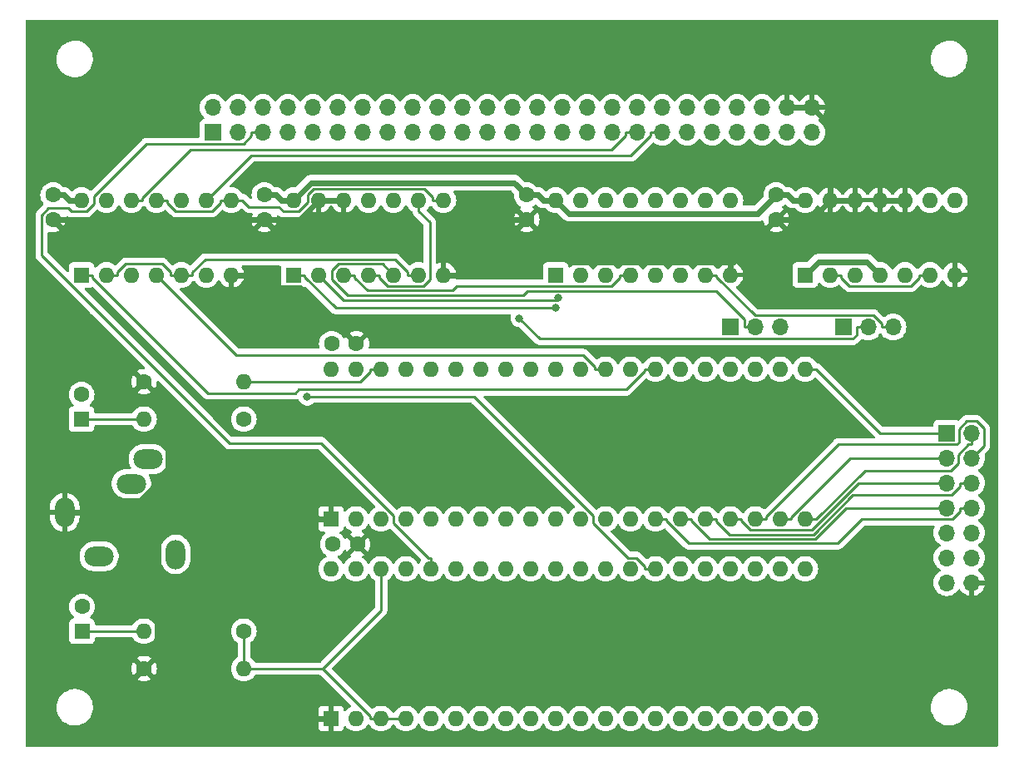
<source format=gtl>
G04 #@! TF.GenerationSoftware,KiCad,Pcbnew,7.0.9*
G04 #@! TF.CreationDate,2024-01-03T11:24:54+09:00*
G04 #@! TF.ProjectId,PC8001-PSG,50433830-3031-42d5-9053-472e6b696361,rev?*
G04 #@! TF.SameCoordinates,Original*
G04 #@! TF.FileFunction,Copper,L1,Top*
G04 #@! TF.FilePolarity,Positive*
%FSLAX46Y46*%
G04 Gerber Fmt 4.6, Leading zero omitted, Abs format (unit mm)*
G04 Created by KiCad (PCBNEW 7.0.9) date 2024-01-03 11:24:54*
%MOMM*%
%LPD*%
G01*
G04 APERTURE LIST*
G04 #@! TA.AperFunction,ComponentPad*
%ADD10C,1.600000*%
G04 #@! TD*
G04 #@! TA.AperFunction,ComponentPad*
%ADD11O,2.000000X3.000000*%
G04 #@! TD*
G04 #@! TA.AperFunction,ComponentPad*
%ADD12O,3.000000X2.000000*%
G04 #@! TD*
G04 #@! TA.AperFunction,ComponentPad*
%ADD13R,1.700000X1.700000*%
G04 #@! TD*
G04 #@! TA.AperFunction,ComponentPad*
%ADD14O,1.700000X1.700000*%
G04 #@! TD*
G04 #@! TA.AperFunction,ComponentPad*
%ADD15R,1.600000X1.600000*%
G04 #@! TD*
G04 #@! TA.AperFunction,ComponentPad*
%ADD16O,1.600000X1.600000*%
G04 #@! TD*
G04 #@! TA.AperFunction,ViaPad*
%ADD17C,0.800000*%
G04 #@! TD*
G04 #@! TA.AperFunction,Conductor*
%ADD18C,0.600000*%
G04 #@! TD*
G04 #@! TA.AperFunction,Conductor*
%ADD19C,0.250000*%
G04 #@! TD*
G04 APERTURE END LIST*
D10*
X121500000Y-67350000D03*
X121500000Y-69850000D03*
D11*
X74480000Y-99640000D03*
D12*
X82980000Y-94240000D03*
X81280000Y-96740000D03*
X77980000Y-104140000D03*
D11*
X85780000Y-103940000D03*
D13*
X89570000Y-60970000D03*
D14*
X89570000Y-58430000D03*
X92110000Y-60970000D03*
X92110000Y-58430000D03*
X94650000Y-60970000D03*
X94650000Y-58430000D03*
X97190000Y-60970000D03*
X97190000Y-58430000D03*
X99730000Y-60970000D03*
X99730000Y-58430000D03*
X102270000Y-60970000D03*
X102270000Y-58430000D03*
X104810000Y-60970000D03*
X104810000Y-58430000D03*
X107350000Y-60970000D03*
X107350000Y-58430000D03*
X109890000Y-60970000D03*
X109890000Y-58430000D03*
X112430000Y-60970000D03*
X112430000Y-58430000D03*
X114970000Y-60970000D03*
X114970000Y-58430000D03*
X117510000Y-60970000D03*
X117510000Y-58430000D03*
X120050000Y-60970000D03*
X120050000Y-58430000D03*
X122590000Y-60970000D03*
X122590000Y-58430000D03*
X125130000Y-60970000D03*
X125130000Y-58430000D03*
X127670000Y-60970000D03*
X127670000Y-58430000D03*
X130210000Y-60970000D03*
X130210000Y-58430000D03*
X132750000Y-60970000D03*
X132750000Y-58430000D03*
X135290000Y-60970000D03*
X135290000Y-58430000D03*
X137830000Y-60970000D03*
X137830000Y-58430000D03*
X140370000Y-60970000D03*
X140370000Y-58430000D03*
X142910000Y-60970000D03*
X142910000Y-58430000D03*
X145450000Y-60970000D03*
X145450000Y-58430000D03*
X147990000Y-60970000D03*
X147990000Y-58430000D03*
X150530000Y-60970000D03*
X150530000Y-58430000D03*
D15*
X76200000Y-75488800D03*
D16*
X78740000Y-75488800D03*
X81280000Y-75488800D03*
X83820000Y-75488800D03*
X86360000Y-75488800D03*
X88900000Y-75488800D03*
X91440000Y-75488800D03*
X91440000Y-67868800D03*
X88900000Y-67868800D03*
X86360000Y-67868800D03*
X83820000Y-67868800D03*
X81280000Y-67868800D03*
X78740000Y-67868800D03*
X76200000Y-67868800D03*
D15*
X101600000Y-100330000D03*
D16*
X104140000Y-100330000D03*
X106680000Y-100330000D03*
X109220000Y-100330000D03*
X111760000Y-100330000D03*
X114300000Y-100330000D03*
X116840000Y-100330000D03*
X119380000Y-100330000D03*
X121920000Y-100330000D03*
X124460000Y-100330000D03*
X127000000Y-100330000D03*
X129540000Y-100330000D03*
X132080000Y-100330000D03*
X134620000Y-100330000D03*
X137160000Y-100330000D03*
X139700000Y-100330000D03*
X142240000Y-100330000D03*
X144780000Y-100330000D03*
X147320000Y-100330000D03*
X149860000Y-100330000D03*
X149860000Y-85090000D03*
X147320000Y-85090000D03*
X144780000Y-85090000D03*
X142240000Y-85090000D03*
X139700000Y-85090000D03*
X137160000Y-85090000D03*
X134620000Y-85090000D03*
X132080000Y-85090000D03*
X129540000Y-85090000D03*
X127000000Y-85090000D03*
X124460000Y-85090000D03*
X121920000Y-85090000D03*
X119380000Y-85090000D03*
X116840000Y-85090000D03*
X114300000Y-85090000D03*
X111760000Y-85090000D03*
X109220000Y-85090000D03*
X106680000Y-85090000D03*
X104140000Y-85090000D03*
X101600000Y-85090000D03*
D15*
X149855000Y-75488800D03*
D16*
X152395000Y-75488800D03*
X154935000Y-75488800D03*
X157475000Y-75488800D03*
X160015000Y-75488800D03*
X162555000Y-75488800D03*
X165095000Y-75488800D03*
X165095000Y-67868800D03*
X162555000Y-67868800D03*
X160015000Y-67868800D03*
X157475000Y-67868800D03*
X154935000Y-67868800D03*
X152395000Y-67868800D03*
X149855000Y-67868800D03*
D15*
X97790000Y-75488800D03*
D16*
X100330000Y-75488800D03*
X102870000Y-75488800D03*
X105410000Y-75488800D03*
X107950000Y-75488800D03*
X110490000Y-75488800D03*
X113030000Y-75488800D03*
X113030000Y-67868800D03*
X110490000Y-67868800D03*
X107950000Y-67868800D03*
X105410000Y-67868800D03*
X102870000Y-67868800D03*
X100330000Y-67868800D03*
X97790000Y-67868800D03*
D15*
X101600000Y-120650000D03*
D16*
X104140000Y-120650000D03*
X106680000Y-120650000D03*
X109220000Y-120650000D03*
X111760000Y-120650000D03*
X114300000Y-120650000D03*
X116840000Y-120650000D03*
X119380000Y-120650000D03*
X121920000Y-120650000D03*
X124460000Y-120650000D03*
X127000000Y-120650000D03*
X129540000Y-120650000D03*
X132080000Y-120650000D03*
X134620000Y-120650000D03*
X137160000Y-120650000D03*
X139700000Y-120650000D03*
X142240000Y-120650000D03*
X144780000Y-120650000D03*
X147320000Y-120650000D03*
X149860000Y-120650000D03*
X149860000Y-105410000D03*
X147320000Y-105410000D03*
X144780000Y-105410000D03*
X142240000Y-105410000D03*
X139700000Y-105410000D03*
X137160000Y-105410000D03*
X134620000Y-105410000D03*
X132080000Y-105410000D03*
X129540000Y-105410000D03*
X127000000Y-105410000D03*
X124460000Y-105410000D03*
X121920000Y-105410000D03*
X119380000Y-105410000D03*
X116840000Y-105410000D03*
X114300000Y-105410000D03*
X111760000Y-105410000D03*
X109220000Y-105410000D03*
X106680000Y-105410000D03*
X104140000Y-105410000D03*
X101600000Y-105410000D03*
D10*
X82550000Y-115570000D03*
D16*
X92710000Y-115570000D03*
D10*
X73300000Y-67350000D03*
X73300000Y-69850000D03*
X82550000Y-86360000D03*
D16*
X92710000Y-86360000D03*
D15*
X124460000Y-75488800D03*
D16*
X127000000Y-75488800D03*
X129540000Y-75488800D03*
X132080000Y-75488800D03*
X134620000Y-75488800D03*
X137160000Y-75488800D03*
X139700000Y-75488800D03*
X142240000Y-75488800D03*
X142240000Y-67868800D03*
X139700000Y-67868800D03*
X137160000Y-67868800D03*
X134620000Y-67868800D03*
X132080000Y-67868800D03*
X129540000Y-67868800D03*
X127000000Y-67868800D03*
X124460000Y-67868800D03*
D13*
X142265000Y-80800000D03*
D14*
X144805000Y-80800000D03*
X147345000Y-80800000D03*
D10*
X101760000Y-102900000D03*
X104260000Y-102900000D03*
X92710000Y-90170000D03*
D16*
X82550000Y-90170000D03*
D10*
X146900000Y-67350000D03*
X146900000Y-69850000D03*
D15*
X76200000Y-90170000D03*
D10*
X76200000Y-87670000D03*
D13*
X164260000Y-91580000D03*
D14*
X166800000Y-91580000D03*
X164260000Y-94120000D03*
X166800000Y-94120000D03*
X164260000Y-96660000D03*
X166800000Y-96660000D03*
X164260000Y-99200000D03*
X166800000Y-99200000D03*
X164260000Y-101740000D03*
X166800000Y-101740000D03*
X164260000Y-104280000D03*
X166800000Y-104280000D03*
X164260000Y-106820000D03*
X166800000Y-106820000D03*
D10*
X92710000Y-111760000D03*
D16*
X82550000Y-111760000D03*
D13*
X153710000Y-80800000D03*
D14*
X156250000Y-80800000D03*
X158790000Y-80800000D03*
D10*
X94800000Y-67350000D03*
X94800000Y-69850000D03*
D15*
X76240000Y-111760000D03*
D10*
X76240000Y-109260000D03*
X101660000Y-82500000D03*
X104160000Y-82500000D03*
D17*
X103000000Y-90000000D03*
X153500000Y-90500000D03*
X124445400Y-78871500D03*
X124667300Y-77844500D03*
X120767200Y-79910400D03*
X99154900Y-87878600D03*
D18*
X94800000Y-67350000D02*
X95970900Y-67350000D01*
X99557000Y-66101800D02*
X120251800Y-66101800D01*
X146900000Y-67350000D02*
X148035900Y-67350000D01*
X124460000Y-67868800D02*
X123159700Y-67868800D01*
X124460000Y-67868800D02*
X125819800Y-69228600D01*
X156129500Y-74143300D02*
X151200500Y-74143300D01*
X76200000Y-67868800D02*
X74899700Y-67868800D01*
X157475000Y-75488800D02*
X156129500Y-74143300D01*
X74380900Y-67350000D02*
X74899700Y-67868800D01*
X73300000Y-67350000D02*
X74380900Y-67350000D01*
X95970900Y-67350000D02*
X96489700Y-67868800D01*
X122640900Y-67350000D02*
X123159700Y-67868800D01*
X97790000Y-67868800D02*
X96489700Y-67868800D01*
X120251800Y-66101800D02*
X121500000Y-67350000D01*
X149855000Y-67868800D02*
X148554700Y-67868800D01*
X97790000Y-67868800D02*
X99557000Y-66101800D01*
X125819800Y-69228600D02*
X145021400Y-69228600D01*
X151200500Y-74143300D02*
X149855000Y-75488800D01*
X145021400Y-69228600D02*
X146900000Y-67350000D01*
X121500000Y-67350000D02*
X122640900Y-67350000D01*
X148035900Y-67350000D02*
X148554700Y-67868800D01*
X98449100Y-76789100D02*
X94040600Y-76789100D01*
X81002500Y-99640000D02*
X74480000Y-99640000D01*
X142561600Y-74188400D02*
X142240000Y-74188400D01*
X147990000Y-58430000D02*
X149340300Y-58430000D01*
X83883200Y-102520700D02*
X83883200Y-114236800D01*
X150530000Y-58430000D02*
X149340300Y-58430000D01*
X94040600Y-76789100D02*
X92740300Y-75488800D01*
X83883200Y-114236800D02*
X90296400Y-120650000D01*
X102870000Y-67868800D02*
X101569700Y-67868800D01*
X142240000Y-75488800D02*
X142240000Y-74388600D01*
X82550000Y-86360000D02*
X85019600Y-88829600D01*
X94800000Y-69850000D02*
X98348800Y-69850000D01*
X114330300Y-75488800D02*
X119969100Y-69850000D01*
X73300000Y-69850000D02*
X94800000Y-69850000D01*
X119969100Y-69850000D02*
X121500000Y-69850000D01*
X95592600Y-95622900D02*
X100299700Y-100330000D01*
X142240000Y-74388600D02*
X142240000Y-74188400D01*
X113030000Y-75488800D02*
X114330300Y-75488800D01*
X85019600Y-95622900D02*
X81002500Y-99640000D01*
X146900000Y-69850000D02*
X142561600Y-74188400D01*
X83883200Y-114236800D02*
X82550000Y-115570000D01*
X152395000Y-67868800D02*
X152395000Y-60295000D01*
X104160000Y-82500000D02*
X98449100Y-76789100D01*
X101600000Y-100330000D02*
X100299700Y-100330000D01*
X91440000Y-75488800D02*
X92740300Y-75488800D01*
X85019600Y-95622900D02*
X95592600Y-95622900D01*
X90296400Y-120650000D02*
X101600000Y-120650000D01*
X150413800Y-69850000D02*
X152395000Y-67868800D01*
X100330000Y-67868800D02*
X101569700Y-67868800D01*
X154935000Y-67868800D02*
X153634700Y-67868800D01*
X81002500Y-99640000D02*
X83883200Y-102520700D01*
X157475000Y-67868800D02*
X160015000Y-67868800D01*
X152395000Y-60295000D02*
X150530000Y-58430000D01*
X85019600Y-88829600D02*
X85019600Y-95622900D01*
X152395000Y-67868800D02*
X153634700Y-67868800D01*
X125838400Y-74188400D02*
X121500000Y-69850000D01*
X142240000Y-74188400D02*
X125838400Y-74188400D01*
X98348800Y-69850000D02*
X100330000Y-67868800D01*
X146900000Y-69850000D02*
X150413800Y-69850000D01*
D19*
X76200000Y-90170000D02*
X82550000Y-90170000D01*
X76240000Y-111760000D02*
X82550000Y-111760000D01*
X77470000Y-68252300D02*
X76685200Y-69037100D01*
X92666800Y-62145300D02*
X82806900Y-62145300D01*
X72121500Y-73484800D02*
X91235200Y-92598500D01*
X93474700Y-60970000D02*
X93474700Y-61337400D01*
X94650000Y-60970000D02*
X93474700Y-60970000D01*
X100546000Y-92598500D02*
X107950000Y-100002500D01*
X111478700Y-104284700D02*
X111760000Y-104284700D01*
X72121500Y-69432000D02*
X72121500Y-73484800D01*
X75183600Y-69037100D02*
X74855800Y-68709300D01*
X76685200Y-69037100D02*
X75183600Y-69037100D01*
X91235200Y-92598500D02*
X100546000Y-92598500D01*
X77470000Y-67482200D02*
X77470000Y-68252300D01*
X111760000Y-105410000D02*
X111760000Y-104284700D01*
X82806900Y-62145300D02*
X77470000Y-67482200D01*
X74855800Y-68709300D02*
X72844200Y-68709300D01*
X107950000Y-100756000D02*
X111478700Y-104284700D01*
X93474700Y-61337400D02*
X92666800Y-62145300D01*
X107950000Y-100002500D02*
X107950000Y-100756000D01*
X72844200Y-68709300D02*
X72121500Y-69432000D01*
X98915300Y-75488800D02*
X98915300Y-75681600D01*
X102105200Y-78871500D02*
X124445400Y-78871500D01*
X97790000Y-75488800D02*
X98915300Y-75488800D01*
X98915300Y-75681600D02*
X102105200Y-78871500D01*
X100330000Y-75488800D02*
X102883100Y-78041900D01*
X124469900Y-78041900D02*
X124667300Y-77844500D01*
X102883100Y-78041900D02*
X124469900Y-78041900D01*
X82405300Y-67664300D02*
X87287400Y-62782200D01*
X131574700Y-61337500D02*
X131574700Y-60970000D01*
X130130000Y-62782200D02*
X131574700Y-61337500D01*
X132750000Y-60970000D02*
X131574700Y-60970000D01*
X87287400Y-62782200D02*
X130130000Y-62782200D01*
X82405300Y-67868800D02*
X82405300Y-67664300D01*
X81280000Y-67868800D02*
X82405300Y-67868800D01*
X132108600Y-63343400D02*
X134114700Y-61337300D01*
X88900000Y-67868800D02*
X93425400Y-63343400D01*
X135290000Y-60970000D02*
X134114700Y-60970000D01*
X93425400Y-63343400D02*
X132108600Y-63343400D01*
X134114700Y-61337300D02*
X134114700Y-60970000D01*
X107379200Y-76614100D02*
X106535300Y-75770200D01*
X105410000Y-75488800D02*
X106535300Y-75488800D01*
X110490000Y-67868800D02*
X110490000Y-68994100D01*
X110981900Y-76614100D02*
X107379200Y-76614100D01*
X110490000Y-68994100D02*
X111647400Y-70151500D01*
X106535300Y-75770200D02*
X106535300Y-75488800D01*
X111647400Y-75948600D02*
X110981900Y-76614100D01*
X111647400Y-70151500D02*
X111647400Y-75948600D01*
X149860000Y-85090000D02*
X150985300Y-85090000D01*
X157475300Y-91580000D02*
X150985300Y-85090000D01*
X164260000Y-91580000D02*
X157475300Y-91580000D01*
X165435400Y-94645600D02*
X164691000Y-95390000D01*
X164691000Y-95390000D02*
X155925300Y-95390000D01*
X166800000Y-91580000D02*
X166800000Y-92755300D01*
X155925300Y-95390000D02*
X150985300Y-100330000D01*
X165435400Y-93802000D02*
X165435400Y-94645600D01*
X166482100Y-92755300D02*
X165435400Y-93802000D01*
X166800000Y-92755300D02*
X166482100Y-92755300D01*
X149860000Y-100330000D02*
X150985300Y-100330000D01*
X154450800Y-94120000D02*
X164260000Y-94120000D01*
X148445300Y-100125500D02*
X154450800Y-94120000D01*
X147320000Y-100330000D02*
X148445300Y-100330000D01*
X148445300Y-100330000D02*
X148445300Y-100125500D01*
X168020100Y-91116700D02*
X167286400Y-90383000D01*
X153198600Y-92755400D02*
X145905300Y-100048700D01*
X168020100Y-92899900D02*
X168020100Y-91116700D01*
X145905300Y-100048700D02*
X145905300Y-100330000D01*
X165530200Y-92514100D02*
X165288900Y-92755400D01*
X166800000Y-94120000D02*
X168020100Y-92899900D01*
X165530200Y-91151400D02*
X165530200Y-92514100D01*
X144780000Y-100330000D02*
X145905300Y-100330000D01*
X165288900Y-92755400D02*
X153198600Y-92755400D01*
X166298600Y-90383000D02*
X165530200Y-91151400D01*
X167286400Y-90383000D02*
X166298600Y-90383000D01*
X155292200Y-96660000D02*
X164260000Y-96660000D01*
X143365300Y-100330000D02*
X143365300Y-100522800D01*
X143365300Y-100522800D02*
X144297800Y-101455300D01*
X150496900Y-101455300D02*
X155292200Y-96660000D01*
X144297800Y-101455300D02*
X150496900Y-101455300D01*
X142240000Y-100330000D02*
X143365300Y-100330000D01*
X166800000Y-96660000D02*
X165624700Y-96660000D01*
X165624700Y-97027500D02*
X165624700Y-96660000D01*
X142150900Y-101905600D02*
X150683500Y-101905600D01*
X140825300Y-100580000D02*
X142150900Y-101905600D01*
X164762400Y-97889800D02*
X165624700Y-97027500D01*
X154699300Y-97889800D02*
X164762400Y-97889800D01*
X139700000Y-100330000D02*
X140825300Y-100330000D01*
X150683500Y-101905600D02*
X154699300Y-97889800D01*
X140825300Y-100330000D02*
X140825300Y-100580000D01*
X137160000Y-100330000D02*
X138285300Y-100330000D01*
X154026000Y-99200000D02*
X164260000Y-99200000D01*
X140118400Y-102355900D02*
X150870100Y-102355900D01*
X138285300Y-100330000D02*
X138285300Y-100522800D01*
X138285300Y-100522800D02*
X140118400Y-102355900D01*
X150870100Y-102355900D02*
X154026000Y-99200000D01*
X165624700Y-99200000D02*
X165624700Y-99567400D01*
X138018800Y-102817100D02*
X135745300Y-100543600D01*
X134620000Y-100330000D02*
X135745300Y-100330000D01*
X164816800Y-100375300D02*
X155602300Y-100375300D01*
X166800000Y-99200000D02*
X165624700Y-99200000D01*
X135745300Y-100543600D02*
X135745300Y-100330000D01*
X165624700Y-99567400D02*
X164816800Y-100375300D01*
X153160500Y-102817100D02*
X138018800Y-102817100D01*
X155602300Y-100375300D02*
X153160500Y-102817100D01*
X101712600Y-74983100D02*
X101712600Y-75958300D01*
X144805000Y-80800000D02*
X143629700Y-80800000D01*
X101712600Y-75958300D02*
X103311900Y-77557600D01*
X143629700Y-79992000D02*
X143629700Y-80800000D01*
X121579400Y-77119200D02*
X140756900Y-77119200D01*
X106824800Y-74363600D02*
X106824800Y-74363500D01*
X102332200Y-74363500D02*
X101712600Y-74983100D01*
X107950000Y-75488800D02*
X106824800Y-74363600D01*
X103311900Y-77557600D02*
X121141000Y-77557600D01*
X106824800Y-74363500D02*
X102332200Y-74363500D01*
X140756900Y-77119200D02*
X143629700Y-79992000D01*
X121141000Y-77557600D02*
X121579400Y-77119200D01*
X154693600Y-81989100D02*
X122845900Y-81989100D01*
X155074700Y-81608000D02*
X154693600Y-81989100D01*
X156250000Y-80800000D02*
X155074700Y-80800000D01*
X122845900Y-81989100D02*
X120767200Y-79910400D01*
X155074700Y-80800000D02*
X155074700Y-81608000D01*
X139700000Y-75488800D02*
X140825300Y-75488800D01*
X157614700Y-80432600D02*
X156806800Y-79624700D01*
X158790000Y-80800000D02*
X157614700Y-80800000D01*
X156806800Y-79624700D02*
X144738500Y-79624700D01*
X157614700Y-80800000D02*
X157614700Y-80432600D01*
X140825300Y-75711500D02*
X140825300Y-75488800D01*
X144738500Y-79624700D02*
X140825300Y-75711500D01*
X92710000Y-86360000D02*
X104566000Y-86360000D01*
X104566000Y-86360000D02*
X105554700Y-85371300D01*
X106680000Y-85090000D02*
X105554700Y-85090000D01*
X105554700Y-85371300D02*
X105554700Y-85090000D01*
X106680000Y-109646000D02*
X100756000Y-115570000D01*
X106680000Y-120650000D02*
X105554700Y-120650000D01*
X106680000Y-105410000D02*
X106680000Y-109646000D01*
X109220000Y-120650000D02*
X106680000Y-120650000D01*
X100756000Y-115570000D02*
X105554700Y-120368700D01*
X92710000Y-115570000D02*
X100756000Y-115570000D01*
X105554700Y-120368700D02*
X105554700Y-120650000D01*
X92710000Y-115570000D02*
X92710000Y-111760000D01*
X130110800Y-76614100D02*
X130954700Y-75770200D01*
X103995300Y-75488800D02*
X103995300Y-75770100D01*
X105289600Y-77064400D02*
X113950300Y-77064400D01*
X114400600Y-76614100D02*
X130110800Y-76614100D01*
X113950300Y-77064400D02*
X114400600Y-76614100D01*
X132080000Y-75488800D02*
X130954700Y-75488800D01*
X102870000Y-75488800D02*
X103995300Y-75488800D01*
X130954700Y-75770200D02*
X130954700Y-75488800D01*
X103995300Y-75770100D02*
X105289600Y-77064400D01*
X86360000Y-75488800D02*
X85234700Y-75488800D01*
X108069100Y-73911900D02*
X88780900Y-73911900D01*
X84390800Y-74363500D02*
X85234700Y-75207400D01*
X85234700Y-75207400D02*
X85234700Y-75488800D01*
X109364700Y-75488800D02*
X109364700Y-75207500D01*
X109364700Y-75207500D02*
X108069100Y-73911900D01*
X78740000Y-75488800D02*
X79865300Y-75488800D01*
X86360000Y-75488800D02*
X87485300Y-75488800D01*
X87485300Y-75207500D02*
X87485300Y-75488800D01*
X79865300Y-75488800D02*
X79865300Y-75207500D01*
X88780900Y-73911900D02*
X87485300Y-75207500D01*
X80709300Y-74363500D02*
X84390800Y-74363500D01*
X110490000Y-75488800D02*
X109364700Y-75488800D01*
X79865300Y-75207500D02*
X80709300Y-74363500D01*
X96284900Y-68548400D02*
X93244900Y-68548400D01*
X111060600Y-66743400D02*
X99799800Y-66743400D01*
X99204600Y-67338600D02*
X99204600Y-68109800D01*
X90314700Y-68150100D02*
X89470700Y-68994100D01*
X99204600Y-68109800D02*
X98277300Y-69037100D01*
X111904700Y-67868800D02*
X111904700Y-67587500D01*
X98277300Y-69037100D02*
X96773600Y-69037100D01*
X83820000Y-67868800D02*
X84945300Y-67868800D01*
X99799800Y-66743400D02*
X99204600Y-67338600D01*
X91440000Y-67868800D02*
X90314700Y-67868800D01*
X89470700Y-68994100D02*
X85789200Y-68994100D01*
X113030000Y-67868800D02*
X111904700Y-67868800D01*
X93244900Y-68548400D02*
X92565300Y-67868800D01*
X90314700Y-67868800D02*
X90314700Y-68150100D01*
X91440000Y-67868800D02*
X92565300Y-67868800D01*
X85789200Y-68994100D02*
X84945300Y-68150200D01*
X96773600Y-69037100D02*
X96284900Y-68548400D01*
X111904700Y-67587500D02*
X111060600Y-66743400D01*
X84945300Y-68150200D02*
X84945300Y-67868800D01*
X161429700Y-75488800D02*
X161429700Y-75770100D01*
X160585700Y-76614100D02*
X154364200Y-76614100D01*
X161429700Y-75770100D02*
X160585700Y-76614100D01*
X162555000Y-75488800D02*
X161429700Y-75488800D01*
X153520300Y-75770200D02*
X153520300Y-75488800D01*
X154364200Y-76614100D02*
X153520300Y-75770200D01*
X152395000Y-75488800D02*
X153520300Y-75488800D01*
X134620000Y-85090000D02*
X133494700Y-85090000D01*
X77325300Y-75770100D02*
X77325300Y-75488800D01*
X133494700Y-85266800D02*
X131608200Y-87153300D01*
X131608200Y-87153300D02*
X98298400Y-87153300D01*
X89069200Y-87514000D02*
X77325300Y-75770100D01*
X133494700Y-85090000D02*
X133494700Y-85266800D01*
X76200000Y-75488800D02*
X77325300Y-75488800D01*
X97937700Y-87514000D02*
X89069200Y-87514000D01*
X98298400Y-87153300D02*
X97937700Y-87514000D01*
X127234700Y-83628700D02*
X91959900Y-83628700D01*
X91959900Y-83628700D02*
X83820000Y-75488800D01*
X128414700Y-84808700D02*
X127234700Y-83628700D01*
X128414700Y-85090000D02*
X128414700Y-84808700D01*
X129540000Y-85090000D02*
X128414700Y-85090000D01*
X134620000Y-105410000D02*
X133494700Y-105410000D01*
X116141000Y-87878600D02*
X128270000Y-100007600D01*
X128270000Y-100007600D02*
X128270000Y-100731900D01*
X131822800Y-104284700D02*
X132650800Y-104284700D01*
X99154900Y-87878600D02*
X116141000Y-87878600D01*
X128270000Y-100731900D02*
X131822800Y-104284700D01*
X133494700Y-105128600D02*
X133494700Y-105410000D01*
X132650800Y-104284700D02*
X133494700Y-105128600D01*
G04 #@! TA.AperFunction,Conductor*
G36*
X103874835Y-103025148D02*
G01*
X103932359Y-103138045D01*
X104021955Y-103227641D01*
X104134852Y-103285165D01*
X104215599Y-103297953D01*
X103534526Y-103979025D01*
X103534526Y-103979026D01*
X103597225Y-104022928D01*
X103640850Y-104077505D01*
X103648044Y-104147003D01*
X103616521Y-104209358D01*
X103578508Y-104236884D01*
X103518115Y-104265047D01*
X103487264Y-104279433D01*
X103300858Y-104409954D01*
X103139954Y-104570858D01*
X103009432Y-104757265D01*
X103009431Y-104757267D01*
X102982382Y-104815275D01*
X102936209Y-104867714D01*
X102869016Y-104886866D01*
X102802135Y-104866650D01*
X102757618Y-104815275D01*
X102730568Y-104757267D01*
X102730567Y-104757265D01*
X102721840Y-104744802D01*
X102600047Y-104570861D01*
X102600045Y-104570858D01*
X102439141Y-104409954D01*
X102279286Y-104298024D01*
X102235661Y-104243448D01*
X102228467Y-104173949D01*
X102259989Y-104111594D01*
X102298000Y-104084069D01*
X102412734Y-104030568D01*
X102599139Y-103900047D01*
X102760047Y-103739139D01*
X102890568Y-103552734D01*
X102897893Y-103537023D01*
X102944062Y-103484586D01*
X103011254Y-103465432D01*
X103078136Y-103485645D01*
X103122657Y-103537023D01*
X103129865Y-103552481D01*
X103129866Y-103552483D01*
X103180973Y-103625471D01*
X103180974Y-103625472D01*
X103862046Y-102944399D01*
X103874835Y-103025148D01*
G37*
G04 #@! TD.AperFunction*
G04 #@! TA.AperFunction,Conductor*
G36*
X105477865Y-100873348D02*
G01*
X105522382Y-100924725D01*
X105549429Y-100982728D01*
X105549432Y-100982734D01*
X105679954Y-101169141D01*
X105840858Y-101330045D01*
X105840861Y-101330047D01*
X106027266Y-101460568D01*
X106233504Y-101556739D01*
X106453308Y-101615635D01*
X106615230Y-101629801D01*
X106679998Y-101635468D01*
X106680000Y-101635468D01*
X106680002Y-101635468D01*
X106742511Y-101629999D01*
X106906692Y-101615635D01*
X107126496Y-101556739D01*
X107332734Y-101460568D01*
X107504675Y-101340174D01*
X107570880Y-101317848D01*
X107638647Y-101334858D01*
X107663478Y-101354069D01*
X110735930Y-104426521D01*
X110769415Y-104487844D01*
X110764431Y-104557536D01*
X110749825Y-104585324D01*
X110629431Y-104757267D01*
X110602382Y-104815275D01*
X110556209Y-104867714D01*
X110489016Y-104886866D01*
X110422135Y-104866650D01*
X110377618Y-104815275D01*
X110350568Y-104757267D01*
X110350567Y-104757265D01*
X110341840Y-104744802D01*
X110220047Y-104570861D01*
X110220045Y-104570858D01*
X110059141Y-104409954D01*
X109872734Y-104279432D01*
X109872732Y-104279431D01*
X109666497Y-104183261D01*
X109666488Y-104183258D01*
X109446697Y-104124366D01*
X109446693Y-104124365D01*
X109446692Y-104124365D01*
X109446691Y-104124364D01*
X109446686Y-104124364D01*
X109220002Y-104104532D01*
X109219998Y-104104532D01*
X108993313Y-104124364D01*
X108993302Y-104124366D01*
X108773511Y-104183258D01*
X108773502Y-104183261D01*
X108567267Y-104279431D01*
X108567265Y-104279432D01*
X108380858Y-104409954D01*
X108219954Y-104570858D01*
X108089432Y-104757265D01*
X108089431Y-104757267D01*
X108062382Y-104815275D01*
X108016209Y-104867714D01*
X107949016Y-104886866D01*
X107882135Y-104866650D01*
X107837618Y-104815275D01*
X107810568Y-104757267D01*
X107810567Y-104757265D01*
X107801840Y-104744802D01*
X107680047Y-104570861D01*
X107680045Y-104570858D01*
X107519141Y-104409954D01*
X107332734Y-104279432D01*
X107332732Y-104279431D01*
X107126497Y-104183261D01*
X107126488Y-104183258D01*
X106906697Y-104124366D01*
X106906693Y-104124365D01*
X106906692Y-104124365D01*
X106906691Y-104124364D01*
X106906686Y-104124364D01*
X106680002Y-104104532D01*
X106679998Y-104104532D01*
X106453313Y-104124364D01*
X106453302Y-104124366D01*
X106233511Y-104183258D01*
X106233502Y-104183261D01*
X106027267Y-104279431D01*
X106027265Y-104279432D01*
X105840858Y-104409954D01*
X105679954Y-104570858D01*
X105549432Y-104757265D01*
X105549431Y-104757267D01*
X105522382Y-104815275D01*
X105476209Y-104867714D01*
X105409016Y-104886866D01*
X105342135Y-104866650D01*
X105297618Y-104815275D01*
X105270568Y-104757267D01*
X105270567Y-104757265D01*
X105261840Y-104744802D01*
X105140047Y-104570861D01*
X105140045Y-104570858D01*
X104979141Y-104409954D01*
X104802824Y-104286497D01*
X104759199Y-104231921D01*
X104752005Y-104162422D01*
X104783527Y-104100067D01*
X104821543Y-104072540D01*
X104912478Y-104030136D01*
X104985472Y-103979025D01*
X104304401Y-103297953D01*
X104385148Y-103285165D01*
X104498045Y-103227641D01*
X104587641Y-103138045D01*
X104645165Y-103025148D01*
X104657953Y-102944400D01*
X105339025Y-103625472D01*
X105390136Y-103552478D01*
X105486264Y-103346331D01*
X105486269Y-103346317D01*
X105545139Y-103126610D01*
X105545141Y-103126599D01*
X105564966Y-102900002D01*
X105564966Y-102899997D01*
X105545141Y-102673400D01*
X105545139Y-102673389D01*
X105486269Y-102453682D01*
X105486265Y-102453673D01*
X105390133Y-102247516D01*
X105390131Y-102247512D01*
X105339026Y-102174526D01*
X105339025Y-102174526D01*
X104657953Y-102855598D01*
X104645165Y-102774852D01*
X104587641Y-102661955D01*
X104498045Y-102572359D01*
X104385148Y-102514835D01*
X104304400Y-102502046D01*
X104985472Y-101820974D01*
X104985471Y-101820973D01*
X104912483Y-101769866D01*
X104912481Y-101769865D01*
X104761966Y-101699679D01*
X104709527Y-101653507D01*
X104690375Y-101586313D01*
X104710591Y-101519432D01*
X104761964Y-101474915D01*
X104792734Y-101460568D01*
X104979139Y-101330047D01*
X105140047Y-101169139D01*
X105270568Y-100982734D01*
X105297618Y-100924724D01*
X105343790Y-100872285D01*
X105410983Y-100853133D01*
X105477865Y-100873348D01*
G37*
G04 #@! TD.AperFunction*
G04 #@! TA.AperFunction,Conductor*
G36*
X103111469Y-101130540D02*
G01*
X103122289Y-101143912D01*
X103139956Y-101169143D01*
X103300858Y-101330045D01*
X103300861Y-101330047D01*
X103487266Y-101460568D01*
X103638033Y-101530872D01*
X103690472Y-101577044D01*
X103709624Y-101644238D01*
X103689408Y-101711119D01*
X103638034Y-101755636D01*
X103607511Y-101769869D01*
X103534527Y-101820972D01*
X103534526Y-101820973D01*
X104215600Y-102502046D01*
X104134852Y-102514835D01*
X104021955Y-102572359D01*
X103932359Y-102661955D01*
X103874835Y-102774852D01*
X103862046Y-102855599D01*
X103180973Y-102174526D01*
X103180972Y-102174527D01*
X103129868Y-102247512D01*
X103122656Y-102262979D01*
X103076482Y-102315417D01*
X103009288Y-102334567D01*
X102942407Y-102314350D01*
X102897893Y-102262976D01*
X102890568Y-102247266D01*
X102760047Y-102060861D01*
X102760045Y-102060858D01*
X102599142Y-101899955D01*
X102587680Y-101891929D01*
X102502985Y-101832626D01*
X102459361Y-101778051D01*
X102452167Y-101708553D01*
X102483689Y-101646198D01*
X102530776Y-101614870D01*
X102642086Y-101573354D01*
X102642093Y-101573350D01*
X102757187Y-101487190D01*
X102757190Y-101487187D01*
X102843350Y-101372093D01*
X102843354Y-101372086D01*
X102893596Y-101237380D01*
X102897424Y-101201781D01*
X102924162Y-101137230D01*
X102981555Y-101097382D01*
X103051380Y-101094888D01*
X103111469Y-101130540D01*
G37*
G04 #@! TD.AperFunction*
G04 #@! TA.AperFunction,Conductor*
G36*
X77382055Y-76718548D02*
G01*
X77410310Y-76739700D01*
X88568394Y-87897784D01*
X88578219Y-87910048D01*
X88578440Y-87909866D01*
X88583410Y-87915873D01*
X88583413Y-87915876D01*
X88583414Y-87915877D01*
X88633851Y-87963241D01*
X88654730Y-87984120D01*
X88660204Y-87988366D01*
X88664642Y-87992156D01*
X88698618Y-88024062D01*
X88698622Y-88024064D01*
X88716173Y-88033713D01*
X88732431Y-88044392D01*
X88748264Y-88056674D01*
X88770215Y-88066172D01*
X88791037Y-88075183D01*
X88796281Y-88077752D01*
X88837108Y-88100197D01*
X88856512Y-88105179D01*
X88874910Y-88111478D01*
X88893305Y-88119438D01*
X88939329Y-88126726D01*
X88945032Y-88127907D01*
X88990181Y-88139500D01*
X89010216Y-88139500D01*
X89029613Y-88141026D01*
X89049396Y-88144160D01*
X89095784Y-88139775D01*
X89101622Y-88139500D01*
X97854957Y-88139500D01*
X97870577Y-88141224D01*
X97870604Y-88140939D01*
X97878360Y-88141671D01*
X97878367Y-88141673D01*
X97947514Y-88139500D01*
X97977050Y-88139500D01*
X97983928Y-88138630D01*
X97989741Y-88138172D01*
X98036327Y-88136709D01*
X98055569Y-88131117D01*
X98074612Y-88127174D01*
X98094492Y-88124664D01*
X98137822Y-88107507D01*
X98143347Y-88105617D01*
X98148343Y-88104164D01*
X98154484Y-88102381D01*
X98224353Y-88102581D01*
X98283022Y-88140524D01*
X98307008Y-88183138D01*
X98327720Y-88246882D01*
X98327721Y-88246884D01*
X98422367Y-88410816D01*
X98524085Y-88523785D01*
X98549029Y-88551488D01*
X98702165Y-88662748D01*
X98702170Y-88662751D01*
X98875092Y-88739742D01*
X98875097Y-88739744D01*
X99060254Y-88779100D01*
X99060255Y-88779100D01*
X99249544Y-88779100D01*
X99249546Y-88779100D01*
X99434703Y-88739744D01*
X99607630Y-88662751D01*
X99760771Y-88551488D01*
X99763688Y-88548247D01*
X99766500Y-88545126D01*
X99825987Y-88508479D01*
X99858648Y-88504100D01*
X115830548Y-88504100D01*
X115897587Y-88523785D01*
X115918229Y-88540419D01*
X126378883Y-99001074D01*
X126412368Y-99062397D01*
X126407384Y-99132089D01*
X126365512Y-99188022D01*
X126351712Y-99196290D01*
X126351961Y-99196721D01*
X126347268Y-99199430D01*
X126160858Y-99329954D01*
X125999954Y-99490858D01*
X125869432Y-99677265D01*
X125869431Y-99677267D01*
X125842382Y-99735275D01*
X125796209Y-99787714D01*
X125729016Y-99806866D01*
X125662135Y-99786650D01*
X125617618Y-99735275D01*
X125609926Y-99718780D01*
X125590568Y-99677266D01*
X125460047Y-99490861D01*
X125460045Y-99490858D01*
X125299141Y-99329954D01*
X125112734Y-99199432D01*
X125112732Y-99199431D01*
X124906497Y-99103261D01*
X124906488Y-99103258D01*
X124686697Y-99044366D01*
X124686693Y-99044365D01*
X124686692Y-99044365D01*
X124686691Y-99044364D01*
X124686686Y-99044364D01*
X124460002Y-99024532D01*
X124459998Y-99024532D01*
X124233313Y-99044364D01*
X124233302Y-99044366D01*
X124013511Y-99103258D01*
X124013502Y-99103261D01*
X123807267Y-99199431D01*
X123807265Y-99199432D01*
X123620858Y-99329954D01*
X123459954Y-99490858D01*
X123329432Y-99677265D01*
X123329431Y-99677267D01*
X123302382Y-99735275D01*
X123256209Y-99787714D01*
X123189016Y-99806866D01*
X123122135Y-99786650D01*
X123077618Y-99735275D01*
X123069926Y-99718780D01*
X123050568Y-99677266D01*
X122920047Y-99490861D01*
X122920045Y-99490858D01*
X122759141Y-99329954D01*
X122572734Y-99199432D01*
X122572732Y-99199431D01*
X122366497Y-99103261D01*
X122366488Y-99103258D01*
X122146697Y-99044366D01*
X122146693Y-99044365D01*
X122146692Y-99044365D01*
X122146691Y-99044364D01*
X122146686Y-99044364D01*
X121920002Y-99024532D01*
X121919998Y-99024532D01*
X121693313Y-99044364D01*
X121693302Y-99044366D01*
X121473511Y-99103258D01*
X121473502Y-99103261D01*
X121267267Y-99199431D01*
X121267265Y-99199432D01*
X121080858Y-99329954D01*
X120919954Y-99490858D01*
X120789432Y-99677265D01*
X120789431Y-99677267D01*
X120762382Y-99735275D01*
X120716209Y-99787714D01*
X120649016Y-99806866D01*
X120582135Y-99786650D01*
X120537618Y-99735275D01*
X120529926Y-99718780D01*
X120510568Y-99677266D01*
X120380047Y-99490861D01*
X120380045Y-99490858D01*
X120219141Y-99329954D01*
X120032734Y-99199432D01*
X120032732Y-99199431D01*
X119826497Y-99103261D01*
X119826488Y-99103258D01*
X119606697Y-99044366D01*
X119606693Y-99044365D01*
X119606692Y-99044365D01*
X119606691Y-99044364D01*
X119606686Y-99044364D01*
X119380002Y-99024532D01*
X119379998Y-99024532D01*
X119153313Y-99044364D01*
X119153302Y-99044366D01*
X118933511Y-99103258D01*
X118933502Y-99103261D01*
X118727267Y-99199431D01*
X118727265Y-99199432D01*
X118540858Y-99329954D01*
X118379954Y-99490858D01*
X118249432Y-99677265D01*
X118249431Y-99677267D01*
X118222382Y-99735275D01*
X118176209Y-99787714D01*
X118109016Y-99806866D01*
X118042135Y-99786650D01*
X117997618Y-99735275D01*
X117989926Y-99718780D01*
X117970568Y-99677266D01*
X117840047Y-99490861D01*
X117840045Y-99490858D01*
X117679141Y-99329954D01*
X117492734Y-99199432D01*
X117492732Y-99199431D01*
X117286497Y-99103261D01*
X117286488Y-99103258D01*
X117066697Y-99044366D01*
X117066693Y-99044365D01*
X117066692Y-99044365D01*
X117066691Y-99044364D01*
X117066686Y-99044364D01*
X116840002Y-99024532D01*
X116839998Y-99024532D01*
X116613313Y-99044364D01*
X116613302Y-99044366D01*
X116393511Y-99103258D01*
X116393502Y-99103261D01*
X116187267Y-99199431D01*
X116187265Y-99199432D01*
X116000858Y-99329954D01*
X115839954Y-99490858D01*
X115709432Y-99677265D01*
X115709431Y-99677267D01*
X115682382Y-99735275D01*
X115636209Y-99787714D01*
X115569016Y-99806866D01*
X115502135Y-99786650D01*
X115457618Y-99735275D01*
X115449926Y-99718780D01*
X115430568Y-99677266D01*
X115300047Y-99490861D01*
X115300045Y-99490858D01*
X115139141Y-99329954D01*
X114952734Y-99199432D01*
X114952732Y-99199431D01*
X114746497Y-99103261D01*
X114746488Y-99103258D01*
X114526697Y-99044366D01*
X114526693Y-99044365D01*
X114526692Y-99044365D01*
X114526691Y-99044364D01*
X114526686Y-99044364D01*
X114300002Y-99024532D01*
X114299998Y-99024532D01*
X114073313Y-99044364D01*
X114073302Y-99044366D01*
X113853511Y-99103258D01*
X113853502Y-99103261D01*
X113647267Y-99199431D01*
X113647265Y-99199432D01*
X113460858Y-99329954D01*
X113299954Y-99490858D01*
X113169432Y-99677265D01*
X113169431Y-99677267D01*
X113142382Y-99735275D01*
X113096209Y-99787714D01*
X113029016Y-99806866D01*
X112962135Y-99786650D01*
X112917618Y-99735275D01*
X112909926Y-99718780D01*
X112890568Y-99677266D01*
X112760047Y-99490861D01*
X112760045Y-99490858D01*
X112599141Y-99329954D01*
X112412734Y-99199432D01*
X112412732Y-99199431D01*
X112206497Y-99103261D01*
X112206488Y-99103258D01*
X111986697Y-99044366D01*
X111986693Y-99044365D01*
X111986692Y-99044365D01*
X111986691Y-99044364D01*
X111986686Y-99044364D01*
X111760002Y-99024532D01*
X111759998Y-99024532D01*
X111533313Y-99044364D01*
X111533302Y-99044366D01*
X111313511Y-99103258D01*
X111313502Y-99103261D01*
X111107267Y-99199431D01*
X111107265Y-99199432D01*
X110920858Y-99329954D01*
X110759954Y-99490858D01*
X110629432Y-99677265D01*
X110629431Y-99677267D01*
X110602382Y-99735275D01*
X110556209Y-99787714D01*
X110489016Y-99806866D01*
X110422135Y-99786650D01*
X110377618Y-99735275D01*
X110369926Y-99718780D01*
X110350568Y-99677266D01*
X110220047Y-99490861D01*
X110220045Y-99490858D01*
X110059141Y-99329954D01*
X109872734Y-99199432D01*
X109872732Y-99199431D01*
X109666497Y-99103261D01*
X109666488Y-99103258D01*
X109446697Y-99044366D01*
X109446693Y-99044365D01*
X109446692Y-99044365D01*
X109446691Y-99044364D01*
X109446686Y-99044364D01*
X109220002Y-99024532D01*
X109219998Y-99024532D01*
X108993313Y-99044364D01*
X108993302Y-99044366D01*
X108773511Y-99103258D01*
X108773502Y-99103261D01*
X108567267Y-99199431D01*
X108567265Y-99199432D01*
X108380861Y-99329952D01*
X108359129Y-99351683D01*
X108297804Y-99385165D01*
X108228113Y-99380178D01*
X108183770Y-99351679D01*
X101046803Y-92214712D01*
X101036980Y-92202450D01*
X101036759Y-92202634D01*
X101031786Y-92196623D01*
X101030625Y-92195533D01*
X100981364Y-92149273D01*
X100970371Y-92138280D01*
X100960475Y-92128383D01*
X100954986Y-92124125D01*
X100950561Y-92120347D01*
X100916582Y-92088438D01*
X100916580Y-92088436D01*
X100916577Y-92088435D01*
X100899029Y-92078788D01*
X100882763Y-92068104D01*
X100866933Y-92055825D01*
X100824168Y-92037318D01*
X100818922Y-92034748D01*
X100778093Y-92012303D01*
X100778092Y-92012302D01*
X100758693Y-92007322D01*
X100740281Y-92001018D01*
X100721898Y-91993062D01*
X100721892Y-91993060D01*
X100675874Y-91985772D01*
X100670152Y-91984587D01*
X100625021Y-91973000D01*
X100625019Y-91973000D01*
X100604984Y-91973000D01*
X100585586Y-91971473D01*
X100578162Y-91970297D01*
X100565805Y-91968340D01*
X100565804Y-91968340D01*
X100519416Y-91972725D01*
X100513578Y-91973000D01*
X91545652Y-91973000D01*
X91478613Y-91953315D01*
X91457971Y-91936681D01*
X89691291Y-90170001D01*
X91404532Y-90170001D01*
X91424364Y-90396686D01*
X91424366Y-90396697D01*
X91483258Y-90616488D01*
X91483261Y-90616497D01*
X91579431Y-90822732D01*
X91579432Y-90822734D01*
X91709954Y-91009141D01*
X91870858Y-91170045D01*
X91912835Y-91199437D01*
X92057266Y-91300568D01*
X92263504Y-91396739D01*
X92483308Y-91455635D01*
X92645230Y-91469801D01*
X92709998Y-91475468D01*
X92710000Y-91475468D01*
X92710002Y-91475468D01*
X92766807Y-91470498D01*
X92936692Y-91455635D01*
X93156496Y-91396739D01*
X93362734Y-91300568D01*
X93549139Y-91170047D01*
X93710047Y-91009139D01*
X93840568Y-90822734D01*
X93936739Y-90616496D01*
X93995635Y-90396692D01*
X94015468Y-90170000D01*
X93995635Y-89943308D01*
X93946179Y-89758734D01*
X93936741Y-89723511D01*
X93936738Y-89723502D01*
X93840568Y-89517266D01*
X93710047Y-89330861D01*
X93710045Y-89330858D01*
X93549141Y-89169954D01*
X93362734Y-89039432D01*
X93362732Y-89039431D01*
X93156497Y-88943261D01*
X93156488Y-88943258D01*
X92936697Y-88884366D01*
X92936693Y-88884365D01*
X92936692Y-88884365D01*
X92936691Y-88884364D01*
X92936686Y-88884364D01*
X92710002Y-88864532D01*
X92709998Y-88864532D01*
X92483313Y-88884364D01*
X92483302Y-88884366D01*
X92263511Y-88943258D01*
X92263502Y-88943261D01*
X92057267Y-89039431D01*
X92057265Y-89039432D01*
X91870858Y-89169954D01*
X91709954Y-89330858D01*
X91579432Y-89517265D01*
X91579431Y-89517267D01*
X91483261Y-89723502D01*
X91483258Y-89723511D01*
X91424366Y-89943302D01*
X91424364Y-89943313D01*
X91404532Y-90169998D01*
X91404532Y-90170001D01*
X89691291Y-90170001D01*
X76522271Y-77000980D01*
X76488786Y-76939657D01*
X76493770Y-76869965D01*
X76535642Y-76814032D01*
X76601106Y-76789615D01*
X76609952Y-76789299D01*
X77047871Y-76789299D01*
X77047872Y-76789299D01*
X77107483Y-76782891D01*
X77242331Y-76732596D01*
X77242372Y-76732564D01*
X77248318Y-76728115D01*
X77313782Y-76703697D01*
X77382055Y-76718548D01*
G37*
G04 #@! TD.AperFunction*
G04 #@! TA.AperFunction,Conductor*
G36*
X148657865Y-85633348D02*
G01*
X148702381Y-85684724D01*
X148712892Y-85707265D01*
X148729429Y-85742728D01*
X148729432Y-85742734D01*
X148859954Y-85929141D01*
X149020858Y-86090045D01*
X149020861Y-86090047D01*
X149207266Y-86220568D01*
X149413504Y-86316739D01*
X149633308Y-86375635D01*
X149779784Y-86388450D01*
X149859998Y-86395468D01*
X149860000Y-86395468D01*
X149860002Y-86395468D01*
X149916673Y-86390509D01*
X150086692Y-86375635D01*
X150306496Y-86316739D01*
X150512734Y-86220568D01*
X150699139Y-86090047D01*
X150812268Y-85976917D01*
X150873589Y-85943434D01*
X150943281Y-85948418D01*
X150987628Y-85976918D01*
X154023161Y-89012452D01*
X156928928Y-91918219D01*
X156962413Y-91979542D01*
X156957429Y-92049234D01*
X156915557Y-92105167D01*
X156850093Y-92129584D01*
X156841247Y-92129900D01*
X153281343Y-92129900D01*
X153265722Y-92128175D01*
X153265695Y-92128461D01*
X153257933Y-92127726D01*
X153188772Y-92129900D01*
X153159249Y-92129900D01*
X153152378Y-92130767D01*
X153146559Y-92131225D01*
X153099974Y-92132689D01*
X153099968Y-92132690D01*
X153080726Y-92138280D01*
X153061687Y-92142223D01*
X153041817Y-92144734D01*
X153041803Y-92144737D01*
X152998483Y-92161888D01*
X152992958Y-92163780D01*
X152948213Y-92176780D01*
X152948210Y-92176781D01*
X152930966Y-92186979D01*
X152913505Y-92195533D01*
X152894874Y-92202910D01*
X152894862Y-92202917D01*
X152857170Y-92230302D01*
X152852287Y-92233509D01*
X152812180Y-92257229D01*
X152798014Y-92271395D01*
X152783224Y-92284027D01*
X152767014Y-92295804D01*
X152767011Y-92295807D01*
X152737310Y-92331709D01*
X152733377Y-92336031D01*
X145763477Y-99305930D01*
X145702154Y-99339415D01*
X145632462Y-99334431D01*
X145604673Y-99319824D01*
X145432734Y-99199432D01*
X145432732Y-99199431D01*
X145226497Y-99103261D01*
X145226488Y-99103258D01*
X145006697Y-99044366D01*
X145006693Y-99044365D01*
X145006692Y-99044365D01*
X145006691Y-99044364D01*
X145006686Y-99044364D01*
X144780002Y-99024532D01*
X144779998Y-99024532D01*
X144553313Y-99044364D01*
X144553302Y-99044366D01*
X144333511Y-99103258D01*
X144333502Y-99103261D01*
X144127267Y-99199431D01*
X144127265Y-99199432D01*
X143940858Y-99329954D01*
X143779953Y-99490859D01*
X143652108Y-99673442D01*
X143597531Y-99717067D01*
X143528033Y-99724260D01*
X143527298Y-99724123D01*
X143503745Y-99719630D01*
X143499944Y-99718780D01*
X143444318Y-99704499D01*
X143438847Y-99703808D01*
X143374803Y-99675877D01*
X143352813Y-99651909D01*
X143240045Y-99490858D01*
X143079141Y-99329954D01*
X142892734Y-99199432D01*
X142892732Y-99199431D01*
X142686497Y-99103261D01*
X142686488Y-99103258D01*
X142466697Y-99044366D01*
X142466693Y-99044365D01*
X142466692Y-99044365D01*
X142466691Y-99044364D01*
X142466686Y-99044364D01*
X142240002Y-99024532D01*
X142239998Y-99024532D01*
X142013313Y-99044364D01*
X142013302Y-99044366D01*
X141793511Y-99103258D01*
X141793502Y-99103261D01*
X141587267Y-99199431D01*
X141587265Y-99199432D01*
X141400858Y-99329954D01*
X141239953Y-99490859D01*
X141112108Y-99673442D01*
X141057531Y-99717067D01*
X140988033Y-99724260D01*
X140987298Y-99724123D01*
X140963745Y-99719630D01*
X140959944Y-99718780D01*
X140904318Y-99704499D01*
X140898847Y-99703808D01*
X140834803Y-99675877D01*
X140812813Y-99651909D01*
X140700045Y-99490858D01*
X140539141Y-99329954D01*
X140352734Y-99199432D01*
X140352732Y-99199431D01*
X140146497Y-99103261D01*
X140146488Y-99103258D01*
X139926697Y-99044366D01*
X139926693Y-99044365D01*
X139926692Y-99044365D01*
X139926691Y-99044364D01*
X139926686Y-99044364D01*
X139700002Y-99024532D01*
X139699998Y-99024532D01*
X139473313Y-99044364D01*
X139473302Y-99044366D01*
X139253511Y-99103258D01*
X139253502Y-99103261D01*
X139047267Y-99199431D01*
X139047265Y-99199432D01*
X138860858Y-99329954D01*
X138699953Y-99490859D01*
X138572108Y-99673442D01*
X138517531Y-99717067D01*
X138448033Y-99724260D01*
X138447298Y-99724123D01*
X138423745Y-99719630D01*
X138419944Y-99718780D01*
X138364318Y-99704499D01*
X138358847Y-99703808D01*
X138294803Y-99675877D01*
X138272813Y-99651909D01*
X138160045Y-99490858D01*
X137999141Y-99329954D01*
X137812734Y-99199432D01*
X137812732Y-99199431D01*
X137606497Y-99103261D01*
X137606488Y-99103258D01*
X137386697Y-99044366D01*
X137386693Y-99044365D01*
X137386692Y-99044365D01*
X137386691Y-99044364D01*
X137386686Y-99044364D01*
X137160002Y-99024532D01*
X137159998Y-99024532D01*
X136933313Y-99044364D01*
X136933302Y-99044366D01*
X136713511Y-99103258D01*
X136713502Y-99103261D01*
X136507267Y-99199431D01*
X136507265Y-99199432D01*
X136320858Y-99329954D01*
X136159953Y-99490859D01*
X136032108Y-99673442D01*
X135977531Y-99717067D01*
X135908033Y-99724260D01*
X135907298Y-99724123D01*
X135883745Y-99719630D01*
X135879944Y-99718780D01*
X135824318Y-99704499D01*
X135818847Y-99703808D01*
X135754803Y-99675877D01*
X135732813Y-99651909D01*
X135620045Y-99490858D01*
X135459141Y-99329954D01*
X135272734Y-99199432D01*
X135272732Y-99199431D01*
X135066497Y-99103261D01*
X135066488Y-99103258D01*
X134846697Y-99044366D01*
X134846693Y-99044365D01*
X134846692Y-99044365D01*
X134846691Y-99044364D01*
X134846686Y-99044364D01*
X134620002Y-99024532D01*
X134619998Y-99024532D01*
X134393313Y-99044364D01*
X134393302Y-99044366D01*
X134173511Y-99103258D01*
X134173502Y-99103261D01*
X133967267Y-99199431D01*
X133967265Y-99199432D01*
X133780858Y-99329954D01*
X133619954Y-99490858D01*
X133489432Y-99677265D01*
X133489431Y-99677267D01*
X133462382Y-99735275D01*
X133416209Y-99787714D01*
X133349016Y-99806866D01*
X133282135Y-99786650D01*
X133237618Y-99735275D01*
X133229926Y-99718780D01*
X133210568Y-99677266D01*
X133080047Y-99490861D01*
X133080045Y-99490858D01*
X132919141Y-99329954D01*
X132732734Y-99199432D01*
X132732732Y-99199431D01*
X132526497Y-99103261D01*
X132526488Y-99103258D01*
X132306697Y-99044366D01*
X132306693Y-99044365D01*
X132306692Y-99044365D01*
X132306691Y-99044364D01*
X132306686Y-99044364D01*
X132080002Y-99024532D01*
X132079998Y-99024532D01*
X131853313Y-99044364D01*
X131853302Y-99044366D01*
X131633511Y-99103258D01*
X131633502Y-99103261D01*
X131427267Y-99199431D01*
X131427265Y-99199432D01*
X131240858Y-99329954D01*
X131079954Y-99490858D01*
X130949432Y-99677265D01*
X130949431Y-99677267D01*
X130922382Y-99735275D01*
X130876209Y-99787714D01*
X130809016Y-99806866D01*
X130742135Y-99786650D01*
X130697618Y-99735275D01*
X130689926Y-99718780D01*
X130670568Y-99677266D01*
X130540047Y-99490861D01*
X130540045Y-99490858D01*
X130379141Y-99329954D01*
X130192734Y-99199432D01*
X130192732Y-99199431D01*
X129986497Y-99103261D01*
X129986488Y-99103258D01*
X129766697Y-99044366D01*
X129766693Y-99044365D01*
X129766692Y-99044365D01*
X129766691Y-99044364D01*
X129766686Y-99044364D01*
X129540002Y-99024532D01*
X129539998Y-99024532D01*
X129313313Y-99044364D01*
X129313302Y-99044366D01*
X129093511Y-99103258D01*
X129093502Y-99103261D01*
X128887267Y-99199431D01*
X128887265Y-99199432D01*
X128700858Y-99329954D01*
X128676579Y-99354232D01*
X128615255Y-99387715D01*
X128545563Y-99382728D01*
X128501220Y-99354229D01*
X117137472Y-87990481D01*
X117103987Y-87929158D01*
X117108971Y-87859466D01*
X117150843Y-87803533D01*
X117216307Y-87779116D01*
X117225153Y-87778800D01*
X131525457Y-87778800D01*
X131541077Y-87780524D01*
X131541104Y-87780239D01*
X131548860Y-87780971D01*
X131548867Y-87780973D01*
X131618014Y-87778800D01*
X131647550Y-87778800D01*
X131654428Y-87777930D01*
X131660241Y-87777472D01*
X131706827Y-87776009D01*
X131726069Y-87770417D01*
X131745112Y-87766474D01*
X131764992Y-87763964D01*
X131808322Y-87746807D01*
X131813846Y-87744917D01*
X131817596Y-87743827D01*
X131858590Y-87731918D01*
X131875829Y-87721722D01*
X131893303Y-87713162D01*
X131911927Y-87705788D01*
X131911927Y-87705787D01*
X131911932Y-87705786D01*
X131949649Y-87678382D01*
X131954505Y-87675192D01*
X131994620Y-87651470D01*
X132008789Y-87637299D01*
X132023579Y-87624668D01*
X132039787Y-87612894D01*
X132069499Y-87576976D01*
X132073412Y-87572676D01*
X133580772Y-86065317D01*
X133642093Y-86031834D01*
X133711785Y-86036818D01*
X133756132Y-86065319D01*
X133780858Y-86090045D01*
X133780861Y-86090047D01*
X133967266Y-86220568D01*
X134173504Y-86316739D01*
X134393308Y-86375635D01*
X134539784Y-86388450D01*
X134619998Y-86395468D01*
X134620000Y-86395468D01*
X134620002Y-86395468D01*
X134676673Y-86390509D01*
X134846692Y-86375635D01*
X135066496Y-86316739D01*
X135272734Y-86220568D01*
X135459139Y-86090047D01*
X135620047Y-85929139D01*
X135750568Y-85742734D01*
X135777618Y-85684724D01*
X135823790Y-85632285D01*
X135890983Y-85613133D01*
X135957865Y-85633348D01*
X136002381Y-85684724D01*
X136012892Y-85707265D01*
X136029429Y-85742728D01*
X136029432Y-85742734D01*
X136159954Y-85929141D01*
X136320858Y-86090045D01*
X136320861Y-86090047D01*
X136507266Y-86220568D01*
X136713504Y-86316739D01*
X136933308Y-86375635D01*
X137079784Y-86388450D01*
X137159998Y-86395468D01*
X137160000Y-86395468D01*
X137160002Y-86395468D01*
X137216673Y-86390509D01*
X137386692Y-86375635D01*
X137606496Y-86316739D01*
X137812734Y-86220568D01*
X137999139Y-86090047D01*
X138160047Y-85929139D01*
X138290568Y-85742734D01*
X138317618Y-85684724D01*
X138363790Y-85632285D01*
X138430983Y-85613133D01*
X138497865Y-85633348D01*
X138542381Y-85684724D01*
X138552892Y-85707265D01*
X138569429Y-85742728D01*
X138569432Y-85742734D01*
X138699954Y-85929141D01*
X138860858Y-86090045D01*
X138860861Y-86090047D01*
X139047266Y-86220568D01*
X139253504Y-86316739D01*
X139473308Y-86375635D01*
X139619784Y-86388450D01*
X139699998Y-86395468D01*
X139700000Y-86395468D01*
X139700002Y-86395468D01*
X139756673Y-86390509D01*
X139926692Y-86375635D01*
X140146496Y-86316739D01*
X140352734Y-86220568D01*
X140539139Y-86090047D01*
X140700047Y-85929139D01*
X140830568Y-85742734D01*
X140857618Y-85684724D01*
X140903790Y-85632285D01*
X140970983Y-85613133D01*
X141037865Y-85633348D01*
X141082381Y-85684724D01*
X141092892Y-85707265D01*
X141109429Y-85742728D01*
X141109432Y-85742734D01*
X141239954Y-85929141D01*
X141400858Y-86090045D01*
X141400861Y-86090047D01*
X141587266Y-86220568D01*
X141793504Y-86316739D01*
X142013308Y-86375635D01*
X142159784Y-86388450D01*
X142239998Y-86395468D01*
X142240000Y-86395468D01*
X142240002Y-86395468D01*
X142296673Y-86390509D01*
X142466692Y-86375635D01*
X142686496Y-86316739D01*
X142892734Y-86220568D01*
X143079139Y-86090047D01*
X143240047Y-85929139D01*
X143370568Y-85742734D01*
X143397618Y-85684724D01*
X143443790Y-85632285D01*
X143510983Y-85613133D01*
X143577865Y-85633348D01*
X143622381Y-85684724D01*
X143632892Y-85707265D01*
X143649429Y-85742728D01*
X143649432Y-85742734D01*
X143779954Y-85929141D01*
X143940858Y-86090045D01*
X143940861Y-86090047D01*
X144127266Y-86220568D01*
X144333504Y-86316739D01*
X144553308Y-86375635D01*
X144699784Y-86388450D01*
X144779998Y-86395468D01*
X144780000Y-86395468D01*
X144780002Y-86395468D01*
X144836673Y-86390509D01*
X145006692Y-86375635D01*
X145226496Y-86316739D01*
X145432734Y-86220568D01*
X145619139Y-86090047D01*
X145780047Y-85929139D01*
X145910568Y-85742734D01*
X145937618Y-85684724D01*
X145983790Y-85632285D01*
X146050983Y-85613133D01*
X146117865Y-85633348D01*
X146162381Y-85684724D01*
X146172892Y-85707265D01*
X146189429Y-85742728D01*
X146189432Y-85742734D01*
X146319954Y-85929141D01*
X146480858Y-86090045D01*
X146480861Y-86090047D01*
X146667266Y-86220568D01*
X146873504Y-86316739D01*
X147093308Y-86375635D01*
X147239784Y-86388450D01*
X147319998Y-86395468D01*
X147320000Y-86395468D01*
X147320002Y-86395468D01*
X147376673Y-86390509D01*
X147546692Y-86375635D01*
X147766496Y-86316739D01*
X147972734Y-86220568D01*
X148159139Y-86090047D01*
X148320047Y-85929139D01*
X148450568Y-85742734D01*
X148477618Y-85684724D01*
X148523790Y-85632285D01*
X148590983Y-85613133D01*
X148657865Y-85633348D01*
G37*
G04 #@! TD.AperFunction*
G04 #@! TA.AperFunction,Conductor*
G36*
X103120000Y-69147672D02*
G01*
X103316317Y-69095069D01*
X103316326Y-69095065D01*
X103522482Y-68998934D01*
X103708820Y-68868457D01*
X103869657Y-68707620D01*
X104000132Y-68521284D01*
X104027341Y-68462934D01*
X104073513Y-68410495D01*
X104140707Y-68391342D01*
X104207588Y-68411557D01*
X104252105Y-68462932D01*
X104268744Y-68498614D01*
X104279431Y-68521532D01*
X104279432Y-68521534D01*
X104409954Y-68707941D01*
X104570858Y-68868845D01*
X104570861Y-68868847D01*
X104757266Y-68999368D01*
X104963504Y-69095539D01*
X105183308Y-69154435D01*
X105345230Y-69168601D01*
X105409998Y-69174268D01*
X105410000Y-69174268D01*
X105410002Y-69174268D01*
X105466673Y-69169309D01*
X105636692Y-69154435D01*
X105856496Y-69095539D01*
X106062734Y-68999368D01*
X106249139Y-68868847D01*
X106410047Y-68707939D01*
X106540568Y-68521534D01*
X106567618Y-68463524D01*
X106613790Y-68411085D01*
X106680983Y-68391933D01*
X106747865Y-68412148D01*
X106792381Y-68463524D01*
X106800954Y-68481907D01*
X106819429Y-68521528D01*
X106819432Y-68521534D01*
X106949954Y-68707941D01*
X107110858Y-68868845D01*
X107110861Y-68868847D01*
X107297266Y-68999368D01*
X107503504Y-69095539D01*
X107723308Y-69154435D01*
X107885230Y-69168601D01*
X107949998Y-69174268D01*
X107950000Y-69174268D01*
X107950002Y-69174268D01*
X108006673Y-69169309D01*
X108176692Y-69154435D01*
X108396496Y-69095539D01*
X108602734Y-68999368D01*
X108789139Y-68868847D01*
X108950047Y-68707939D01*
X109080568Y-68521534D01*
X109107618Y-68463524D01*
X109153790Y-68411085D01*
X109220983Y-68391933D01*
X109287865Y-68412148D01*
X109332381Y-68463524D01*
X109340954Y-68481907D01*
X109359429Y-68521528D01*
X109359432Y-68521534D01*
X109489954Y-68707941D01*
X109650859Y-68868846D01*
X109814100Y-68983148D01*
X109857725Y-69037725D01*
X109866916Y-69080822D01*
X109867290Y-69092724D01*
X109867291Y-69092727D01*
X109872880Y-69111967D01*
X109876824Y-69131011D01*
X109879336Y-69150892D01*
X109883068Y-69160318D01*
X109896490Y-69194219D01*
X109898382Y-69199747D01*
X109906811Y-69228759D01*
X109911382Y-69244490D01*
X109918250Y-69256104D01*
X109921580Y-69261734D01*
X109930138Y-69279203D01*
X109937514Y-69297832D01*
X109964898Y-69335523D01*
X109968106Y-69340407D01*
X109991827Y-69380516D01*
X109991833Y-69380524D01*
X110005990Y-69394680D01*
X110018628Y-69409476D01*
X110030405Y-69425686D01*
X110030406Y-69425687D01*
X110066309Y-69455388D01*
X110070620Y-69459310D01*
X110530385Y-69919075D01*
X110985581Y-70374271D01*
X111019066Y-70435594D01*
X111021900Y-70461952D01*
X111021900Y-74123344D01*
X111002215Y-74190383D01*
X110949411Y-74236138D01*
X110880253Y-74246082D01*
X110865807Y-74243119D01*
X110716697Y-74203166D01*
X110716693Y-74203165D01*
X110716692Y-74203165D01*
X110716691Y-74203164D01*
X110716686Y-74203164D01*
X110490002Y-74183332D01*
X110489998Y-74183332D01*
X110263313Y-74203164D01*
X110263302Y-74203166D01*
X110043511Y-74262058D01*
X110043502Y-74262061D01*
X109837267Y-74358231D01*
X109665324Y-74478625D01*
X109599118Y-74500952D01*
X109531351Y-74483940D01*
X109506521Y-74464730D01*
X108569903Y-73528112D01*
X108560080Y-73515850D01*
X108559859Y-73516034D01*
X108554886Y-73510023D01*
X108534912Y-73491266D01*
X108504464Y-73462673D01*
X108494019Y-73452228D01*
X108483575Y-73441783D01*
X108478086Y-73437525D01*
X108473661Y-73433747D01*
X108441680Y-73403714D01*
X108439680Y-73401836D01*
X108439677Y-73401835D01*
X108422129Y-73392188D01*
X108405863Y-73381504D01*
X108390036Y-73369227D01*
X108390035Y-73369226D01*
X108390033Y-73369225D01*
X108347268Y-73350718D01*
X108342022Y-73348148D01*
X108301193Y-73325703D01*
X108301192Y-73325702D01*
X108281793Y-73320722D01*
X108263381Y-73314418D01*
X108244998Y-73306462D01*
X108244992Y-73306460D01*
X108198974Y-73299172D01*
X108193252Y-73297987D01*
X108148121Y-73286400D01*
X108148119Y-73286400D01*
X108128084Y-73286400D01*
X108108686Y-73284873D01*
X108101262Y-73283697D01*
X108088905Y-73281740D01*
X108088904Y-73281740D01*
X108042516Y-73286125D01*
X108036678Y-73286400D01*
X88863638Y-73286400D01*
X88848021Y-73284676D01*
X88847994Y-73284962D01*
X88840232Y-73284227D01*
X88771104Y-73286400D01*
X88741550Y-73286400D01*
X88740829Y-73286490D01*
X88734657Y-73287269D01*
X88728845Y-73287726D01*
X88682273Y-73289190D01*
X88682272Y-73289190D01*
X88663029Y-73294781D01*
X88643979Y-73298725D01*
X88624111Y-73301234D01*
X88580784Y-73318388D01*
X88575258Y-73320279D01*
X88530514Y-73333279D01*
X88530510Y-73333281D01*
X88513266Y-73343479D01*
X88495805Y-73352033D01*
X88477174Y-73359410D01*
X88477162Y-73359417D01*
X88439470Y-73386802D01*
X88434587Y-73390009D01*
X88394480Y-73413729D01*
X88380314Y-73427895D01*
X88365524Y-73440527D01*
X88349314Y-73452304D01*
X88349311Y-73452307D01*
X88319610Y-73488209D01*
X88315677Y-73492531D01*
X87343477Y-74464730D01*
X87282154Y-74498215D01*
X87212462Y-74493231D01*
X87184673Y-74478624D01*
X87138743Y-74446464D01*
X87012734Y-74358232D01*
X86903215Y-74307162D01*
X86806497Y-74262061D01*
X86806488Y-74262058D01*
X86586697Y-74203166D01*
X86586693Y-74203165D01*
X86586692Y-74203165D01*
X86586691Y-74203164D01*
X86586686Y-74203164D01*
X86360002Y-74183332D01*
X86359998Y-74183332D01*
X86133313Y-74203164D01*
X86133302Y-74203166D01*
X85913511Y-74262058D01*
X85913502Y-74262061D01*
X85755624Y-74335682D01*
X85707266Y-74358232D01*
X85581247Y-74446471D01*
X85535384Y-74478584D01*
X85469177Y-74500911D01*
X85401410Y-74483899D01*
X85376580Y-74464689D01*
X84891603Y-73979712D01*
X84881780Y-73967450D01*
X84881559Y-73967634D01*
X84876586Y-73961623D01*
X84857959Y-73944131D01*
X84826164Y-73914273D01*
X84812067Y-73900176D01*
X84805275Y-73893383D01*
X84799786Y-73889125D01*
X84795361Y-73885347D01*
X84761382Y-73853438D01*
X84761380Y-73853436D01*
X84761377Y-73853435D01*
X84743829Y-73843788D01*
X84727563Y-73833104D01*
X84711736Y-73820827D01*
X84711735Y-73820826D01*
X84711733Y-73820825D01*
X84668968Y-73802318D01*
X84663722Y-73799748D01*
X84622893Y-73777303D01*
X84622892Y-73777302D01*
X84603493Y-73772322D01*
X84585081Y-73766018D01*
X84566698Y-73758062D01*
X84566692Y-73758060D01*
X84520674Y-73750772D01*
X84514952Y-73749587D01*
X84469821Y-73738000D01*
X84469819Y-73738000D01*
X84449784Y-73738000D01*
X84430386Y-73736473D01*
X84422272Y-73735188D01*
X84410605Y-73733340D01*
X84410604Y-73733340D01*
X84364216Y-73737725D01*
X84358378Y-73738000D01*
X80792037Y-73738000D01*
X80776420Y-73736276D01*
X80776393Y-73736562D01*
X80768631Y-73735827D01*
X80699503Y-73738000D01*
X80669950Y-73738000D01*
X80669229Y-73738090D01*
X80663057Y-73738869D01*
X80657245Y-73739326D01*
X80610673Y-73740790D01*
X80610672Y-73740790D01*
X80591429Y-73746381D01*
X80572379Y-73750325D01*
X80552511Y-73752834D01*
X80552509Y-73752835D01*
X80509184Y-73769988D01*
X80503657Y-73771880D01*
X80458910Y-73784881D01*
X80458909Y-73784882D01*
X80441667Y-73795079D01*
X80424199Y-73803637D01*
X80405569Y-73811013D01*
X80405567Y-73811014D01*
X80367876Y-73838398D01*
X80362994Y-73841605D01*
X80322879Y-73865330D01*
X80308708Y-73879500D01*
X80293923Y-73892128D01*
X80277712Y-73903907D01*
X80248009Y-73939810D01*
X80244077Y-73944131D01*
X79723477Y-74464730D01*
X79662154Y-74498215D01*
X79592462Y-74493231D01*
X79564673Y-74478624D01*
X79518743Y-74446464D01*
X79392734Y-74358232D01*
X79283215Y-74307162D01*
X79186497Y-74262061D01*
X79186488Y-74262058D01*
X78966697Y-74203166D01*
X78966693Y-74203165D01*
X78966692Y-74203165D01*
X78966691Y-74203164D01*
X78966686Y-74203164D01*
X78740002Y-74183332D01*
X78739998Y-74183332D01*
X78513313Y-74203164D01*
X78513302Y-74203166D01*
X78293511Y-74262058D01*
X78293502Y-74262061D01*
X78087267Y-74358231D01*
X78087265Y-74358232D01*
X77900858Y-74488754D01*
X77739954Y-74649658D01*
X77722725Y-74674264D01*
X77668147Y-74717888D01*
X77598648Y-74725080D01*
X77536294Y-74693557D01*
X77500882Y-74633326D01*
X77497861Y-74616391D01*
X77495943Y-74598551D01*
X77494091Y-74581317D01*
X77482685Y-74550737D01*
X77443797Y-74446471D01*
X77443793Y-74446464D01*
X77357547Y-74331255D01*
X77357544Y-74331252D01*
X77242335Y-74245006D01*
X77242328Y-74245002D01*
X77107482Y-74194708D01*
X77107483Y-74194708D01*
X77047883Y-74188301D01*
X77047881Y-74188300D01*
X77047873Y-74188300D01*
X77047864Y-74188300D01*
X75352129Y-74188300D01*
X75352123Y-74188301D01*
X75292516Y-74194708D01*
X75157671Y-74245002D01*
X75157664Y-74245006D01*
X75042455Y-74331252D01*
X75042452Y-74331255D01*
X74956206Y-74446464D01*
X74956202Y-74446471D01*
X74905908Y-74581317D01*
X74899501Y-74640916D01*
X74899500Y-74640935D01*
X74899500Y-75078847D01*
X74879815Y-75145886D01*
X74827011Y-75191641D01*
X74757853Y-75201585D01*
X74694297Y-75172560D01*
X74687819Y-75166528D01*
X72783319Y-73262028D01*
X72749834Y-73200705D01*
X72747000Y-73174347D01*
X72747000Y-71209283D01*
X72766685Y-71142244D01*
X72819489Y-71096489D01*
X72888647Y-71086545D01*
X72903094Y-71089508D01*
X73073393Y-71135140D01*
X73073400Y-71135141D01*
X73299998Y-71154966D01*
X73300002Y-71154966D01*
X73526599Y-71135141D01*
X73526610Y-71135139D01*
X73746317Y-71076269D01*
X73746331Y-71076264D01*
X73952478Y-70980136D01*
X74025472Y-70929025D01*
X73344400Y-70247953D01*
X73425148Y-70235165D01*
X73538045Y-70177641D01*
X73627641Y-70088045D01*
X73685165Y-69975148D01*
X73697953Y-69894400D01*
X74379025Y-70575472D01*
X74430136Y-70502478D01*
X74526264Y-70296331D01*
X74526269Y-70296317D01*
X74585139Y-70076610D01*
X74585141Y-70076599D01*
X74604966Y-69850002D01*
X74604966Y-69849998D01*
X74585778Y-69630680D01*
X74599545Y-69562180D01*
X74648160Y-69511997D01*
X74716188Y-69496064D01*
X74782032Y-69519439D01*
X74794186Y-69529477D01*
X74813018Y-69547162D01*
X74830576Y-69556814D01*
X74846835Y-69567495D01*
X74862664Y-69579773D01*
X74905438Y-69598282D01*
X74910656Y-69600838D01*
X74951508Y-69623297D01*
X74970916Y-69628280D01*
X74989317Y-69634580D01*
X75007704Y-69642537D01*
X75051088Y-69649408D01*
X75053719Y-69649825D01*
X75059439Y-69651009D01*
X75104581Y-69662600D01*
X75124616Y-69662600D01*
X75144014Y-69664126D01*
X75163794Y-69667259D01*
X75163795Y-69667260D01*
X75163795Y-69667259D01*
X75163796Y-69667260D01*
X75210184Y-69662875D01*
X75216022Y-69662600D01*
X76602457Y-69662600D01*
X76618077Y-69664324D01*
X76618104Y-69664039D01*
X76625860Y-69664771D01*
X76625867Y-69664773D01*
X76695014Y-69662600D01*
X76724550Y-69662600D01*
X76731428Y-69661730D01*
X76737241Y-69661272D01*
X76783827Y-69659809D01*
X76803069Y-69654217D01*
X76822112Y-69650274D01*
X76841992Y-69647764D01*
X76885322Y-69630607D01*
X76890846Y-69628717D01*
X76906187Y-69624260D01*
X76935590Y-69615718D01*
X76952829Y-69605522D01*
X76970303Y-69596962D01*
X76988927Y-69589588D01*
X76988927Y-69589587D01*
X76988932Y-69589586D01*
X77026652Y-69562180D01*
X77031505Y-69558992D01*
X77071620Y-69535270D01*
X77085789Y-69521099D01*
X77100579Y-69508468D01*
X77116787Y-69496694D01*
X77146499Y-69460776D01*
X77150412Y-69456476D01*
X77731985Y-68874903D01*
X77793307Y-68841420D01*
X77862999Y-68846404D01*
X77896356Y-68865841D01*
X77896426Y-68865742D01*
X77897612Y-68866572D01*
X77899372Y-68867598D01*
X77900859Y-68868845D01*
X77900861Y-68868847D01*
X78087266Y-68999368D01*
X78293504Y-69095539D01*
X78513308Y-69154435D01*
X78675230Y-69168601D01*
X78739998Y-69174268D01*
X78740000Y-69174268D01*
X78740002Y-69174268D01*
X78796673Y-69169309D01*
X78966692Y-69154435D01*
X79186496Y-69095539D01*
X79392734Y-68999368D01*
X79579139Y-68868847D01*
X79740047Y-68707939D01*
X79870568Y-68521534D01*
X79897618Y-68463524D01*
X79943790Y-68411085D01*
X80010983Y-68391933D01*
X80077865Y-68412148D01*
X80122381Y-68463524D01*
X80130954Y-68481907D01*
X80149429Y-68521528D01*
X80149432Y-68521534D01*
X80279954Y-68707941D01*
X80440858Y-68868845D01*
X80440861Y-68868847D01*
X80627266Y-68999368D01*
X80833504Y-69095539D01*
X81053308Y-69154435D01*
X81215230Y-69168601D01*
X81279998Y-69174268D01*
X81280000Y-69174268D01*
X81280002Y-69174268D01*
X81336673Y-69169309D01*
X81506692Y-69154435D01*
X81726496Y-69095539D01*
X81932734Y-68999368D01*
X82119139Y-68868847D01*
X82280047Y-68707939D01*
X82395624Y-68542875D01*
X82450200Y-68499251D01*
X82489410Y-68490244D01*
X82523438Y-68488104D01*
X82531205Y-68485580D01*
X82553980Y-68480488D01*
X82562092Y-68479464D01*
X82562092Y-68479463D01*
X82569833Y-68478486D01*
X82569998Y-68479793D01*
X82631719Y-68481907D01*
X82689170Y-68521672D01*
X82694307Y-68528496D01*
X82819954Y-68707941D01*
X82980858Y-68868845D01*
X82980861Y-68868847D01*
X83167266Y-68999368D01*
X83373504Y-69095539D01*
X83593308Y-69154435D01*
X83755230Y-69168601D01*
X83819998Y-69174268D01*
X83820000Y-69174268D01*
X83820002Y-69174268D01*
X83876673Y-69169309D01*
X84046692Y-69154435D01*
X84266496Y-69095539D01*
X84472734Y-68999368D01*
X84644616Y-68879015D01*
X84710821Y-68856689D01*
X84778588Y-68873699D01*
X84803419Y-68892910D01*
X85288397Y-69377888D01*
X85298222Y-69390151D01*
X85298443Y-69389969D01*
X85303414Y-69395978D01*
X85324243Y-69415537D01*
X85353835Y-69443326D01*
X85374729Y-69464220D01*
X85380211Y-69468473D01*
X85384643Y-69472257D01*
X85418618Y-69504162D01*
X85436176Y-69513814D01*
X85452433Y-69524493D01*
X85468264Y-69536773D01*
X85487937Y-69545286D01*
X85511033Y-69555282D01*
X85516277Y-69557850D01*
X85557108Y-69580297D01*
X85569723Y-69583535D01*
X85576505Y-69585277D01*
X85594919Y-69591581D01*
X85613304Y-69599538D01*
X85659357Y-69606832D01*
X85665026Y-69608006D01*
X85710181Y-69619600D01*
X85730216Y-69619600D01*
X85749613Y-69621126D01*
X85769396Y-69624260D01*
X85815784Y-69619875D01*
X85821622Y-69619600D01*
X89387957Y-69619600D01*
X89403577Y-69621324D01*
X89403604Y-69621039D01*
X89411360Y-69621771D01*
X89411367Y-69621773D01*
X89480514Y-69619600D01*
X89510050Y-69619600D01*
X89516928Y-69618730D01*
X89522741Y-69618272D01*
X89569327Y-69616809D01*
X89588569Y-69611217D01*
X89607612Y-69607274D01*
X89627492Y-69604764D01*
X89670822Y-69587607D01*
X89676346Y-69585717D01*
X89681819Y-69584127D01*
X89721090Y-69572718D01*
X89738329Y-69562522D01*
X89755803Y-69553962D01*
X89774427Y-69546588D01*
X89774427Y-69546587D01*
X89774432Y-69546586D01*
X89812149Y-69519182D01*
X89817005Y-69515992D01*
X89857120Y-69492270D01*
X89871289Y-69478099D01*
X89886079Y-69465468D01*
X89902287Y-69453694D01*
X89931999Y-69417776D01*
X89935912Y-69413476D01*
X90456524Y-68892865D01*
X90517843Y-68859383D01*
X90587535Y-68864367D01*
X90615323Y-68878973D01*
X90787266Y-68999368D01*
X90993504Y-69095539D01*
X91213308Y-69154435D01*
X91375230Y-69168601D01*
X91439998Y-69174268D01*
X91440000Y-69174268D01*
X91440002Y-69174268D01*
X91496673Y-69169309D01*
X91666692Y-69154435D01*
X91886496Y-69095539D01*
X92092734Y-68999368D01*
X92279139Y-68868847D01*
X92392268Y-68755717D01*
X92453589Y-68722234D01*
X92523281Y-68727218D01*
X92567629Y-68755719D01*
X92744094Y-68932184D01*
X92753919Y-68944448D01*
X92754140Y-68944266D01*
X92759110Y-68950273D01*
X92759113Y-68950276D01*
X92759114Y-68950277D01*
X92809551Y-68997641D01*
X92830430Y-69018520D01*
X92835904Y-69022766D01*
X92840342Y-69026556D01*
X92874318Y-69058462D01*
X92874322Y-69058464D01*
X92891873Y-69068113D01*
X92908131Y-69078792D01*
X92923964Y-69091074D01*
X92945915Y-69100572D01*
X92966737Y-69109583D01*
X92971981Y-69112152D01*
X93012808Y-69134597D01*
X93032212Y-69139579D01*
X93050610Y-69145878D01*
X93069005Y-69153838D01*
X93115029Y-69161126D01*
X93120732Y-69162307D01*
X93165881Y-69173900D01*
X93185916Y-69173900D01*
X93205313Y-69175426D01*
X93225096Y-69178560D01*
X93271484Y-69174175D01*
X93277322Y-69173900D01*
X93486238Y-69173900D01*
X93553277Y-69193585D01*
X93599032Y-69246389D01*
X93608976Y-69315547D01*
X93598620Y-69350305D01*
X93573734Y-69403673D01*
X93573730Y-69403682D01*
X93514860Y-69623389D01*
X93514858Y-69623400D01*
X93495034Y-69849997D01*
X93495034Y-69850002D01*
X93514858Y-70076599D01*
X93514860Y-70076610D01*
X93573730Y-70296317D01*
X93573734Y-70296326D01*
X93669865Y-70502481D01*
X93669866Y-70502483D01*
X93720973Y-70575471D01*
X93720973Y-70575472D01*
X94402045Y-69894399D01*
X94414835Y-69975148D01*
X94472359Y-70088045D01*
X94561955Y-70177641D01*
X94674852Y-70235165D01*
X94755599Y-70247953D01*
X94074526Y-70929025D01*
X94074526Y-70929026D01*
X94147512Y-70980131D01*
X94147516Y-70980133D01*
X94353673Y-71076265D01*
X94353682Y-71076269D01*
X94573389Y-71135139D01*
X94573400Y-71135141D01*
X94799998Y-71154966D01*
X94800002Y-71154966D01*
X95026599Y-71135141D01*
X95026610Y-71135139D01*
X95246317Y-71076269D01*
X95246331Y-71076264D01*
X95452478Y-70980136D01*
X95525472Y-70929025D01*
X94844401Y-70247953D01*
X94925148Y-70235165D01*
X95038045Y-70177641D01*
X95127641Y-70088045D01*
X95185165Y-69975148D01*
X95197953Y-69894400D01*
X95879025Y-70575472D01*
X95930136Y-70502478D01*
X96026264Y-70296331D01*
X96026269Y-70296317D01*
X96085139Y-70076610D01*
X96085141Y-70076599D01*
X96104966Y-69850002D01*
X96104966Y-69849997D01*
X96085141Y-69623400D01*
X96085140Y-69623393D01*
X96062105Y-69537426D01*
X96063768Y-69467576D01*
X96102930Y-69409713D01*
X96167158Y-69382209D01*
X96236061Y-69393795D01*
X96269561Y-69417651D01*
X96272794Y-69420884D01*
X96282617Y-69433145D01*
X96282839Y-69432963D01*
X96287812Y-69438975D01*
X96338236Y-69486327D01*
X96359123Y-69507215D01*
X96359127Y-69507218D01*
X96359129Y-69507220D01*
X96364611Y-69511473D01*
X96369043Y-69515257D01*
X96403018Y-69547162D01*
X96420576Y-69556814D01*
X96436835Y-69567495D01*
X96452664Y-69579773D01*
X96495438Y-69598282D01*
X96500656Y-69600838D01*
X96541508Y-69623297D01*
X96560916Y-69628280D01*
X96579317Y-69634580D01*
X96597704Y-69642537D01*
X96641088Y-69649408D01*
X96643719Y-69649825D01*
X96649439Y-69651009D01*
X96694581Y-69662600D01*
X96714616Y-69662600D01*
X96734014Y-69664126D01*
X96753794Y-69667259D01*
X96753795Y-69667260D01*
X96753795Y-69667259D01*
X96753796Y-69667260D01*
X96800184Y-69662875D01*
X96806022Y-69662600D01*
X98194557Y-69662600D01*
X98210177Y-69664324D01*
X98210204Y-69664039D01*
X98217960Y-69664771D01*
X98217967Y-69664773D01*
X98287114Y-69662600D01*
X98316650Y-69662600D01*
X98323528Y-69661730D01*
X98329341Y-69661272D01*
X98375927Y-69659809D01*
X98395169Y-69654217D01*
X98414212Y-69650274D01*
X98434092Y-69647764D01*
X98477422Y-69630607D01*
X98482946Y-69628717D01*
X98498287Y-69624260D01*
X98527690Y-69615718D01*
X98544929Y-69605522D01*
X98562403Y-69596962D01*
X98581027Y-69589588D01*
X98581027Y-69589587D01*
X98581032Y-69589586D01*
X98618752Y-69562180D01*
X98623605Y-69558992D01*
X98663720Y-69535270D01*
X98677889Y-69521099D01*
X98692679Y-69508468D01*
X98708887Y-69496694D01*
X98738590Y-69460787D01*
X98742512Y-69456476D01*
X99323487Y-68875501D01*
X99384805Y-68842020D01*
X99454496Y-68847004D01*
X99486530Y-68865669D01*
X99486750Y-68865356D01*
X99490505Y-68867985D01*
X99490870Y-68868198D01*
X99491178Y-68868457D01*
X99677517Y-68998934D01*
X99883673Y-69095065D01*
X99883682Y-69095069D01*
X100079999Y-69147672D01*
X100080000Y-69147671D01*
X100080000Y-68184486D01*
X100091955Y-68196441D01*
X100204852Y-68253965D01*
X100298519Y-68268800D01*
X100361481Y-68268800D01*
X100455148Y-68253965D01*
X100568045Y-68196441D01*
X100580000Y-68184486D01*
X100580000Y-69147672D01*
X100776317Y-69095069D01*
X100776326Y-69095065D01*
X100982482Y-68998934D01*
X101168820Y-68868457D01*
X101329657Y-68707620D01*
X101460134Y-68521281D01*
X101460135Y-68521279D01*
X101487618Y-68462343D01*
X101533790Y-68409903D01*
X101600983Y-68390751D01*
X101667864Y-68410966D01*
X101712382Y-68462343D01*
X101739864Y-68521279D01*
X101739865Y-68521281D01*
X101870342Y-68707620D01*
X102031179Y-68868457D01*
X102217517Y-68998934D01*
X102423673Y-69095065D01*
X102423682Y-69095069D01*
X102619999Y-69147672D01*
X102620000Y-69147671D01*
X102620000Y-68184486D01*
X102631955Y-68196441D01*
X102744852Y-68253965D01*
X102838519Y-68268800D01*
X102901481Y-68268800D01*
X102995148Y-68253965D01*
X103108045Y-68196441D01*
X103120000Y-68184486D01*
X103120000Y-69147672D01*
G37*
G04 #@! TD.AperFunction*
G04 #@! TA.AperFunction,Conductor*
G36*
X102542359Y-67630755D02*
G01*
X102484835Y-67743652D01*
X102465014Y-67868800D01*
X102484835Y-67993948D01*
X102542359Y-68106845D01*
X102554314Y-68118800D01*
X100645686Y-68118800D01*
X100657641Y-68106845D01*
X100715165Y-67993948D01*
X100734986Y-67868800D01*
X100715165Y-67743652D01*
X100657641Y-67630755D01*
X100645686Y-67618800D01*
X102554314Y-67618800D01*
X102542359Y-67630755D01*
G37*
G04 #@! TD.AperFunction*
G04 #@! TA.AperFunction,Conductor*
G36*
X154607359Y-67630755D02*
G01*
X154549835Y-67743652D01*
X154530014Y-67868800D01*
X154549835Y-67993948D01*
X154607359Y-68106845D01*
X154619314Y-68118800D01*
X152710686Y-68118800D01*
X152722641Y-68106845D01*
X152780165Y-67993948D01*
X152799986Y-67868800D01*
X152780165Y-67743652D01*
X152722641Y-67630755D01*
X152710686Y-67618800D01*
X154619314Y-67618800D01*
X154607359Y-67630755D01*
G37*
G04 #@! TD.AperFunction*
G04 #@! TA.AperFunction,Conductor*
G36*
X157147359Y-67630755D02*
G01*
X157089835Y-67743652D01*
X157070014Y-67868800D01*
X157089835Y-67993948D01*
X157147359Y-68106845D01*
X157159314Y-68118800D01*
X155250686Y-68118800D01*
X155262641Y-68106845D01*
X155320165Y-67993948D01*
X155339986Y-67868800D01*
X155320165Y-67743652D01*
X155262641Y-67630755D01*
X155250686Y-67618800D01*
X157159314Y-67618800D01*
X157147359Y-67630755D01*
G37*
G04 #@! TD.AperFunction*
G04 #@! TA.AperFunction,Conductor*
G36*
X159687359Y-67630755D02*
G01*
X159629835Y-67743652D01*
X159610014Y-67868800D01*
X159629835Y-67993948D01*
X159687359Y-68106845D01*
X159699314Y-68118800D01*
X157790686Y-68118800D01*
X157802641Y-68106845D01*
X157860165Y-67993948D01*
X157879986Y-67868800D01*
X157860165Y-67743652D01*
X157802641Y-67630755D01*
X157790686Y-67618800D01*
X159699314Y-67618800D01*
X159687359Y-67630755D01*
G37*
G04 #@! TD.AperFunction*
G04 #@! TA.AperFunction,Conductor*
G36*
X150070507Y-58220156D02*
G01*
X150030000Y-58358111D01*
X150030000Y-58501889D01*
X150070507Y-58639844D01*
X150096314Y-58680000D01*
X148423686Y-58680000D01*
X148449493Y-58639844D01*
X148490000Y-58501889D01*
X148490000Y-58358111D01*
X148449493Y-58220156D01*
X148423686Y-58180000D01*
X150096314Y-58180000D01*
X150070507Y-58220156D01*
G37*
G04 #@! TD.AperFunction*
G04 #@! TA.AperFunction,Conductor*
G36*
X169443039Y-49519685D02*
G01*
X169488794Y-49572489D01*
X169500000Y-49624000D01*
X169500000Y-123376000D01*
X169480315Y-123443039D01*
X169427511Y-123488794D01*
X169376000Y-123500000D01*
X70624000Y-123500000D01*
X70556961Y-123480315D01*
X70511206Y-123427511D01*
X70500000Y-123376000D01*
X70500000Y-119567763D01*
X73645787Y-119567763D01*
X73675413Y-119837013D01*
X73675415Y-119837024D01*
X73743926Y-120099082D01*
X73743928Y-120099088D01*
X73849870Y-120348390D01*
X73895592Y-120423308D01*
X73990979Y-120579605D01*
X73990986Y-120579615D01*
X74164253Y-120787819D01*
X74164259Y-120787824D01*
X74263442Y-120876692D01*
X74365998Y-120968582D01*
X74591910Y-121118044D01*
X74837176Y-121233020D01*
X74837183Y-121233022D01*
X74837185Y-121233023D01*
X75096557Y-121311057D01*
X75096564Y-121311058D01*
X75096569Y-121311060D01*
X75364561Y-121350500D01*
X75364566Y-121350500D01*
X75567636Y-121350500D01*
X75619133Y-121346730D01*
X75770156Y-121335677D01*
X75918069Y-121302728D01*
X76034546Y-121276782D01*
X76034548Y-121276781D01*
X76034553Y-121276780D01*
X76287558Y-121180014D01*
X76523777Y-121047441D01*
X76738177Y-120881888D01*
X76926186Y-120686881D01*
X77083799Y-120466579D01*
X77195150Y-120250000D01*
X77207649Y-120225690D01*
X77207651Y-120225684D01*
X77207656Y-120225675D01*
X77295118Y-119969305D01*
X77344319Y-119702933D01*
X77354212Y-119432235D01*
X77324586Y-119162982D01*
X77256072Y-118900912D01*
X77150130Y-118651610D01*
X77009018Y-118420390D01*
X76919747Y-118313119D01*
X76835746Y-118212180D01*
X76835740Y-118212175D01*
X76634002Y-118031418D01*
X76408092Y-117881957D01*
X76408090Y-117881956D01*
X76162824Y-117766980D01*
X76162819Y-117766978D01*
X76162814Y-117766976D01*
X75903442Y-117688942D01*
X75903428Y-117688939D01*
X75787791Y-117671921D01*
X75635439Y-117649500D01*
X75432369Y-117649500D01*
X75432364Y-117649500D01*
X75229844Y-117664323D01*
X75229831Y-117664325D01*
X74965453Y-117723217D01*
X74965446Y-117723220D01*
X74712439Y-117819987D01*
X74476226Y-117952557D01*
X74261822Y-118118112D01*
X74073822Y-118313109D01*
X74073816Y-118313116D01*
X73916202Y-118533419D01*
X73916199Y-118533424D01*
X73792350Y-118774309D01*
X73792343Y-118774327D01*
X73704884Y-119030685D01*
X73704881Y-119030699D01*
X73655681Y-119297068D01*
X73655680Y-119297075D01*
X73645787Y-119567763D01*
X70500000Y-119567763D01*
X70500000Y-115570002D01*
X81245034Y-115570002D01*
X81264858Y-115796599D01*
X81264860Y-115796610D01*
X81323730Y-116016317D01*
X81323734Y-116016326D01*
X81419865Y-116222481D01*
X81419866Y-116222483D01*
X81470973Y-116295471D01*
X81470974Y-116295472D01*
X82152046Y-115614399D01*
X82164835Y-115695148D01*
X82222359Y-115808045D01*
X82311955Y-115897641D01*
X82424852Y-115955165D01*
X82505599Y-115967953D01*
X81824526Y-116649025D01*
X81824526Y-116649026D01*
X81897512Y-116700131D01*
X81897516Y-116700133D01*
X82103673Y-116796265D01*
X82103682Y-116796269D01*
X82323389Y-116855139D01*
X82323400Y-116855141D01*
X82549998Y-116874966D01*
X82550002Y-116874966D01*
X82776599Y-116855141D01*
X82776610Y-116855139D01*
X82996317Y-116796269D01*
X82996331Y-116796264D01*
X83202478Y-116700136D01*
X83275472Y-116649025D01*
X82594401Y-115967953D01*
X82675148Y-115955165D01*
X82788045Y-115897641D01*
X82877641Y-115808045D01*
X82935165Y-115695148D01*
X82947953Y-115614400D01*
X83629025Y-116295472D01*
X83680136Y-116222478D01*
X83776264Y-116016331D01*
X83776269Y-116016317D01*
X83835139Y-115796610D01*
X83835141Y-115796599D01*
X83854966Y-115570002D01*
X83854966Y-115569997D01*
X83835141Y-115343400D01*
X83835139Y-115343389D01*
X83776269Y-115123682D01*
X83776265Y-115123673D01*
X83680133Y-114917516D01*
X83680131Y-114917512D01*
X83629026Y-114844526D01*
X83629025Y-114844526D01*
X82947953Y-115525598D01*
X82935165Y-115444852D01*
X82877641Y-115331955D01*
X82788045Y-115242359D01*
X82675148Y-115184835D01*
X82594400Y-115172046D01*
X83275472Y-114490974D01*
X83275471Y-114490973D01*
X83202483Y-114439866D01*
X83202481Y-114439865D01*
X82996326Y-114343734D01*
X82996317Y-114343730D01*
X82776610Y-114284860D01*
X82776599Y-114284858D01*
X82550002Y-114265034D01*
X82549998Y-114265034D01*
X82323400Y-114284858D01*
X82323389Y-114284860D01*
X82103682Y-114343730D01*
X82103673Y-114343734D01*
X81897513Y-114439868D01*
X81824527Y-114490972D01*
X81824526Y-114490973D01*
X82505600Y-115172046D01*
X82424852Y-115184835D01*
X82311955Y-115242359D01*
X82222359Y-115331955D01*
X82164835Y-115444852D01*
X82152046Y-115525599D01*
X81470973Y-114844526D01*
X81470972Y-114844527D01*
X81419868Y-114917513D01*
X81323734Y-115123673D01*
X81323730Y-115123682D01*
X81264860Y-115343389D01*
X81264858Y-115343400D01*
X81245034Y-115569997D01*
X81245034Y-115570002D01*
X70500000Y-115570002D01*
X70500000Y-109260001D01*
X74934532Y-109260001D01*
X74954364Y-109486686D01*
X74954366Y-109486697D01*
X75013258Y-109706488D01*
X75013261Y-109706497D01*
X75109431Y-109912732D01*
X75109432Y-109912734D01*
X75239954Y-110099141D01*
X75397086Y-110256273D01*
X75430571Y-110317596D01*
X75425587Y-110387288D01*
X75383715Y-110443221D01*
X75337932Y-110464628D01*
X75332522Y-110465906D01*
X75197671Y-110516202D01*
X75197664Y-110516206D01*
X75082455Y-110602452D01*
X75082452Y-110602455D01*
X74996206Y-110717664D01*
X74996202Y-110717671D01*
X74945908Y-110852517D01*
X74939501Y-110912116D01*
X74939501Y-110912123D01*
X74939500Y-110912135D01*
X74939500Y-112607870D01*
X74939501Y-112607876D01*
X74945908Y-112667483D01*
X74996202Y-112802328D01*
X74996206Y-112802335D01*
X75082452Y-112917544D01*
X75082455Y-112917547D01*
X75197664Y-113003793D01*
X75197671Y-113003797D01*
X75332517Y-113054091D01*
X75332516Y-113054091D01*
X75339444Y-113054835D01*
X75392127Y-113060500D01*
X77087872Y-113060499D01*
X77147483Y-113054091D01*
X77282331Y-113003796D01*
X77397546Y-112917546D01*
X77483796Y-112802331D01*
X77534091Y-112667483D01*
X77540500Y-112607873D01*
X77540500Y-112509500D01*
X77560185Y-112442461D01*
X77612989Y-112396706D01*
X77664500Y-112385500D01*
X81335812Y-112385500D01*
X81402851Y-112405185D01*
X81437387Y-112438377D01*
X81549954Y-112599141D01*
X81710858Y-112760045D01*
X81710861Y-112760047D01*
X81897266Y-112890568D01*
X82103504Y-112986739D01*
X82323308Y-113045635D01*
X82485230Y-113059801D01*
X82549998Y-113065468D01*
X82550000Y-113065468D01*
X82550002Y-113065468D01*
X82606807Y-113060498D01*
X82776692Y-113045635D01*
X82996496Y-112986739D01*
X83202734Y-112890568D01*
X83389139Y-112760047D01*
X83550047Y-112599139D01*
X83680568Y-112412734D01*
X83776739Y-112206496D01*
X83835635Y-111986692D01*
X83855468Y-111760000D01*
X83835635Y-111533308D01*
X83776739Y-111313504D01*
X83680568Y-111107266D01*
X83550047Y-110920861D01*
X83550045Y-110920858D01*
X83389141Y-110759954D01*
X83202734Y-110629432D01*
X83202732Y-110629431D01*
X82996497Y-110533261D01*
X82996488Y-110533258D01*
X82776697Y-110474366D01*
X82776693Y-110474365D01*
X82776692Y-110474365D01*
X82776691Y-110474364D01*
X82776686Y-110474364D01*
X82550002Y-110454532D01*
X82549998Y-110454532D01*
X82323313Y-110474364D01*
X82323302Y-110474366D01*
X82103511Y-110533258D01*
X82103502Y-110533261D01*
X81897267Y-110629431D01*
X81897265Y-110629432D01*
X81710858Y-110759954D01*
X81549954Y-110920858D01*
X81437387Y-111081623D01*
X81382811Y-111125248D01*
X81335812Y-111134500D01*
X77664499Y-111134500D01*
X77597460Y-111114815D01*
X77551705Y-111062011D01*
X77540499Y-111010500D01*
X77540499Y-110912129D01*
X77540498Y-110912123D01*
X77540497Y-110912116D01*
X77534091Y-110852517D01*
X77499567Y-110759954D01*
X77483797Y-110717671D01*
X77483793Y-110717664D01*
X77397547Y-110602455D01*
X77397544Y-110602452D01*
X77282335Y-110516206D01*
X77282328Y-110516202D01*
X77147483Y-110465908D01*
X77142079Y-110464632D01*
X77081363Y-110430060D01*
X77048976Y-110368149D01*
X77055202Y-110298558D01*
X77082910Y-110256275D01*
X77240047Y-110099139D01*
X77370568Y-109912734D01*
X77466739Y-109706496D01*
X77525635Y-109486692D01*
X77545468Y-109260000D01*
X77525635Y-109033308D01*
X77466739Y-108813504D01*
X77370568Y-108607266D01*
X77240047Y-108420861D01*
X77240045Y-108420858D01*
X77079141Y-108259954D01*
X76892734Y-108129432D01*
X76892732Y-108129431D01*
X76686497Y-108033261D01*
X76686488Y-108033258D01*
X76466697Y-107974366D01*
X76466693Y-107974365D01*
X76466692Y-107974365D01*
X76466691Y-107974364D01*
X76466686Y-107974364D01*
X76240002Y-107954532D01*
X76239998Y-107954532D01*
X76013313Y-107974364D01*
X76013302Y-107974366D01*
X75793511Y-108033258D01*
X75793502Y-108033261D01*
X75587267Y-108129431D01*
X75587265Y-108129432D01*
X75400858Y-108259954D01*
X75239954Y-108420858D01*
X75109432Y-108607265D01*
X75109431Y-108607267D01*
X75013261Y-108813502D01*
X75013258Y-108813511D01*
X74954366Y-109033302D01*
X74954364Y-109033313D01*
X74934532Y-109259998D01*
X74934532Y-109260001D01*
X70500000Y-109260001D01*
X70500000Y-104264335D01*
X75979500Y-104264335D01*
X75982019Y-104279430D01*
X76020429Y-104509616D01*
X76101169Y-104744802D01*
X76101172Y-104744811D01*
X76219522Y-104963502D01*
X76219526Y-104963509D01*
X76372262Y-105159744D01*
X76531744Y-105306557D01*
X76555217Y-105328166D01*
X76763393Y-105464173D01*
X76991118Y-105564063D01*
X77122376Y-105597302D01*
X77232179Y-105625108D01*
X77232181Y-105625108D01*
X77232186Y-105625109D01*
X77359511Y-105635659D01*
X77417933Y-105640500D01*
X77417935Y-105640500D01*
X78542065Y-105640500D01*
X78542067Y-105640500D01*
X78610192Y-105634855D01*
X78727813Y-105625109D01*
X78727816Y-105625108D01*
X78727821Y-105625108D01*
X78968881Y-105564063D01*
X79196607Y-105464173D01*
X79404785Y-105328164D01*
X79587738Y-105159744D01*
X79740474Y-104963509D01*
X79858828Y-104744810D01*
X79939571Y-104509614D01*
X79940830Y-104502067D01*
X84279500Y-104502067D01*
X84280606Y-104515413D01*
X84294890Y-104687813D01*
X84294892Y-104687824D01*
X84355936Y-104928881D01*
X84455826Y-105156606D01*
X84591833Y-105364782D01*
X84591836Y-105364785D01*
X84760256Y-105547738D01*
X84956491Y-105700474D01*
X85175190Y-105818828D01*
X85410386Y-105899571D01*
X85655665Y-105940500D01*
X85904335Y-105940500D01*
X86149614Y-105899571D01*
X86384810Y-105818828D01*
X86603509Y-105700474D01*
X86799744Y-105547738D01*
X86968164Y-105364785D01*
X87104173Y-105156607D01*
X87204063Y-104928881D01*
X87265108Y-104687821D01*
X87280500Y-104502067D01*
X87280500Y-103377933D01*
X87274042Y-103300000D01*
X87265109Y-103192186D01*
X87265107Y-103192175D01*
X87204063Y-102951118D01*
X87104173Y-102723393D01*
X86968166Y-102515217D01*
X86911519Y-102453682D01*
X86799744Y-102332262D01*
X86603509Y-102179526D01*
X86603507Y-102179525D01*
X86603506Y-102179524D01*
X86384811Y-102061172D01*
X86384802Y-102061169D01*
X86149616Y-101980429D01*
X85904335Y-101939500D01*
X85655665Y-101939500D01*
X85410383Y-101980429D01*
X85175197Y-102061169D01*
X85175188Y-102061172D01*
X84956493Y-102179524D01*
X84760257Y-102332261D01*
X84591833Y-102515217D01*
X84455826Y-102723393D01*
X84355936Y-102951118D01*
X84294892Y-103192175D01*
X84294890Y-103192186D01*
X84285865Y-103301113D01*
X84279500Y-103377933D01*
X84279500Y-104502067D01*
X79940830Y-104502067D01*
X79980500Y-104264335D01*
X79980500Y-104015665D01*
X79939571Y-103770386D01*
X79858828Y-103535190D01*
X79831442Y-103484586D01*
X79787450Y-103403295D01*
X79740474Y-103316491D01*
X79587738Y-103120256D01*
X79404785Y-102951836D01*
X79404782Y-102951833D01*
X79196606Y-102815826D01*
X78968881Y-102715936D01*
X78727824Y-102654892D01*
X78727813Y-102654890D01*
X78562548Y-102641197D01*
X78542067Y-102639500D01*
X77417933Y-102639500D01*
X77398521Y-102641108D01*
X77232186Y-102654890D01*
X77232175Y-102654892D01*
X76991118Y-102715936D01*
X76763393Y-102815826D01*
X76555217Y-102951833D01*
X76372261Y-103120257D01*
X76219524Y-103316493D01*
X76101172Y-103535188D01*
X76101169Y-103535197D01*
X76020429Y-103770383D01*
X75993579Y-103931292D01*
X75979500Y-104015665D01*
X75979500Y-104264335D01*
X70500000Y-104264335D01*
X70500000Y-100202041D01*
X72980000Y-100202041D01*
X72995385Y-100387730D01*
X72995387Y-100387738D01*
X73056412Y-100628717D01*
X73156267Y-100856367D01*
X73292232Y-101064478D01*
X73460592Y-101247364D01*
X73460602Y-101247373D01*
X73656762Y-101400051D01*
X73656771Y-101400057D01*
X73875385Y-101518364D01*
X73875396Y-101518369D01*
X74110507Y-101599083D01*
X74229999Y-101619023D01*
X74230000Y-101619022D01*
X74230000Y-100585881D01*
X74323369Y-100624556D01*
X74480000Y-100645177D01*
X74636631Y-100624556D01*
X74730000Y-100585881D01*
X74730000Y-101619023D01*
X74849492Y-101599083D01*
X75084603Y-101518369D01*
X75084614Y-101518364D01*
X75303228Y-101400057D01*
X75303237Y-101400051D01*
X75499397Y-101247373D01*
X75499407Y-101247364D01*
X75667767Y-101064478D01*
X75803732Y-100856367D01*
X75903587Y-100628717D01*
X75964612Y-100387738D01*
X75964614Y-100387730D01*
X75980000Y-100202041D01*
X75980000Y-99890000D01*
X75080000Y-99890000D01*
X75080000Y-99390000D01*
X75980000Y-99390000D01*
X75980000Y-99077959D01*
X75964614Y-98892269D01*
X75964612Y-98892261D01*
X75903587Y-98651282D01*
X75803732Y-98423632D01*
X75667767Y-98215521D01*
X75499407Y-98032635D01*
X75499397Y-98032626D01*
X75303237Y-97879948D01*
X75303228Y-97879942D01*
X75084614Y-97761635D01*
X75084603Y-97761630D01*
X74849492Y-97680916D01*
X74730000Y-97660976D01*
X74730000Y-98694118D01*
X74636631Y-98655444D01*
X74480000Y-98634823D01*
X74323369Y-98655444D01*
X74230000Y-98694118D01*
X74230000Y-97660976D01*
X74229999Y-97660976D01*
X74110507Y-97680916D01*
X73875396Y-97761630D01*
X73875385Y-97761635D01*
X73656771Y-97879942D01*
X73656762Y-97879948D01*
X73460602Y-98032626D01*
X73460592Y-98032635D01*
X73292232Y-98215521D01*
X73156267Y-98423632D01*
X73056412Y-98651282D01*
X72995387Y-98892261D01*
X72995385Y-98892269D01*
X72980000Y-99077959D01*
X72980000Y-99390000D01*
X73880000Y-99390000D01*
X73880000Y-99890000D01*
X72980000Y-99890000D01*
X72980000Y-100202041D01*
X70500000Y-100202041D01*
X70500000Y-96864334D01*
X79279500Y-96864334D01*
X79320429Y-97109616D01*
X79401169Y-97344802D01*
X79401172Y-97344811D01*
X79519524Y-97563506D01*
X79519526Y-97563509D01*
X79672262Y-97759744D01*
X79806156Y-97883002D01*
X79855217Y-97928166D01*
X80063393Y-98064173D01*
X80291118Y-98164063D01*
X80494321Y-98215521D01*
X80532179Y-98225108D01*
X80532181Y-98225108D01*
X80532186Y-98225109D01*
X80665376Y-98236145D01*
X80717933Y-98240500D01*
X80717935Y-98240500D01*
X81842065Y-98240500D01*
X81842067Y-98240500D01*
X81903284Y-98235427D01*
X82027813Y-98225109D01*
X82027816Y-98225108D01*
X82027821Y-98225108D01*
X82268881Y-98164063D01*
X82496607Y-98064173D01*
X82704785Y-97928164D01*
X82887738Y-97759744D01*
X83040474Y-97563509D01*
X83158828Y-97344810D01*
X83239571Y-97109614D01*
X83280500Y-96864335D01*
X83280500Y-96615665D01*
X83239571Y-96370386D01*
X83158828Y-96135190D01*
X83112366Y-96049336D01*
X83044277Y-95923517D01*
X83029682Y-95855189D01*
X83054345Y-95789817D01*
X83110436Y-95748156D01*
X83153332Y-95740500D01*
X83542065Y-95740500D01*
X83542067Y-95740500D01*
X83603284Y-95735427D01*
X83727813Y-95725109D01*
X83727816Y-95725108D01*
X83727821Y-95725108D01*
X83968881Y-95664063D01*
X84196607Y-95564173D01*
X84404785Y-95428164D01*
X84587738Y-95259744D01*
X84740474Y-95063509D01*
X84858828Y-94844810D01*
X84939571Y-94609614D01*
X84980500Y-94364335D01*
X84980500Y-94115665D01*
X84939571Y-93870386D01*
X84858828Y-93635190D01*
X84740474Y-93416491D01*
X84587738Y-93220256D01*
X84404785Y-93051836D01*
X84404782Y-93051833D01*
X84196606Y-92915826D01*
X83968881Y-92815936D01*
X83727824Y-92754892D01*
X83727813Y-92754890D01*
X83562548Y-92741197D01*
X83542067Y-92739500D01*
X82417933Y-92739500D01*
X82398521Y-92741108D01*
X82232186Y-92754890D01*
X82232175Y-92754892D01*
X81991118Y-92815936D01*
X81763393Y-92915826D01*
X81555217Y-93051833D01*
X81372261Y-93220257D01*
X81219524Y-93416493D01*
X81101172Y-93635188D01*
X81101169Y-93635197D01*
X81020429Y-93870383D01*
X80979500Y-94115665D01*
X80979500Y-94364334D01*
X81020429Y-94609616D01*
X81101169Y-94844802D01*
X81101175Y-94844816D01*
X81215723Y-95056483D01*
X81230318Y-95124811D01*
X81205655Y-95190183D01*
X81149564Y-95231844D01*
X81106668Y-95239500D01*
X80717933Y-95239500D01*
X80698521Y-95241108D01*
X80532186Y-95254890D01*
X80532175Y-95254892D01*
X80291118Y-95315936D01*
X80063393Y-95415826D01*
X79855217Y-95551833D01*
X79672261Y-95720257D01*
X79519524Y-95916493D01*
X79401172Y-96135188D01*
X79401169Y-96135197D01*
X79320429Y-96370383D01*
X79279500Y-96615665D01*
X79279500Y-96864334D01*
X70500000Y-96864334D01*
X70500000Y-87670001D01*
X74894532Y-87670001D01*
X74914364Y-87896686D01*
X74914366Y-87896697D01*
X74973258Y-88116488D01*
X74973261Y-88116497D01*
X75069431Y-88322732D01*
X75069432Y-88322734D01*
X75199954Y-88509141D01*
X75357086Y-88666273D01*
X75390571Y-88727596D01*
X75385587Y-88797288D01*
X75343715Y-88853221D01*
X75297932Y-88874628D01*
X75292522Y-88875906D01*
X75157671Y-88926202D01*
X75157664Y-88926206D01*
X75042455Y-89012452D01*
X75042452Y-89012455D01*
X74956206Y-89127664D01*
X74956202Y-89127671D01*
X74905908Y-89262517D01*
X74899501Y-89322116D01*
X74899501Y-89322123D01*
X74899500Y-89322135D01*
X74899500Y-91017870D01*
X74899501Y-91017876D01*
X74905908Y-91077483D01*
X74956202Y-91212328D01*
X74956206Y-91212335D01*
X75042452Y-91327544D01*
X75042455Y-91327547D01*
X75157664Y-91413793D01*
X75157671Y-91413797D01*
X75292517Y-91464091D01*
X75292516Y-91464091D01*
X75299444Y-91464835D01*
X75352127Y-91470500D01*
X77047872Y-91470499D01*
X77107483Y-91464091D01*
X77242331Y-91413796D01*
X77357546Y-91327546D01*
X77443796Y-91212331D01*
X77494091Y-91077483D01*
X77500500Y-91017873D01*
X77500500Y-90919500D01*
X77520185Y-90852461D01*
X77572989Y-90806706D01*
X77624500Y-90795500D01*
X81335812Y-90795500D01*
X81402851Y-90815185D01*
X81437387Y-90848377D01*
X81549954Y-91009141D01*
X81710858Y-91170045D01*
X81752835Y-91199437D01*
X81897266Y-91300568D01*
X82103504Y-91396739D01*
X82323308Y-91455635D01*
X82485230Y-91469801D01*
X82549998Y-91475468D01*
X82550000Y-91475468D01*
X82550002Y-91475468D01*
X82606807Y-91470498D01*
X82776692Y-91455635D01*
X82996496Y-91396739D01*
X83202734Y-91300568D01*
X83389139Y-91170047D01*
X83550047Y-91009139D01*
X83680568Y-90822734D01*
X83776739Y-90616496D01*
X83835635Y-90396692D01*
X83855468Y-90170000D01*
X83835635Y-89943308D01*
X83786179Y-89758734D01*
X83776741Y-89723511D01*
X83776738Y-89723502D01*
X83680568Y-89517266D01*
X83550047Y-89330861D01*
X83550045Y-89330858D01*
X83389141Y-89169954D01*
X83202734Y-89039432D01*
X83202732Y-89039431D01*
X82996497Y-88943261D01*
X82996488Y-88943258D01*
X82776697Y-88884366D01*
X82776693Y-88884365D01*
X82776692Y-88884365D01*
X82776691Y-88884364D01*
X82776686Y-88884364D01*
X82550002Y-88864532D01*
X82549998Y-88864532D01*
X82323313Y-88884364D01*
X82323302Y-88884366D01*
X82103511Y-88943258D01*
X82103502Y-88943261D01*
X81897267Y-89039431D01*
X81897265Y-89039432D01*
X81710858Y-89169954D01*
X81549954Y-89330858D01*
X81437387Y-89491623D01*
X81382811Y-89535248D01*
X81335812Y-89544500D01*
X77624499Y-89544500D01*
X77557460Y-89524815D01*
X77511705Y-89472011D01*
X77500499Y-89420500D01*
X77500499Y-89322129D01*
X77500498Y-89322123D01*
X77500497Y-89322116D01*
X77494091Y-89262517D01*
X77459567Y-89169954D01*
X77443797Y-89127671D01*
X77443793Y-89127664D01*
X77357547Y-89012455D01*
X77357544Y-89012452D01*
X77242335Y-88926206D01*
X77242328Y-88926202D01*
X77107483Y-88875908D01*
X77102079Y-88874632D01*
X77041363Y-88840060D01*
X77008976Y-88778149D01*
X77015202Y-88708558D01*
X77042910Y-88666275D01*
X77200047Y-88509139D01*
X77330568Y-88322734D01*
X77426739Y-88116496D01*
X77485635Y-87896692D01*
X77505468Y-87670000D01*
X77485635Y-87443308D01*
X77426739Y-87223504D01*
X77330568Y-87017266D01*
X77226622Y-86868815D01*
X77200045Y-86830858D01*
X77039141Y-86669954D01*
X76852734Y-86539432D01*
X76852732Y-86539431D01*
X76646497Y-86443261D01*
X76646488Y-86443258D01*
X76426697Y-86384366D01*
X76426693Y-86384365D01*
X76426692Y-86384365D01*
X76426691Y-86384364D01*
X76426686Y-86384364D01*
X76200002Y-86364532D01*
X76199998Y-86364532D01*
X75973313Y-86384364D01*
X75973302Y-86384366D01*
X75753511Y-86443258D01*
X75753502Y-86443261D01*
X75547267Y-86539431D01*
X75547265Y-86539432D01*
X75360858Y-86669954D01*
X75199954Y-86830858D01*
X75069432Y-87017265D01*
X75069431Y-87017267D01*
X74973261Y-87223502D01*
X74973258Y-87223511D01*
X74914366Y-87443302D01*
X74914364Y-87443313D01*
X74894532Y-87669998D01*
X74894532Y-87670001D01*
X70500000Y-87670001D01*
X70500000Y-69412195D01*
X71491340Y-69412195D01*
X71495725Y-69458583D01*
X71496000Y-69464421D01*
X71496000Y-73402055D01*
X71494275Y-73417672D01*
X71494561Y-73417699D01*
X71493826Y-73425465D01*
X71496000Y-73494614D01*
X71496000Y-73524143D01*
X71496001Y-73524160D01*
X71496868Y-73531031D01*
X71497326Y-73536850D01*
X71498790Y-73583424D01*
X71498791Y-73583427D01*
X71504380Y-73602667D01*
X71508324Y-73621711D01*
X71510836Y-73641591D01*
X71527990Y-73684919D01*
X71529882Y-73690447D01*
X71542344Y-73733340D01*
X71542882Y-73735190D01*
X71551832Y-73750325D01*
X71553080Y-73752434D01*
X71561636Y-73769900D01*
X71564568Y-73777303D01*
X71569014Y-73788532D01*
X71596398Y-73826223D01*
X71599606Y-73831107D01*
X71623327Y-73871216D01*
X71623333Y-73871224D01*
X71637490Y-73885380D01*
X71650128Y-73900176D01*
X71661905Y-73916386D01*
X71661906Y-73916387D01*
X71697809Y-73946088D01*
X71702120Y-73950010D01*
X77154005Y-79401895D01*
X82598423Y-84846313D01*
X82631908Y-84907636D01*
X82626924Y-84977328D01*
X82585052Y-85033261D01*
X82521550Y-85057522D01*
X82323399Y-85074858D01*
X82323389Y-85074860D01*
X82103682Y-85133730D01*
X82103673Y-85133734D01*
X81897513Y-85229868D01*
X81824526Y-85280973D01*
X82505599Y-85962046D01*
X82424852Y-85974835D01*
X82311955Y-86032359D01*
X82222359Y-86121955D01*
X82164835Y-86234852D01*
X82152046Y-86315599D01*
X81470973Y-85634526D01*
X81470972Y-85634527D01*
X81419868Y-85707513D01*
X81323734Y-85913673D01*
X81323730Y-85913682D01*
X81264860Y-86133389D01*
X81264858Y-86133400D01*
X81245034Y-86359997D01*
X81245034Y-86360002D01*
X81264858Y-86586599D01*
X81264860Y-86586610D01*
X81323730Y-86806317D01*
X81323734Y-86806326D01*
X81419865Y-87012481D01*
X81419866Y-87012483D01*
X81470973Y-87085471D01*
X81470974Y-87085472D01*
X82152046Y-86404399D01*
X82164835Y-86485148D01*
X82222359Y-86598045D01*
X82311955Y-86687641D01*
X82424852Y-86745165D01*
X82505599Y-86757953D01*
X81824526Y-87439025D01*
X81824526Y-87439026D01*
X81897512Y-87490131D01*
X81897516Y-87490133D01*
X82103673Y-87586265D01*
X82103682Y-87586269D01*
X82323389Y-87645139D01*
X82323400Y-87645141D01*
X82549998Y-87664966D01*
X82550002Y-87664966D01*
X82776599Y-87645141D01*
X82776610Y-87645139D01*
X82996317Y-87586269D01*
X82996331Y-87586264D01*
X83202478Y-87490136D01*
X83275472Y-87439025D01*
X82594401Y-86757953D01*
X82675148Y-86745165D01*
X82788045Y-86687641D01*
X82877641Y-86598045D01*
X82935165Y-86485148D01*
X82947953Y-86404400D01*
X83629025Y-87085472D01*
X83680136Y-87012478D01*
X83776264Y-86806331D01*
X83776269Y-86806317D01*
X83835139Y-86586610D01*
X83835141Y-86586599D01*
X83852477Y-86388450D01*
X83877929Y-86323381D01*
X83934520Y-86282402D01*
X84004282Y-86278524D01*
X84063686Y-86311576D01*
X90734394Y-92982284D01*
X90744219Y-92994548D01*
X90744440Y-92994366D01*
X90749410Y-93000373D01*
X90749413Y-93000376D01*
X90749414Y-93000377D01*
X90799851Y-93047741D01*
X90820730Y-93068620D01*
X90826204Y-93072866D01*
X90830642Y-93076656D01*
X90864618Y-93108562D01*
X90864622Y-93108564D01*
X90882173Y-93118213D01*
X90898431Y-93128892D01*
X90914264Y-93141174D01*
X90936215Y-93150672D01*
X90957037Y-93159683D01*
X90962281Y-93162252D01*
X91003108Y-93184697D01*
X91022512Y-93189679D01*
X91040910Y-93195978D01*
X91059305Y-93203938D01*
X91105329Y-93211226D01*
X91111032Y-93212407D01*
X91156181Y-93224000D01*
X91176216Y-93224000D01*
X91195613Y-93225526D01*
X91215396Y-93228660D01*
X91261784Y-93224275D01*
X91267622Y-93224000D01*
X100235548Y-93224000D01*
X100302587Y-93243685D01*
X100323229Y-93260319D01*
X106062361Y-98999452D01*
X106095846Y-99060775D01*
X106090862Y-99130467D01*
X106048990Y-99186400D01*
X106031908Y-99196629D01*
X106031961Y-99196721D01*
X106027268Y-99199430D01*
X105840858Y-99329954D01*
X105679954Y-99490858D01*
X105549432Y-99677265D01*
X105549431Y-99677267D01*
X105522382Y-99735275D01*
X105476209Y-99787714D01*
X105409016Y-99806866D01*
X105342135Y-99786650D01*
X105297618Y-99735275D01*
X105289926Y-99718780D01*
X105270568Y-99677266D01*
X105140047Y-99490861D01*
X105140045Y-99490858D01*
X104979141Y-99329954D01*
X104792734Y-99199432D01*
X104792732Y-99199431D01*
X104586497Y-99103261D01*
X104586488Y-99103258D01*
X104366697Y-99044366D01*
X104366693Y-99044365D01*
X104366692Y-99044365D01*
X104366691Y-99044364D01*
X104366686Y-99044364D01*
X104140002Y-99024532D01*
X104139998Y-99024532D01*
X103913313Y-99044364D01*
X103913302Y-99044366D01*
X103693511Y-99103258D01*
X103693502Y-99103261D01*
X103487267Y-99199431D01*
X103487265Y-99199432D01*
X103300858Y-99329954D01*
X103139951Y-99490861D01*
X103122287Y-99516088D01*
X103067710Y-99559712D01*
X102998211Y-99566904D01*
X102935857Y-99535380D01*
X102900445Y-99475150D01*
X102897425Y-99458218D01*
X102893598Y-99422627D01*
X102893596Y-99422620D01*
X102843354Y-99287913D01*
X102843350Y-99287906D01*
X102757190Y-99172812D01*
X102757187Y-99172809D01*
X102642093Y-99086649D01*
X102642086Y-99086645D01*
X102507379Y-99036403D01*
X102507372Y-99036401D01*
X102447844Y-99030000D01*
X101850000Y-99030000D01*
X101850000Y-100014314D01*
X101838045Y-100002359D01*
X101725148Y-99944835D01*
X101631481Y-99930000D01*
X101568519Y-99930000D01*
X101474852Y-99944835D01*
X101361955Y-100002359D01*
X101350000Y-100014314D01*
X101350000Y-99030000D01*
X100752155Y-99030000D01*
X100692627Y-99036401D01*
X100692620Y-99036403D01*
X100557913Y-99086645D01*
X100557906Y-99086649D01*
X100442812Y-99172809D01*
X100442809Y-99172812D01*
X100356649Y-99287906D01*
X100356645Y-99287913D01*
X100306403Y-99422620D01*
X100306401Y-99422627D01*
X100300000Y-99482155D01*
X100300000Y-100080000D01*
X101284314Y-100080000D01*
X101272359Y-100091955D01*
X101214835Y-100204852D01*
X101195014Y-100330000D01*
X101214835Y-100455148D01*
X101272359Y-100568045D01*
X101284314Y-100580000D01*
X100300000Y-100580000D01*
X100300000Y-101177844D01*
X100306401Y-101237372D01*
X100306403Y-101237379D01*
X100356645Y-101372086D01*
X100356649Y-101372093D01*
X100442809Y-101487187D01*
X100442812Y-101487190D01*
X100557906Y-101573350D01*
X100557913Y-101573354D01*
X100692620Y-101623596D01*
X100692627Y-101623598D01*
X100752155Y-101629999D01*
X100752172Y-101630000D01*
X100913117Y-101630000D01*
X100980156Y-101649685D01*
X101025911Y-101702489D01*
X101035855Y-101771647D01*
X101006830Y-101835203D01*
X100984240Y-101855575D01*
X100920858Y-101899954D01*
X100759954Y-102060858D01*
X100629432Y-102247265D01*
X100629431Y-102247267D01*
X100533261Y-102453502D01*
X100533258Y-102453511D01*
X100474366Y-102673302D01*
X100474364Y-102673313D01*
X100454532Y-102899998D01*
X100454532Y-102900001D01*
X100474364Y-103126686D01*
X100474366Y-103126697D01*
X100533258Y-103346488D01*
X100533261Y-103346497D01*
X100629431Y-103552732D01*
X100629432Y-103552734D01*
X100759954Y-103739141D01*
X100920858Y-103900045D01*
X100920861Y-103900047D01*
X101080714Y-104011976D01*
X101124338Y-104066551D01*
X101131532Y-104136049D01*
X101100010Y-104198404D01*
X101061996Y-104225932D01*
X100947264Y-104279433D01*
X100760858Y-104409954D01*
X100599954Y-104570858D01*
X100469432Y-104757265D01*
X100469431Y-104757267D01*
X100373261Y-104963502D01*
X100373258Y-104963511D01*
X100314366Y-105183302D01*
X100314364Y-105183313D01*
X100294532Y-105409998D01*
X100294532Y-105410001D01*
X100314364Y-105636686D01*
X100314366Y-105636697D01*
X100373258Y-105856488D01*
X100373261Y-105856497D01*
X100469431Y-106062732D01*
X100469432Y-106062734D01*
X100599954Y-106249141D01*
X100760858Y-106410045D01*
X100760861Y-106410047D01*
X100947266Y-106540568D01*
X101153504Y-106636739D01*
X101373308Y-106695635D01*
X101535230Y-106709801D01*
X101599998Y-106715468D01*
X101600000Y-106715468D01*
X101600002Y-106715468D01*
X101656673Y-106710509D01*
X101826692Y-106695635D01*
X102046496Y-106636739D01*
X102252734Y-106540568D01*
X102439139Y-106410047D01*
X102600047Y-106249139D01*
X102730568Y-106062734D01*
X102757618Y-106004724D01*
X102803790Y-105952285D01*
X102870983Y-105933133D01*
X102937865Y-105953348D01*
X102982381Y-106004724D01*
X102996517Y-106035038D01*
X103009429Y-106062728D01*
X103009432Y-106062734D01*
X103139954Y-106249141D01*
X103300858Y-106410045D01*
X103300861Y-106410047D01*
X103487266Y-106540568D01*
X103693504Y-106636739D01*
X103913308Y-106695635D01*
X104075230Y-106709801D01*
X104139998Y-106715468D01*
X104140000Y-106715468D01*
X104140002Y-106715468D01*
X104196673Y-106710509D01*
X104366692Y-106695635D01*
X104586496Y-106636739D01*
X104792734Y-106540568D01*
X104979139Y-106410047D01*
X105140047Y-106249139D01*
X105270568Y-106062734D01*
X105297618Y-106004724D01*
X105343790Y-105952285D01*
X105410983Y-105933133D01*
X105477865Y-105953348D01*
X105522381Y-106004724D01*
X105536517Y-106035038D01*
X105549429Y-106062728D01*
X105549432Y-106062734D01*
X105679954Y-106249141D01*
X105840858Y-106410045D01*
X106001623Y-106522613D01*
X106045248Y-106577189D01*
X106054500Y-106624188D01*
X106054500Y-109335547D01*
X106034815Y-109402586D01*
X106018181Y-109423228D01*
X100533228Y-114908181D01*
X100471905Y-114941666D01*
X100445547Y-114944500D01*
X93924188Y-114944500D01*
X93857149Y-114924815D01*
X93822613Y-114891623D01*
X93710045Y-114730858D01*
X93549140Y-114569953D01*
X93388377Y-114457386D01*
X93344752Y-114402809D01*
X93335500Y-114355811D01*
X93335500Y-112974188D01*
X93355185Y-112907149D01*
X93388377Y-112872613D01*
X93488745Y-112802335D01*
X93549139Y-112760047D01*
X93710047Y-112599139D01*
X93840568Y-112412734D01*
X93936739Y-112206496D01*
X93995635Y-111986692D01*
X94015468Y-111760000D01*
X93995635Y-111533308D01*
X93936739Y-111313504D01*
X93840568Y-111107266D01*
X93710047Y-110920861D01*
X93710045Y-110920858D01*
X93549141Y-110759954D01*
X93362734Y-110629432D01*
X93362732Y-110629431D01*
X93156497Y-110533261D01*
X93156488Y-110533258D01*
X92936697Y-110474366D01*
X92936693Y-110474365D01*
X92936692Y-110474365D01*
X92936691Y-110474364D01*
X92936686Y-110474364D01*
X92710002Y-110454532D01*
X92709998Y-110454532D01*
X92483313Y-110474364D01*
X92483302Y-110474366D01*
X92263511Y-110533258D01*
X92263502Y-110533261D01*
X92057267Y-110629431D01*
X92057265Y-110629432D01*
X91870858Y-110759954D01*
X91709954Y-110920858D01*
X91579432Y-111107265D01*
X91579431Y-111107267D01*
X91483261Y-111313502D01*
X91483258Y-111313511D01*
X91424366Y-111533302D01*
X91424364Y-111533313D01*
X91404532Y-111759998D01*
X91404532Y-111760001D01*
X91424364Y-111986686D01*
X91424366Y-111986697D01*
X91483258Y-112206488D01*
X91483261Y-112206497D01*
X91579431Y-112412732D01*
X91579432Y-112412734D01*
X91709954Y-112599141D01*
X91870858Y-112760045D01*
X92031623Y-112872613D01*
X92075248Y-112927189D01*
X92084500Y-112974188D01*
X92084500Y-114355811D01*
X92064815Y-114422850D01*
X92031623Y-114457386D01*
X91870859Y-114569953D01*
X91709954Y-114730858D01*
X91579432Y-114917265D01*
X91579431Y-114917267D01*
X91483261Y-115123502D01*
X91483258Y-115123511D01*
X91424366Y-115343302D01*
X91424364Y-115343313D01*
X91404532Y-115569998D01*
X91404532Y-115570001D01*
X91424364Y-115796686D01*
X91424366Y-115796697D01*
X91483258Y-116016488D01*
X91483261Y-116016497D01*
X91579431Y-116222732D01*
X91579432Y-116222734D01*
X91709954Y-116409141D01*
X91870858Y-116570045D01*
X91870861Y-116570047D01*
X92057266Y-116700568D01*
X92263504Y-116796739D01*
X92483308Y-116855635D01*
X92645230Y-116869801D01*
X92709998Y-116875468D01*
X92710000Y-116875468D01*
X92710002Y-116875468D01*
X92766673Y-116870509D01*
X92936692Y-116855635D01*
X93156496Y-116796739D01*
X93362734Y-116700568D01*
X93549139Y-116570047D01*
X93710047Y-116409139D01*
X93822613Y-116248377D01*
X93877189Y-116204752D01*
X93924188Y-116195500D01*
X100445548Y-116195500D01*
X100512587Y-116215185D01*
X100533229Y-116231819D01*
X103589538Y-119288128D01*
X103623023Y-119349451D01*
X103618039Y-119419143D01*
X103576167Y-119475076D01*
X103554262Y-119488191D01*
X103487267Y-119519431D01*
X103487265Y-119519432D01*
X103300858Y-119649954D01*
X103139951Y-119810861D01*
X103122287Y-119836088D01*
X103067710Y-119879712D01*
X102998211Y-119886904D01*
X102935857Y-119855380D01*
X102900445Y-119795150D01*
X102897425Y-119778218D01*
X102893598Y-119742627D01*
X102893596Y-119742620D01*
X102843354Y-119607913D01*
X102843350Y-119607906D01*
X102757190Y-119492812D01*
X102757187Y-119492809D01*
X102642093Y-119406649D01*
X102642086Y-119406645D01*
X102507379Y-119356403D01*
X102507372Y-119356401D01*
X102447844Y-119350000D01*
X101850000Y-119350000D01*
X101850000Y-120334314D01*
X101838045Y-120322359D01*
X101725148Y-120264835D01*
X101631481Y-120250000D01*
X101568519Y-120250000D01*
X101474852Y-120264835D01*
X101361955Y-120322359D01*
X101350000Y-120334314D01*
X101350000Y-119350000D01*
X100752155Y-119350000D01*
X100692627Y-119356401D01*
X100692620Y-119356403D01*
X100557913Y-119406645D01*
X100557906Y-119406649D01*
X100442812Y-119492809D01*
X100442809Y-119492812D01*
X100356649Y-119607906D01*
X100356645Y-119607913D01*
X100306403Y-119742620D01*
X100306401Y-119742627D01*
X100300000Y-119802155D01*
X100300000Y-120400000D01*
X101284314Y-120400000D01*
X101272359Y-120411955D01*
X101214835Y-120524852D01*
X101195014Y-120650000D01*
X101214835Y-120775148D01*
X101272359Y-120888045D01*
X101284314Y-120900000D01*
X100300000Y-120900000D01*
X100300000Y-121497844D01*
X100306401Y-121557372D01*
X100306403Y-121557379D01*
X100356645Y-121692086D01*
X100356649Y-121692093D01*
X100442809Y-121807187D01*
X100442812Y-121807190D01*
X100557906Y-121893350D01*
X100557913Y-121893354D01*
X100692620Y-121943596D01*
X100692627Y-121943598D01*
X100752155Y-121949999D01*
X100752172Y-121950000D01*
X101350000Y-121950000D01*
X101350000Y-120965686D01*
X101361955Y-120977641D01*
X101474852Y-121035165D01*
X101568519Y-121050000D01*
X101631481Y-121050000D01*
X101725148Y-121035165D01*
X101838045Y-120977641D01*
X101850000Y-120965686D01*
X101850000Y-121950000D01*
X102447828Y-121950000D01*
X102447844Y-121949999D01*
X102507372Y-121943598D01*
X102507379Y-121943596D01*
X102642086Y-121893354D01*
X102642093Y-121893350D01*
X102757187Y-121807190D01*
X102757190Y-121807187D01*
X102843350Y-121692093D01*
X102843354Y-121692086D01*
X102893596Y-121557380D01*
X102897424Y-121521781D01*
X102924162Y-121457230D01*
X102981555Y-121417382D01*
X103051380Y-121414888D01*
X103111469Y-121450540D01*
X103122289Y-121463912D01*
X103139956Y-121489143D01*
X103300858Y-121650045D01*
X103300861Y-121650047D01*
X103487266Y-121780568D01*
X103693504Y-121876739D01*
X103913308Y-121935635D01*
X104075230Y-121949801D01*
X104139998Y-121955468D01*
X104140000Y-121955468D01*
X104140002Y-121955468D01*
X104202511Y-121949999D01*
X104366692Y-121935635D01*
X104586496Y-121876739D01*
X104792734Y-121780568D01*
X104979139Y-121650047D01*
X105140047Y-121489139D01*
X105267893Y-121306553D01*
X105322466Y-121262931D01*
X105391964Y-121255737D01*
X105392575Y-121255852D01*
X105403649Y-121257964D01*
X105416279Y-121260374D01*
X105420080Y-121261224D01*
X105426729Y-121262931D01*
X105475681Y-121275500D01*
X105475688Y-121275500D01*
X105481152Y-121276191D01*
X105545196Y-121304122D01*
X105567186Y-121328090D01*
X105679954Y-121489141D01*
X105840858Y-121650045D01*
X105840861Y-121650047D01*
X106027266Y-121780568D01*
X106233504Y-121876739D01*
X106453308Y-121935635D01*
X106615230Y-121949801D01*
X106679998Y-121955468D01*
X106680000Y-121955468D01*
X106680002Y-121955468D01*
X106742511Y-121949999D01*
X106906692Y-121935635D01*
X107126496Y-121876739D01*
X107332734Y-121780568D01*
X107519139Y-121650047D01*
X107680047Y-121489139D01*
X107787502Y-121335676D01*
X107792613Y-121328377D01*
X107847189Y-121284752D01*
X107894188Y-121275500D01*
X108005812Y-121275500D01*
X108072851Y-121295185D01*
X108107387Y-121328377D01*
X108219954Y-121489141D01*
X108380858Y-121650045D01*
X108380861Y-121650047D01*
X108567266Y-121780568D01*
X108773504Y-121876739D01*
X108993308Y-121935635D01*
X109155230Y-121949801D01*
X109219998Y-121955468D01*
X109220000Y-121955468D01*
X109220002Y-121955468D01*
X109282511Y-121949999D01*
X109446692Y-121935635D01*
X109666496Y-121876739D01*
X109872734Y-121780568D01*
X110059139Y-121650047D01*
X110220047Y-121489139D01*
X110350568Y-121302734D01*
X110377618Y-121244724D01*
X110423790Y-121192285D01*
X110490983Y-121173133D01*
X110557865Y-121193348D01*
X110602381Y-121244724D01*
X110616517Y-121275038D01*
X110629429Y-121302728D01*
X110629432Y-121302734D01*
X110759954Y-121489141D01*
X110920858Y-121650045D01*
X110920861Y-121650047D01*
X111107266Y-121780568D01*
X111313504Y-121876739D01*
X111533308Y-121935635D01*
X111695230Y-121949801D01*
X111759998Y-121955468D01*
X111760000Y-121955468D01*
X111760002Y-121955468D01*
X111822511Y-121949999D01*
X111986692Y-121935635D01*
X112206496Y-121876739D01*
X112412734Y-121780568D01*
X112599139Y-121650047D01*
X112760047Y-121489139D01*
X112890568Y-121302734D01*
X112917618Y-121244724D01*
X112963790Y-121192285D01*
X113030983Y-121173133D01*
X113097865Y-121193348D01*
X113142381Y-121244724D01*
X113156517Y-121275038D01*
X113169429Y-121302728D01*
X113169432Y-121302734D01*
X113299954Y-121489141D01*
X113460858Y-121650045D01*
X113460861Y-121650047D01*
X113647266Y-121780568D01*
X113853504Y-121876739D01*
X114073308Y-121935635D01*
X114235230Y-121949801D01*
X114299998Y-121955468D01*
X114300000Y-121955468D01*
X114300002Y-121955468D01*
X114362511Y-121949999D01*
X114526692Y-121935635D01*
X114746496Y-121876739D01*
X114952734Y-121780568D01*
X115139139Y-121650047D01*
X115300047Y-121489139D01*
X115430568Y-121302734D01*
X115457618Y-121244724D01*
X115503790Y-121192285D01*
X115570983Y-121173133D01*
X115637865Y-121193348D01*
X115682381Y-121244724D01*
X115696517Y-121275038D01*
X115709429Y-121302728D01*
X115709432Y-121302734D01*
X115839954Y-121489141D01*
X116000858Y-121650045D01*
X116000861Y-121650047D01*
X116187266Y-121780568D01*
X116393504Y-121876739D01*
X116613308Y-121935635D01*
X116775230Y-121949801D01*
X116839998Y-121955468D01*
X116840000Y-121955468D01*
X116840002Y-121955468D01*
X116902511Y-121949999D01*
X117066692Y-121935635D01*
X117286496Y-121876739D01*
X117492734Y-121780568D01*
X117679139Y-121650047D01*
X117840047Y-121489139D01*
X117970568Y-121302734D01*
X117997618Y-121244724D01*
X118043790Y-121192285D01*
X118110983Y-121173133D01*
X118177865Y-121193348D01*
X118222381Y-121244724D01*
X118236517Y-121275038D01*
X118249429Y-121302728D01*
X118249432Y-121302734D01*
X118379954Y-121489141D01*
X118540858Y-121650045D01*
X118540861Y-121650047D01*
X118727266Y-121780568D01*
X118933504Y-121876739D01*
X119153308Y-121935635D01*
X119315230Y-121949801D01*
X119379998Y-121955468D01*
X119380000Y-121955468D01*
X119380002Y-121955468D01*
X119442511Y-121949999D01*
X119606692Y-121935635D01*
X119826496Y-121876739D01*
X120032734Y-121780568D01*
X120219139Y-121650047D01*
X120380047Y-121489139D01*
X120510568Y-121302734D01*
X120537618Y-121244724D01*
X120583790Y-121192285D01*
X120650983Y-121173133D01*
X120717865Y-121193348D01*
X120762381Y-121244724D01*
X120776517Y-121275038D01*
X120789429Y-121302728D01*
X120789432Y-121302734D01*
X120919954Y-121489141D01*
X121080858Y-121650045D01*
X121080861Y-121650047D01*
X121267266Y-121780568D01*
X121473504Y-121876739D01*
X121693308Y-121935635D01*
X121855230Y-121949801D01*
X121919998Y-121955468D01*
X121920000Y-121955468D01*
X121920002Y-121955468D01*
X121982511Y-121949999D01*
X122146692Y-121935635D01*
X122366496Y-121876739D01*
X122572734Y-121780568D01*
X122759139Y-121650047D01*
X122920047Y-121489139D01*
X123050568Y-121302734D01*
X123077618Y-121244724D01*
X123123790Y-121192285D01*
X123190983Y-121173133D01*
X123257865Y-121193348D01*
X123302381Y-121244724D01*
X123316517Y-121275038D01*
X123329429Y-121302728D01*
X123329432Y-121302734D01*
X123459954Y-121489141D01*
X123620858Y-121650045D01*
X123620861Y-121650047D01*
X123807266Y-121780568D01*
X124013504Y-121876739D01*
X124233308Y-121935635D01*
X124395230Y-121949801D01*
X124459998Y-121955468D01*
X124460000Y-121955468D01*
X124460002Y-121955468D01*
X124522511Y-121949999D01*
X124686692Y-121935635D01*
X124906496Y-121876739D01*
X125112734Y-121780568D01*
X125299139Y-121650047D01*
X125460047Y-121489139D01*
X125590568Y-121302734D01*
X125617618Y-121244724D01*
X125663790Y-121192285D01*
X125730983Y-121173133D01*
X125797865Y-121193348D01*
X125842381Y-121244724D01*
X125856517Y-121275038D01*
X125869429Y-121302728D01*
X125869432Y-121302734D01*
X125999954Y-121489141D01*
X126160858Y-121650045D01*
X126160861Y-121650047D01*
X126347266Y-121780568D01*
X126553504Y-121876739D01*
X126773308Y-121935635D01*
X126935230Y-121949801D01*
X126999998Y-121955468D01*
X127000000Y-121955468D01*
X127000002Y-121955468D01*
X127062511Y-121949999D01*
X127226692Y-121935635D01*
X127446496Y-121876739D01*
X127652734Y-121780568D01*
X127839139Y-121650047D01*
X128000047Y-121489139D01*
X128130568Y-121302734D01*
X128157618Y-121244724D01*
X128203790Y-121192285D01*
X128270983Y-121173133D01*
X128337865Y-121193348D01*
X128382381Y-121244724D01*
X128396517Y-121275038D01*
X128409429Y-121302728D01*
X128409432Y-121302734D01*
X128539954Y-121489141D01*
X128700858Y-121650045D01*
X128700861Y-121650047D01*
X128887266Y-121780568D01*
X129093504Y-121876739D01*
X129313308Y-121935635D01*
X129475230Y-121949801D01*
X129539998Y-121955468D01*
X129540000Y-121955468D01*
X129540002Y-121955468D01*
X129602511Y-121949999D01*
X129766692Y-121935635D01*
X129986496Y-121876739D01*
X130192734Y-121780568D01*
X130379139Y-121650047D01*
X130540047Y-121489139D01*
X130670568Y-121302734D01*
X130697618Y-121244724D01*
X130743790Y-121192285D01*
X130810983Y-121173133D01*
X130877865Y-121193348D01*
X130922381Y-121244724D01*
X130936517Y-121275038D01*
X130949429Y-121302728D01*
X130949432Y-121302734D01*
X131079954Y-121489141D01*
X131240858Y-121650045D01*
X131240861Y-121650047D01*
X131427266Y-121780568D01*
X131633504Y-121876739D01*
X131853308Y-121935635D01*
X132015230Y-121949801D01*
X132079998Y-121955468D01*
X132080000Y-121955468D01*
X132080002Y-121955468D01*
X132142511Y-121949999D01*
X132306692Y-121935635D01*
X132526496Y-121876739D01*
X132732734Y-121780568D01*
X132919139Y-121650047D01*
X133080047Y-121489139D01*
X133210568Y-121302734D01*
X133237618Y-121244724D01*
X133283790Y-121192285D01*
X133350983Y-121173133D01*
X133417865Y-121193348D01*
X133462381Y-121244724D01*
X133476517Y-121275038D01*
X133489429Y-121302728D01*
X133489432Y-121302734D01*
X133619954Y-121489141D01*
X133780858Y-121650045D01*
X133780861Y-121650047D01*
X133967266Y-121780568D01*
X134173504Y-121876739D01*
X134393308Y-121935635D01*
X134555230Y-121949801D01*
X134619998Y-121955468D01*
X134620000Y-121955468D01*
X134620002Y-121955468D01*
X134682511Y-121949999D01*
X134846692Y-121935635D01*
X135066496Y-121876739D01*
X135272734Y-121780568D01*
X135459139Y-121650047D01*
X135620047Y-121489139D01*
X135750568Y-121302734D01*
X135777618Y-121244724D01*
X135823790Y-121192285D01*
X135890983Y-121173133D01*
X135957865Y-121193348D01*
X136002381Y-121244724D01*
X136016517Y-121275038D01*
X136029429Y-121302728D01*
X136029432Y-121302734D01*
X136159954Y-121489141D01*
X136320858Y-121650045D01*
X136320861Y-121650047D01*
X136507266Y-121780568D01*
X136713504Y-121876739D01*
X136933308Y-121935635D01*
X137095230Y-121949801D01*
X137159998Y-121955468D01*
X137160000Y-121955468D01*
X137160002Y-121955468D01*
X137222511Y-121949999D01*
X137386692Y-121935635D01*
X137606496Y-121876739D01*
X137812734Y-121780568D01*
X137999139Y-121650047D01*
X138160047Y-121489139D01*
X138290568Y-121302734D01*
X138317618Y-121244724D01*
X138363790Y-121192285D01*
X138430983Y-121173133D01*
X138497865Y-121193348D01*
X138542381Y-121244724D01*
X138556517Y-121275038D01*
X138569429Y-121302728D01*
X138569432Y-121302734D01*
X138699954Y-121489141D01*
X138860858Y-121650045D01*
X138860861Y-121650047D01*
X139047266Y-121780568D01*
X139253504Y-121876739D01*
X139473308Y-121935635D01*
X139635230Y-121949801D01*
X139699998Y-121955468D01*
X139700000Y-121955468D01*
X139700002Y-121955468D01*
X139762511Y-121949999D01*
X139926692Y-121935635D01*
X140146496Y-121876739D01*
X140352734Y-121780568D01*
X140539139Y-121650047D01*
X140700047Y-121489139D01*
X140830568Y-121302734D01*
X140857618Y-121244724D01*
X140903790Y-121192285D01*
X140970983Y-121173133D01*
X141037865Y-121193348D01*
X141082381Y-121244724D01*
X141096517Y-121275038D01*
X141109429Y-121302728D01*
X141109432Y-121302734D01*
X141239954Y-121489141D01*
X141400858Y-121650045D01*
X141400861Y-121650047D01*
X141587266Y-121780568D01*
X141793504Y-121876739D01*
X142013308Y-121935635D01*
X142175230Y-121949801D01*
X142239998Y-121955468D01*
X142240000Y-121955468D01*
X142240002Y-121955468D01*
X142302511Y-121949999D01*
X142466692Y-121935635D01*
X142686496Y-121876739D01*
X142892734Y-121780568D01*
X143079139Y-121650047D01*
X143240047Y-121489139D01*
X143370568Y-121302734D01*
X143397618Y-121244724D01*
X143443790Y-121192285D01*
X143510983Y-121173133D01*
X143577865Y-121193348D01*
X143622381Y-121244724D01*
X143636517Y-121275038D01*
X143649429Y-121302728D01*
X143649432Y-121302734D01*
X143779954Y-121489141D01*
X143940858Y-121650045D01*
X143940861Y-121650047D01*
X144127266Y-121780568D01*
X144333504Y-121876739D01*
X144553308Y-121935635D01*
X144715230Y-121949801D01*
X144779998Y-121955468D01*
X144780000Y-121955468D01*
X144780002Y-121955468D01*
X144842511Y-121949999D01*
X145006692Y-121935635D01*
X145226496Y-121876739D01*
X145432734Y-121780568D01*
X145619139Y-121650047D01*
X145780047Y-121489139D01*
X145910568Y-121302734D01*
X145937618Y-121244724D01*
X145983790Y-121192285D01*
X146050983Y-121173133D01*
X146117865Y-121193348D01*
X146162381Y-121244724D01*
X146176517Y-121275038D01*
X146189429Y-121302728D01*
X146189432Y-121302734D01*
X146319954Y-121489141D01*
X146480858Y-121650045D01*
X146480861Y-121650047D01*
X146667266Y-121780568D01*
X146873504Y-121876739D01*
X147093308Y-121935635D01*
X147255230Y-121949801D01*
X147319998Y-121955468D01*
X147320000Y-121955468D01*
X147320002Y-121955468D01*
X147382511Y-121949999D01*
X147546692Y-121935635D01*
X147766496Y-121876739D01*
X147972734Y-121780568D01*
X148159139Y-121650047D01*
X148320047Y-121489139D01*
X148450568Y-121302734D01*
X148477618Y-121244724D01*
X148523790Y-121192285D01*
X148590983Y-121173133D01*
X148657865Y-121193348D01*
X148702381Y-121244724D01*
X148716517Y-121275038D01*
X148729429Y-121302728D01*
X148729432Y-121302734D01*
X148859954Y-121489141D01*
X149020858Y-121650045D01*
X149020861Y-121650047D01*
X149207266Y-121780568D01*
X149413504Y-121876739D01*
X149633308Y-121935635D01*
X149795230Y-121949801D01*
X149859998Y-121955468D01*
X149860000Y-121955468D01*
X149860002Y-121955468D01*
X149922511Y-121949999D01*
X150086692Y-121935635D01*
X150306496Y-121876739D01*
X150512734Y-121780568D01*
X150699139Y-121650047D01*
X150860047Y-121489139D01*
X150990568Y-121302734D01*
X151086739Y-121096496D01*
X151145635Y-120876692D01*
X151165468Y-120650000D01*
X151145635Y-120423308D01*
X151086739Y-120203504D01*
X150990568Y-119997266D01*
X150860047Y-119810861D01*
X150860045Y-119810858D01*
X150699141Y-119649954D01*
X150581759Y-119567763D01*
X162645787Y-119567763D01*
X162675413Y-119837013D01*
X162675415Y-119837024D01*
X162743926Y-120099082D01*
X162743928Y-120099088D01*
X162849870Y-120348390D01*
X162895592Y-120423308D01*
X162990979Y-120579605D01*
X162990986Y-120579615D01*
X163164253Y-120787819D01*
X163164259Y-120787824D01*
X163263442Y-120876692D01*
X163365998Y-120968582D01*
X163591910Y-121118044D01*
X163837176Y-121233020D01*
X163837183Y-121233022D01*
X163837185Y-121233023D01*
X164096557Y-121311057D01*
X164096564Y-121311058D01*
X164096569Y-121311060D01*
X164364561Y-121350500D01*
X164364566Y-121350500D01*
X164567636Y-121350500D01*
X164619133Y-121346730D01*
X164770156Y-121335677D01*
X164918069Y-121302728D01*
X165034546Y-121276782D01*
X165034548Y-121276781D01*
X165034553Y-121276780D01*
X165287558Y-121180014D01*
X165523777Y-121047441D01*
X165738177Y-120881888D01*
X165926186Y-120686881D01*
X166083799Y-120466579D01*
X166195150Y-120250000D01*
X166207649Y-120225690D01*
X166207651Y-120225684D01*
X166207656Y-120225675D01*
X166295118Y-119969305D01*
X166344319Y-119702933D01*
X166354212Y-119432235D01*
X166324586Y-119162982D01*
X166256072Y-118900912D01*
X166150130Y-118651610D01*
X166009018Y-118420390D01*
X165919747Y-118313119D01*
X165835746Y-118212180D01*
X165835740Y-118212175D01*
X165634002Y-118031418D01*
X165408092Y-117881957D01*
X165408090Y-117881956D01*
X165162824Y-117766980D01*
X165162819Y-117766978D01*
X165162814Y-117766976D01*
X164903442Y-117688942D01*
X164903428Y-117688939D01*
X164787791Y-117671921D01*
X164635439Y-117649500D01*
X164432369Y-117649500D01*
X164432364Y-117649500D01*
X164229844Y-117664323D01*
X164229831Y-117664325D01*
X163965453Y-117723217D01*
X163965446Y-117723220D01*
X163712439Y-117819987D01*
X163476226Y-117952557D01*
X163261822Y-118118112D01*
X163073822Y-118313109D01*
X163073816Y-118313116D01*
X162916202Y-118533419D01*
X162916199Y-118533424D01*
X162792350Y-118774309D01*
X162792343Y-118774327D01*
X162704884Y-119030685D01*
X162704881Y-119030699D01*
X162655681Y-119297068D01*
X162655680Y-119297075D01*
X162645787Y-119567763D01*
X150581759Y-119567763D01*
X150512734Y-119519432D01*
X150512732Y-119519431D01*
X150306497Y-119423261D01*
X150306488Y-119423258D01*
X150086697Y-119364366D01*
X150086693Y-119364365D01*
X150086692Y-119364365D01*
X150086691Y-119364364D01*
X150086686Y-119364364D01*
X149860002Y-119344532D01*
X149859998Y-119344532D01*
X149633313Y-119364364D01*
X149633302Y-119364366D01*
X149413511Y-119423258D01*
X149413502Y-119423261D01*
X149207267Y-119519431D01*
X149207265Y-119519432D01*
X149020858Y-119649954D01*
X148859954Y-119810858D01*
X148729432Y-119997265D01*
X148729431Y-119997267D01*
X148702382Y-120055275D01*
X148656209Y-120107714D01*
X148589016Y-120126866D01*
X148522135Y-120106650D01*
X148477618Y-120055275D01*
X148450568Y-119997266D01*
X148320047Y-119810861D01*
X148320045Y-119810858D01*
X148159141Y-119649954D01*
X147972734Y-119519432D01*
X147972732Y-119519431D01*
X147766497Y-119423261D01*
X147766488Y-119423258D01*
X147546697Y-119364366D01*
X147546693Y-119364365D01*
X147546692Y-119364365D01*
X147546691Y-119364364D01*
X147546686Y-119364364D01*
X147320002Y-119344532D01*
X147319998Y-119344532D01*
X147093313Y-119364364D01*
X147093302Y-119364366D01*
X146873511Y-119423258D01*
X146873502Y-119423261D01*
X146667267Y-119519431D01*
X146667265Y-119519432D01*
X146480858Y-119649954D01*
X146319954Y-119810858D01*
X146189432Y-119997265D01*
X146189431Y-119997267D01*
X146162382Y-120055275D01*
X146116209Y-120107714D01*
X146049016Y-120126866D01*
X145982135Y-120106650D01*
X145937618Y-120055275D01*
X145910568Y-119997266D01*
X145780047Y-119810861D01*
X145780045Y-119810858D01*
X145619141Y-119649954D01*
X145432734Y-119519432D01*
X145432732Y-119519431D01*
X145226497Y-119423261D01*
X145226488Y-119423258D01*
X145006697Y-119364366D01*
X145006693Y-119364365D01*
X145006692Y-119364365D01*
X145006691Y-119364364D01*
X145006686Y-119364364D01*
X144780002Y-119344532D01*
X144779998Y-119344532D01*
X144553313Y-119364364D01*
X144553302Y-119364366D01*
X144333511Y-119423258D01*
X144333502Y-119423261D01*
X144127267Y-119519431D01*
X144127265Y-119519432D01*
X143940858Y-119649954D01*
X143779954Y-119810858D01*
X143649432Y-119997265D01*
X143649431Y-119997267D01*
X143622382Y-120055275D01*
X143576209Y-120107714D01*
X143509016Y-120126866D01*
X143442135Y-120106650D01*
X143397618Y-120055275D01*
X143370568Y-119997266D01*
X143240047Y-119810861D01*
X143240045Y-119810858D01*
X143079141Y-119649954D01*
X142892734Y-119519432D01*
X142892732Y-119519431D01*
X142686497Y-119423261D01*
X142686488Y-119423258D01*
X142466697Y-119364366D01*
X142466693Y-119364365D01*
X142466692Y-119364365D01*
X142466691Y-119364364D01*
X142466686Y-119364364D01*
X142240002Y-119344532D01*
X142239998Y-119344532D01*
X142013313Y-119364364D01*
X142013302Y-119364366D01*
X141793511Y-119423258D01*
X141793502Y-119423261D01*
X141587267Y-119519431D01*
X141587265Y-119519432D01*
X141400858Y-119649954D01*
X141239954Y-119810858D01*
X141109432Y-119997265D01*
X141109431Y-119997267D01*
X141082382Y-120055275D01*
X141036209Y-120107714D01*
X140969016Y-120126866D01*
X140902135Y-120106650D01*
X140857618Y-120055275D01*
X140830568Y-119997266D01*
X140700047Y-119810861D01*
X140700045Y-119810858D01*
X140539141Y-119649954D01*
X140352734Y-119519432D01*
X140352732Y-119519431D01*
X140146497Y-119423261D01*
X140146488Y-119423258D01*
X139926697Y-119364366D01*
X139926693Y-119364365D01*
X139926692Y-119364365D01*
X139926691Y-119364364D01*
X139926686Y-119364364D01*
X139700002Y-119344532D01*
X139699998Y-119344532D01*
X139473313Y-119364364D01*
X139473302Y-119364366D01*
X139253511Y-119423258D01*
X139253502Y-119423261D01*
X139047267Y-119519431D01*
X139047265Y-119519432D01*
X138860858Y-119649954D01*
X138699954Y-119810858D01*
X138569432Y-119997265D01*
X138569431Y-119997267D01*
X138542382Y-120055275D01*
X138496209Y-120107714D01*
X138429016Y-120126866D01*
X138362135Y-120106650D01*
X138317618Y-120055275D01*
X138290568Y-119997266D01*
X138160047Y-119810861D01*
X138160045Y-119810858D01*
X137999141Y-119649954D01*
X137812734Y-119519432D01*
X137812732Y-119519431D01*
X137606497Y-119423261D01*
X137606488Y-119423258D01*
X137386697Y-119364366D01*
X137386693Y-119364365D01*
X137386692Y-119364365D01*
X137386691Y-119364364D01*
X137386686Y-119364364D01*
X137160002Y-119344532D01*
X137159998Y-119344532D01*
X136933313Y-119364364D01*
X136933302Y-119364366D01*
X136713511Y-119423258D01*
X136713502Y-119423261D01*
X136507267Y-119519431D01*
X136507265Y-119519432D01*
X136320858Y-119649954D01*
X136159954Y-119810858D01*
X136029432Y-119997265D01*
X136029431Y-119997267D01*
X136002382Y-120055275D01*
X135956209Y-120107714D01*
X135889016Y-120126866D01*
X135822135Y-120106650D01*
X135777618Y-120055275D01*
X135750568Y-119997266D01*
X135620047Y-119810861D01*
X135620045Y-119810858D01*
X135459141Y-119649954D01*
X135272734Y-119519432D01*
X135272732Y-119519431D01*
X135066497Y-119423261D01*
X135066488Y-119423258D01*
X134846697Y-119364366D01*
X134846693Y-119364365D01*
X134846692Y-119364365D01*
X134846691Y-119364364D01*
X134846686Y-119364364D01*
X134620002Y-119344532D01*
X134619998Y-119344532D01*
X134393313Y-119364364D01*
X134393302Y-119364366D01*
X134173511Y-119423258D01*
X134173502Y-119423261D01*
X133967267Y-119519431D01*
X133967265Y-119519432D01*
X133780858Y-119649954D01*
X133619954Y-119810858D01*
X133489432Y-119997265D01*
X133489431Y-119997267D01*
X133462382Y-120055275D01*
X133416209Y-120107714D01*
X133349016Y-120126866D01*
X133282135Y-120106650D01*
X133237618Y-120055275D01*
X133210568Y-119997266D01*
X133080047Y-119810861D01*
X133080045Y-119810858D01*
X132919141Y-119649954D01*
X132732734Y-119519432D01*
X132732732Y-119519431D01*
X132526497Y-119423261D01*
X132526488Y-119423258D01*
X132306697Y-119364366D01*
X132306693Y-119364365D01*
X132306692Y-119364365D01*
X132306691Y-119364364D01*
X132306686Y-119364364D01*
X132080002Y-119344532D01*
X132079998Y-119344532D01*
X131853313Y-119364364D01*
X131853302Y-119364366D01*
X131633511Y-119423258D01*
X131633502Y-119423261D01*
X131427267Y-119519431D01*
X131427265Y-119519432D01*
X131240858Y-119649954D01*
X131079954Y-119810858D01*
X130949432Y-119997265D01*
X130949431Y-119997267D01*
X130922382Y-120055275D01*
X130876209Y-120107714D01*
X130809016Y-120126866D01*
X130742135Y-120106650D01*
X130697618Y-120055275D01*
X130670568Y-119997266D01*
X130540047Y-119810861D01*
X130540045Y-119810858D01*
X130379141Y-119649954D01*
X130192734Y-119519432D01*
X130192732Y-119519431D01*
X129986497Y-119423261D01*
X129986488Y-119423258D01*
X129766697Y-119364366D01*
X129766693Y-119364365D01*
X129766692Y-119364365D01*
X129766691Y-119364364D01*
X129766686Y-119364364D01*
X129540002Y-119344532D01*
X129539998Y-119344532D01*
X129313313Y-119364364D01*
X129313302Y-119364366D01*
X129093511Y-119423258D01*
X129093502Y-119423261D01*
X128887267Y-119519431D01*
X128887265Y-119519432D01*
X128700858Y-119649954D01*
X128539954Y-119810858D01*
X128409432Y-119997265D01*
X128409431Y-119997267D01*
X128382382Y-120055275D01*
X128336209Y-120107714D01*
X128269016Y-120126866D01*
X128202135Y-120106650D01*
X128157618Y-120055275D01*
X128130568Y-119997266D01*
X128000047Y-119810861D01*
X128000045Y-119810858D01*
X127839141Y-119649954D01*
X127652734Y-119519432D01*
X127652732Y-119519431D01*
X127446497Y-119423261D01*
X127446488Y-119423258D01*
X127226697Y-119364366D01*
X127226693Y-119364365D01*
X127226692Y-119364365D01*
X127226691Y-119364364D01*
X127226686Y-119364364D01*
X127000002Y-119344532D01*
X126999998Y-119344532D01*
X126773313Y-119364364D01*
X126773302Y-119364366D01*
X126553511Y-119423258D01*
X126553502Y-119423261D01*
X126347267Y-119519431D01*
X126347265Y-119519432D01*
X126160858Y-119649954D01*
X125999954Y-119810858D01*
X125869432Y-119997265D01*
X125869431Y-119997267D01*
X125842382Y-120055275D01*
X125796209Y-120107714D01*
X125729016Y-120126866D01*
X125662135Y-120106650D01*
X125617618Y-120055275D01*
X125590568Y-119997266D01*
X125460047Y-119810861D01*
X125460045Y-119810858D01*
X125299141Y-119649954D01*
X125112734Y-119519432D01*
X125112732Y-119519431D01*
X124906497Y-119423261D01*
X124906488Y-119423258D01*
X124686697Y-119364366D01*
X124686693Y-119364365D01*
X124686692Y-119364365D01*
X124686691Y-119364364D01*
X124686686Y-119364364D01*
X124460002Y-119344532D01*
X124459998Y-119344532D01*
X124233313Y-119364364D01*
X124233302Y-119364366D01*
X124013511Y-119423258D01*
X124013502Y-119423261D01*
X123807267Y-119519431D01*
X123807265Y-119519432D01*
X123620858Y-119649954D01*
X123459954Y-119810858D01*
X123329432Y-119997265D01*
X123329431Y-119997267D01*
X123302382Y-120055275D01*
X123256209Y-120107714D01*
X123189016Y-120126866D01*
X123122135Y-120106650D01*
X123077618Y-120055275D01*
X123050568Y-119997266D01*
X122920047Y-119810861D01*
X122920045Y-119810858D01*
X122759141Y-119649954D01*
X122572734Y-119519432D01*
X122572732Y-119519431D01*
X122366497Y-119423261D01*
X122366488Y-119423258D01*
X122146697Y-119364366D01*
X122146693Y-119364365D01*
X122146692Y-119364365D01*
X122146691Y-119364364D01*
X122146686Y-119364364D01*
X121920002Y-119344532D01*
X121919998Y-119344532D01*
X121693313Y-119364364D01*
X121693302Y-119364366D01*
X121473511Y-119423258D01*
X121473502Y-119423261D01*
X121267267Y-119519431D01*
X121267265Y-119519432D01*
X121080858Y-119649954D01*
X120919954Y-119810858D01*
X120789432Y-119997265D01*
X120789431Y-119997267D01*
X120762382Y-120055275D01*
X120716209Y-120107714D01*
X120649016Y-120126866D01*
X120582135Y-120106650D01*
X120537618Y-120055275D01*
X120510568Y-119997266D01*
X120380047Y-119810861D01*
X120380045Y-119810858D01*
X120219141Y-119649954D01*
X120032734Y-119519432D01*
X120032732Y-119519431D01*
X119826497Y-119423261D01*
X119826488Y-119423258D01*
X119606697Y-119364366D01*
X119606693Y-119364365D01*
X119606692Y-119364365D01*
X119606691Y-119364364D01*
X119606686Y-119364364D01*
X119380002Y-119344532D01*
X119379998Y-119344532D01*
X119153313Y-119364364D01*
X119153302Y-119364366D01*
X118933511Y-119423258D01*
X118933502Y-119423261D01*
X118727267Y-119519431D01*
X118727265Y-119519432D01*
X118540858Y-119649954D01*
X118379954Y-119810858D01*
X118249432Y-119997265D01*
X118249431Y-119997267D01*
X118222382Y-120055275D01*
X118176209Y-120107714D01*
X118109016Y-120126866D01*
X118042135Y-120106650D01*
X117997618Y-120055275D01*
X117970568Y-119997266D01*
X117840047Y-119810861D01*
X117840045Y-119810858D01*
X117679141Y-119649954D01*
X117492734Y-119519432D01*
X117492732Y-119519431D01*
X117286497Y-119423261D01*
X117286488Y-119423258D01*
X117066697Y-119364366D01*
X117066693Y-119364365D01*
X117066692Y-119364365D01*
X117066691Y-119364364D01*
X117066686Y-119364364D01*
X116840002Y-119344532D01*
X116839998Y-119344532D01*
X116613313Y-119364364D01*
X116613302Y-119364366D01*
X116393511Y-119423258D01*
X116393502Y-119423261D01*
X116187267Y-119519431D01*
X116187265Y-119519432D01*
X116000858Y-119649954D01*
X115839954Y-119810858D01*
X115709432Y-119997265D01*
X115709431Y-119997267D01*
X115682382Y-120055275D01*
X115636209Y-120107714D01*
X115569016Y-120126866D01*
X115502135Y-120106650D01*
X115457618Y-120055275D01*
X115430568Y-119997266D01*
X115300047Y-119810861D01*
X115300045Y-119810858D01*
X115139141Y-119649954D01*
X114952734Y-119519432D01*
X114952732Y-119519431D01*
X114746497Y-119423261D01*
X114746488Y-119423258D01*
X114526697Y-119364366D01*
X114526693Y-119364365D01*
X114526692Y-119364365D01*
X114526691Y-119364364D01*
X114526686Y-119364364D01*
X114300002Y-119344532D01*
X114299998Y-119344532D01*
X114073313Y-119364364D01*
X114073302Y-119364366D01*
X113853511Y-119423258D01*
X113853502Y-119423261D01*
X113647267Y-119519431D01*
X113647265Y-119519432D01*
X113460858Y-119649954D01*
X113299954Y-119810858D01*
X113169432Y-119997265D01*
X113169431Y-119997267D01*
X113142382Y-120055275D01*
X113096209Y-120107714D01*
X113029016Y-120126866D01*
X112962135Y-120106650D01*
X112917618Y-120055275D01*
X112890568Y-119997266D01*
X112760047Y-119810861D01*
X112760045Y-119810858D01*
X112599141Y-119649954D01*
X112412734Y-119519432D01*
X112412732Y-119519431D01*
X112206497Y-119423261D01*
X112206488Y-119423258D01*
X111986697Y-119364366D01*
X111986693Y-119364365D01*
X111986692Y-119364365D01*
X111986691Y-119364364D01*
X111986686Y-119364364D01*
X111760002Y-119344532D01*
X111759998Y-119344532D01*
X111533313Y-119364364D01*
X111533302Y-119364366D01*
X111313511Y-119423258D01*
X111313502Y-119423261D01*
X111107267Y-119519431D01*
X111107265Y-119519432D01*
X110920858Y-119649954D01*
X110759954Y-119810858D01*
X110629432Y-119997265D01*
X110629431Y-119997267D01*
X110602382Y-120055275D01*
X110556209Y-120107714D01*
X110489016Y-120126866D01*
X110422135Y-120106650D01*
X110377618Y-120055275D01*
X110350568Y-119997266D01*
X110220047Y-119810861D01*
X110220045Y-119810858D01*
X110059141Y-119649954D01*
X109872734Y-119519432D01*
X109872732Y-119519431D01*
X109666497Y-119423261D01*
X109666488Y-119423258D01*
X109446697Y-119364366D01*
X109446693Y-119364365D01*
X109446692Y-119364365D01*
X109446691Y-119364364D01*
X109446686Y-119364364D01*
X109220002Y-119344532D01*
X109219998Y-119344532D01*
X108993313Y-119364364D01*
X108993302Y-119364366D01*
X108773511Y-119423258D01*
X108773502Y-119423261D01*
X108567267Y-119519431D01*
X108567265Y-119519432D01*
X108380858Y-119649954D01*
X108219954Y-119810858D01*
X108107387Y-119971623D01*
X108052811Y-120015248D01*
X108005812Y-120024500D01*
X107894188Y-120024500D01*
X107827149Y-120004815D01*
X107792613Y-119971623D01*
X107680045Y-119810858D01*
X107519141Y-119649954D01*
X107332734Y-119519432D01*
X107332732Y-119519431D01*
X107126497Y-119423261D01*
X107126488Y-119423258D01*
X106906697Y-119364366D01*
X106906693Y-119364365D01*
X106906692Y-119364365D01*
X106906691Y-119364364D01*
X106906686Y-119364364D01*
X106680002Y-119344532D01*
X106679998Y-119344532D01*
X106453313Y-119364364D01*
X106453302Y-119364366D01*
X106233511Y-119423258D01*
X106233502Y-119423261D01*
X106027267Y-119519431D01*
X105855324Y-119639825D01*
X105789118Y-119662152D01*
X105721351Y-119645140D01*
X105696521Y-119625930D01*
X101728271Y-115657680D01*
X101694786Y-115596357D01*
X101699770Y-115526665D01*
X101728271Y-115482318D01*
X104337976Y-112872613D01*
X107063788Y-110146801D01*
X107076042Y-110136986D01*
X107075859Y-110136764D01*
X107081866Y-110131792D01*
X107081877Y-110131786D01*
X107112775Y-110098882D01*
X107129227Y-110081364D01*
X107139671Y-110070918D01*
X107150120Y-110060471D01*
X107154379Y-110054978D01*
X107158152Y-110050561D01*
X107190062Y-110016582D01*
X107199713Y-109999024D01*
X107210396Y-109982761D01*
X107222673Y-109966936D01*
X107241185Y-109924153D01*
X107243738Y-109918941D01*
X107266197Y-109878092D01*
X107271180Y-109858680D01*
X107277481Y-109840280D01*
X107285437Y-109821896D01*
X107292729Y-109775852D01*
X107293906Y-109770171D01*
X107305500Y-109725019D01*
X107305500Y-109704983D01*
X107307027Y-109685582D01*
X107310160Y-109665804D01*
X107305775Y-109619415D01*
X107305500Y-109613577D01*
X107305500Y-106624188D01*
X107325185Y-106557149D01*
X107358377Y-106522613D01*
X107406836Y-106488681D01*
X107519139Y-106410047D01*
X107680047Y-106249139D01*
X107810568Y-106062734D01*
X107837618Y-106004724D01*
X107883790Y-105952285D01*
X107950983Y-105933133D01*
X108017865Y-105953348D01*
X108062381Y-106004724D01*
X108076517Y-106035038D01*
X108089429Y-106062728D01*
X108089432Y-106062734D01*
X108219954Y-106249141D01*
X108380858Y-106410045D01*
X108380861Y-106410047D01*
X108567266Y-106540568D01*
X108773504Y-106636739D01*
X108993308Y-106695635D01*
X109155230Y-106709801D01*
X109219998Y-106715468D01*
X109220000Y-106715468D01*
X109220002Y-106715468D01*
X109276673Y-106710509D01*
X109446692Y-106695635D01*
X109666496Y-106636739D01*
X109872734Y-106540568D01*
X110059139Y-106410047D01*
X110220047Y-106249139D01*
X110350568Y-106062734D01*
X110377618Y-106004724D01*
X110423790Y-105952285D01*
X110490983Y-105933133D01*
X110557865Y-105953348D01*
X110602381Y-106004724D01*
X110616517Y-106035038D01*
X110629429Y-106062728D01*
X110629432Y-106062734D01*
X110759954Y-106249141D01*
X110920858Y-106410045D01*
X110920861Y-106410047D01*
X111107266Y-106540568D01*
X111313504Y-106636739D01*
X111533308Y-106695635D01*
X111695230Y-106709801D01*
X111759998Y-106715468D01*
X111760000Y-106715468D01*
X111760002Y-106715468D01*
X111816673Y-106710509D01*
X111986692Y-106695635D01*
X112206496Y-106636739D01*
X112412734Y-106540568D01*
X112599139Y-106410047D01*
X112760047Y-106249139D01*
X112890568Y-106062734D01*
X112917618Y-106004724D01*
X112963790Y-105952285D01*
X113030983Y-105933133D01*
X113097865Y-105953348D01*
X113142381Y-106004724D01*
X113156517Y-106035038D01*
X113169429Y-106062728D01*
X113169432Y-106062734D01*
X113299954Y-106249141D01*
X113460858Y-106410045D01*
X113460861Y-106410047D01*
X113647266Y-106540568D01*
X113853504Y-106636739D01*
X114073308Y-106695635D01*
X114235230Y-106709801D01*
X114299998Y-106715468D01*
X114300000Y-106715468D01*
X114300002Y-106715468D01*
X114356673Y-106710509D01*
X114526692Y-106695635D01*
X114746496Y-106636739D01*
X114952734Y-106540568D01*
X115139139Y-106410047D01*
X115300047Y-106249139D01*
X115430568Y-106062734D01*
X115457618Y-106004724D01*
X115503790Y-105952285D01*
X115570983Y-105933133D01*
X115637865Y-105953348D01*
X115682381Y-106004724D01*
X115696517Y-106035038D01*
X115709429Y-106062728D01*
X115709432Y-106062734D01*
X115839954Y-106249141D01*
X116000858Y-106410045D01*
X116000861Y-106410047D01*
X116187266Y-106540568D01*
X116393504Y-106636739D01*
X116613308Y-106695635D01*
X116775230Y-106709801D01*
X116839998Y-106715468D01*
X116840000Y-106715468D01*
X116840002Y-106715468D01*
X116896673Y-106710509D01*
X117066692Y-106695635D01*
X117286496Y-106636739D01*
X117492734Y-106540568D01*
X117679139Y-106410047D01*
X117840047Y-106249139D01*
X117970568Y-106062734D01*
X117997618Y-106004724D01*
X118043790Y-105952285D01*
X118110983Y-105933133D01*
X118177865Y-105953348D01*
X118222381Y-106004724D01*
X118236517Y-106035038D01*
X118249429Y-106062728D01*
X118249432Y-106062734D01*
X118379954Y-106249141D01*
X118540858Y-106410045D01*
X118540861Y-106410047D01*
X118727266Y-106540568D01*
X118933504Y-106636739D01*
X119153308Y-106695635D01*
X119315230Y-106709801D01*
X119379998Y-106715468D01*
X119380000Y-106715468D01*
X119380002Y-106715468D01*
X119436673Y-106710509D01*
X119606692Y-106695635D01*
X119826496Y-106636739D01*
X120032734Y-106540568D01*
X120219139Y-106410047D01*
X120380047Y-106249139D01*
X120510568Y-106062734D01*
X120537618Y-106004724D01*
X120583790Y-105952285D01*
X120650983Y-105933133D01*
X120717865Y-105953348D01*
X120762381Y-106004724D01*
X120776517Y-106035038D01*
X120789429Y-106062728D01*
X120789432Y-106062734D01*
X120919954Y-106249141D01*
X121080858Y-106410045D01*
X121080861Y-106410047D01*
X121267266Y-106540568D01*
X121473504Y-106636739D01*
X121693308Y-106695635D01*
X121855230Y-106709801D01*
X121919998Y-106715468D01*
X121920000Y-106715468D01*
X121920002Y-106715468D01*
X121976673Y-106710509D01*
X122146692Y-106695635D01*
X122366496Y-106636739D01*
X122572734Y-106540568D01*
X122759139Y-106410047D01*
X122920047Y-106249139D01*
X123050568Y-106062734D01*
X123077618Y-106004724D01*
X123123790Y-105952285D01*
X123190983Y-105933133D01*
X123257865Y-105953348D01*
X123302381Y-106004724D01*
X123316517Y-106035038D01*
X123329429Y-106062728D01*
X123329432Y-106062734D01*
X123459954Y-106249141D01*
X123620858Y-106410045D01*
X123620861Y-106410047D01*
X123807266Y-106540568D01*
X124013504Y-106636739D01*
X124233308Y-106695635D01*
X124395230Y-106709801D01*
X124459998Y-106715468D01*
X124460000Y-106715468D01*
X124460002Y-106715468D01*
X124516673Y-106710509D01*
X124686692Y-106695635D01*
X124906496Y-106636739D01*
X125112734Y-106540568D01*
X125299139Y-106410047D01*
X125460047Y-106249139D01*
X125590568Y-106062734D01*
X125617618Y-106004724D01*
X125663790Y-105952285D01*
X125730983Y-105933133D01*
X125797865Y-105953348D01*
X125842381Y-106004724D01*
X125856517Y-106035038D01*
X125869429Y-106062728D01*
X125869432Y-106062734D01*
X125999954Y-106249141D01*
X126160858Y-106410045D01*
X126160861Y-106410047D01*
X126347266Y-106540568D01*
X126553504Y-106636739D01*
X126773308Y-106695635D01*
X126935230Y-106709801D01*
X126999998Y-106715468D01*
X127000000Y-106715468D01*
X127000002Y-106715468D01*
X127056673Y-106710509D01*
X127226692Y-106695635D01*
X127446496Y-106636739D01*
X127652734Y-106540568D01*
X127839139Y-106410047D01*
X128000047Y-106249139D01*
X128130568Y-106062734D01*
X128157618Y-106004724D01*
X128203790Y-105952285D01*
X128270983Y-105933133D01*
X128337865Y-105953348D01*
X128382381Y-106004724D01*
X128396517Y-106035038D01*
X128409429Y-106062728D01*
X128409432Y-106062734D01*
X128539954Y-106249141D01*
X128700858Y-106410045D01*
X128700861Y-106410047D01*
X128887266Y-106540568D01*
X129093504Y-106636739D01*
X129313308Y-106695635D01*
X129475230Y-106709801D01*
X129539998Y-106715468D01*
X129540000Y-106715468D01*
X129540002Y-106715468D01*
X129596673Y-106710509D01*
X129766692Y-106695635D01*
X129986496Y-106636739D01*
X130192734Y-106540568D01*
X130379139Y-106410047D01*
X130540047Y-106249139D01*
X130670568Y-106062734D01*
X130697618Y-106004724D01*
X130743790Y-105952285D01*
X130810983Y-105933133D01*
X130877865Y-105953348D01*
X130922381Y-106004724D01*
X130936517Y-106035038D01*
X130949429Y-106062728D01*
X130949432Y-106062734D01*
X131079954Y-106249141D01*
X131240858Y-106410045D01*
X131240861Y-106410047D01*
X131427266Y-106540568D01*
X131633504Y-106636739D01*
X131853308Y-106695635D01*
X132015230Y-106709801D01*
X132079998Y-106715468D01*
X132080000Y-106715468D01*
X132080002Y-106715468D01*
X132136673Y-106710509D01*
X132306692Y-106695635D01*
X132526496Y-106636739D01*
X132732734Y-106540568D01*
X132919139Y-106410047D01*
X133080047Y-106249139D01*
X133207893Y-106066553D01*
X133262466Y-106022931D01*
X133331964Y-106015737D01*
X133332575Y-106015852D01*
X133343649Y-106017964D01*
X133356279Y-106020374D01*
X133360080Y-106021224D01*
X133366729Y-106022931D01*
X133415681Y-106035500D01*
X133415688Y-106035500D01*
X133421152Y-106036191D01*
X133485196Y-106064122D01*
X133507186Y-106088090D01*
X133619954Y-106249141D01*
X133780858Y-106410045D01*
X133780861Y-106410047D01*
X133967266Y-106540568D01*
X134173504Y-106636739D01*
X134393308Y-106695635D01*
X134555230Y-106709801D01*
X134619998Y-106715468D01*
X134620000Y-106715468D01*
X134620002Y-106715468D01*
X134676673Y-106710509D01*
X134846692Y-106695635D01*
X135066496Y-106636739D01*
X135272734Y-106540568D01*
X135459139Y-106410047D01*
X135620047Y-106249139D01*
X135750568Y-106062734D01*
X135777618Y-106004724D01*
X135823790Y-105952285D01*
X135890983Y-105933133D01*
X135957865Y-105953348D01*
X136002381Y-106004724D01*
X136016517Y-106035038D01*
X136029429Y-106062728D01*
X136029432Y-106062734D01*
X136159954Y-106249141D01*
X136320858Y-106410045D01*
X136320861Y-106410047D01*
X136507266Y-106540568D01*
X136713504Y-106636739D01*
X136933308Y-106695635D01*
X137095230Y-106709801D01*
X137159998Y-106715468D01*
X137160000Y-106715468D01*
X137160002Y-106715468D01*
X137216673Y-106710509D01*
X137386692Y-106695635D01*
X137606496Y-106636739D01*
X137812734Y-106540568D01*
X137999139Y-106410047D01*
X138160047Y-106249139D01*
X138290568Y-106062734D01*
X138317618Y-106004724D01*
X138363790Y-105952285D01*
X138430983Y-105933133D01*
X138497865Y-105953348D01*
X138542381Y-106004724D01*
X138556517Y-106035038D01*
X138569429Y-106062728D01*
X138569432Y-106062734D01*
X138699954Y-106249141D01*
X138860858Y-106410045D01*
X138860861Y-106410047D01*
X139047266Y-106540568D01*
X139253504Y-106636739D01*
X139473308Y-106695635D01*
X139635230Y-106709801D01*
X139699998Y-106715468D01*
X139700000Y-106715468D01*
X139700002Y-106715468D01*
X139756673Y-106710509D01*
X139926692Y-106695635D01*
X140146496Y-106636739D01*
X140352734Y-106540568D01*
X140539139Y-106410047D01*
X140700047Y-106249139D01*
X140830568Y-106062734D01*
X140857618Y-106004724D01*
X140903790Y-105952285D01*
X140970983Y-105933133D01*
X141037865Y-105953348D01*
X141082381Y-106004724D01*
X141096517Y-106035038D01*
X141109429Y-106062728D01*
X141109432Y-106062734D01*
X141239954Y-106249141D01*
X141400858Y-106410045D01*
X141400861Y-106410047D01*
X141587266Y-106540568D01*
X141793504Y-106636739D01*
X142013308Y-106695635D01*
X142175230Y-106709801D01*
X142239998Y-106715468D01*
X142240000Y-106715468D01*
X142240002Y-106715468D01*
X142296673Y-106710509D01*
X142466692Y-106695635D01*
X142686496Y-106636739D01*
X142892734Y-106540568D01*
X143079139Y-106410047D01*
X143240047Y-106249139D01*
X143370568Y-106062734D01*
X143397618Y-106004724D01*
X143443790Y-105952285D01*
X143510983Y-105933133D01*
X143577865Y-105953348D01*
X143622381Y-106004724D01*
X143636517Y-106035038D01*
X143649429Y-106062728D01*
X143649432Y-106062734D01*
X143779954Y-106249141D01*
X143940858Y-106410045D01*
X143940861Y-106410047D01*
X144127266Y-106540568D01*
X144333504Y-106636739D01*
X144553308Y-106695635D01*
X144715230Y-106709801D01*
X144779998Y-106715468D01*
X144780000Y-106715468D01*
X144780002Y-106715468D01*
X144836673Y-106710509D01*
X145006692Y-106695635D01*
X145226496Y-106636739D01*
X145432734Y-106540568D01*
X145619139Y-106410047D01*
X145780047Y-106249139D01*
X145910568Y-106062734D01*
X145937618Y-106004724D01*
X145983790Y-105952285D01*
X146050983Y-105933133D01*
X146117865Y-105953348D01*
X146162381Y-106004724D01*
X146176517Y-106035038D01*
X146189429Y-106062728D01*
X146189432Y-106062734D01*
X146319954Y-106249141D01*
X146480858Y-106410045D01*
X146480861Y-106410047D01*
X146667266Y-106540568D01*
X146873504Y-106636739D01*
X147093308Y-106695635D01*
X147255230Y-106709801D01*
X147319998Y-106715468D01*
X147320000Y-106715468D01*
X147320002Y-106715468D01*
X147376673Y-106710509D01*
X147546692Y-106695635D01*
X147766496Y-106636739D01*
X147972734Y-106540568D01*
X148159139Y-106410047D01*
X148320047Y-106249139D01*
X148450568Y-106062734D01*
X148477618Y-106004724D01*
X148523790Y-105952285D01*
X148590983Y-105933133D01*
X148657865Y-105953348D01*
X148702381Y-106004724D01*
X148716517Y-106035038D01*
X148729429Y-106062728D01*
X148729432Y-106062734D01*
X148859954Y-106249141D01*
X149020858Y-106410045D01*
X149020861Y-106410047D01*
X149207266Y-106540568D01*
X149413504Y-106636739D01*
X149633308Y-106695635D01*
X149795230Y-106709801D01*
X149859998Y-106715468D01*
X149860000Y-106715468D01*
X149860002Y-106715468D01*
X149916673Y-106710509D01*
X150086692Y-106695635D01*
X150306496Y-106636739D01*
X150512734Y-106540568D01*
X150699139Y-106410047D01*
X150860047Y-106249139D01*
X150990568Y-106062734D01*
X151086739Y-105856496D01*
X151145635Y-105636692D01*
X151165468Y-105410000D01*
X151145635Y-105183308D01*
X151100916Y-105016415D01*
X151086741Y-104963511D01*
X151086740Y-104963509D01*
X151086739Y-104963504D01*
X150990568Y-104757266D01*
X150860047Y-104570861D01*
X150860045Y-104570858D01*
X150699141Y-104409954D01*
X150512734Y-104279432D01*
X150512732Y-104279431D01*
X150306497Y-104183261D01*
X150306488Y-104183258D01*
X150086697Y-104124366D01*
X150086693Y-104124365D01*
X150086692Y-104124365D01*
X150086691Y-104124364D01*
X150086686Y-104124364D01*
X149860002Y-104104532D01*
X149859998Y-104104532D01*
X149633313Y-104124364D01*
X149633302Y-104124366D01*
X149413511Y-104183258D01*
X149413502Y-104183261D01*
X149207267Y-104279431D01*
X149207265Y-104279432D01*
X149020858Y-104409954D01*
X148859954Y-104570858D01*
X148729432Y-104757265D01*
X148729431Y-104757267D01*
X148702382Y-104815275D01*
X148656209Y-104867714D01*
X148589016Y-104886866D01*
X148522135Y-104866650D01*
X148477618Y-104815275D01*
X148450568Y-104757267D01*
X148450567Y-104757265D01*
X148441840Y-104744802D01*
X148320047Y-104570861D01*
X148320045Y-104570858D01*
X148159141Y-104409954D01*
X147972734Y-104279432D01*
X147972732Y-104279431D01*
X147766497Y-104183261D01*
X147766488Y-104183258D01*
X147546697Y-104124366D01*
X147546693Y-104124365D01*
X147546692Y-104124365D01*
X147546691Y-104124364D01*
X147546686Y-104124364D01*
X147320002Y-104104532D01*
X147319998Y-104104532D01*
X147093313Y-104124364D01*
X147093302Y-104124366D01*
X146873511Y-104183258D01*
X146873502Y-104183261D01*
X146667267Y-104279431D01*
X146667265Y-104279432D01*
X146480858Y-104409954D01*
X146319954Y-104570858D01*
X146189432Y-104757265D01*
X146189431Y-104757267D01*
X146162382Y-104815275D01*
X146116209Y-104867714D01*
X146049016Y-104886866D01*
X145982135Y-104866650D01*
X145937618Y-104815275D01*
X145910568Y-104757267D01*
X145910567Y-104757265D01*
X145901840Y-104744802D01*
X145780047Y-104570861D01*
X145780045Y-104570858D01*
X145619141Y-104409954D01*
X145432734Y-104279432D01*
X145432732Y-104279431D01*
X145226497Y-104183261D01*
X145226488Y-104183258D01*
X145006697Y-104124366D01*
X145006693Y-104124365D01*
X145006692Y-104124365D01*
X145006691Y-104124364D01*
X145006686Y-104124364D01*
X144780002Y-104104532D01*
X144779998Y-104104532D01*
X144553313Y-104124364D01*
X144553302Y-104124366D01*
X144333511Y-104183258D01*
X144333502Y-104183261D01*
X144127267Y-104279431D01*
X144127265Y-104279432D01*
X143940858Y-104409954D01*
X143779954Y-104570858D01*
X143649432Y-104757265D01*
X143649431Y-104757267D01*
X143622382Y-104815275D01*
X143576209Y-104867714D01*
X143509016Y-104886866D01*
X143442135Y-104866650D01*
X143397618Y-104815275D01*
X143370568Y-104757267D01*
X143370567Y-104757265D01*
X143361840Y-104744802D01*
X143240047Y-104570861D01*
X143240045Y-104570858D01*
X143079141Y-104409954D01*
X142892734Y-104279432D01*
X142892732Y-104279431D01*
X142686497Y-104183261D01*
X142686488Y-104183258D01*
X142466697Y-104124366D01*
X142466693Y-104124365D01*
X142466692Y-104124365D01*
X142466691Y-104124364D01*
X142466686Y-104124364D01*
X142240002Y-104104532D01*
X142239998Y-104104532D01*
X142013313Y-104124364D01*
X142013302Y-104124366D01*
X141793511Y-104183258D01*
X141793502Y-104183261D01*
X141587267Y-104279431D01*
X141587265Y-104279432D01*
X141400858Y-104409954D01*
X141239954Y-104570858D01*
X141109432Y-104757265D01*
X141109431Y-104757267D01*
X141082382Y-104815275D01*
X141036209Y-104867714D01*
X140969016Y-104886866D01*
X140902135Y-104866650D01*
X140857618Y-104815275D01*
X140830568Y-104757267D01*
X140830567Y-104757265D01*
X140821840Y-104744802D01*
X140700047Y-104570861D01*
X140700045Y-104570858D01*
X140539141Y-104409954D01*
X140352734Y-104279432D01*
X140352732Y-104279431D01*
X140146497Y-104183261D01*
X140146488Y-104183258D01*
X139926697Y-104124366D01*
X139926693Y-104124365D01*
X139926692Y-104124365D01*
X139926691Y-104124364D01*
X139926686Y-104124364D01*
X139700002Y-104104532D01*
X139699998Y-104104532D01*
X139473313Y-104124364D01*
X139473302Y-104124366D01*
X139253511Y-104183258D01*
X139253502Y-104183261D01*
X139047267Y-104279431D01*
X139047265Y-104279432D01*
X138860858Y-104409954D01*
X138699954Y-104570858D01*
X138569432Y-104757265D01*
X138569431Y-104757267D01*
X138542382Y-104815275D01*
X138496209Y-104867714D01*
X138429016Y-104886866D01*
X138362135Y-104866650D01*
X138317618Y-104815275D01*
X138290568Y-104757267D01*
X138290567Y-104757265D01*
X138281840Y-104744802D01*
X138160047Y-104570861D01*
X138160045Y-104570858D01*
X137999141Y-104409954D01*
X137812734Y-104279432D01*
X137812732Y-104279431D01*
X137606497Y-104183261D01*
X137606488Y-104183258D01*
X137386697Y-104124366D01*
X137386693Y-104124365D01*
X137386692Y-104124365D01*
X137386691Y-104124364D01*
X137386686Y-104124364D01*
X137160002Y-104104532D01*
X137159998Y-104104532D01*
X136933313Y-104124364D01*
X136933302Y-104124366D01*
X136713511Y-104183258D01*
X136713502Y-104183261D01*
X136507267Y-104279431D01*
X136507265Y-104279432D01*
X136320858Y-104409954D01*
X136159954Y-104570858D01*
X136029432Y-104757265D01*
X136029431Y-104757267D01*
X136002382Y-104815275D01*
X135956209Y-104867714D01*
X135889016Y-104886866D01*
X135822135Y-104866650D01*
X135777618Y-104815275D01*
X135750568Y-104757267D01*
X135750567Y-104757265D01*
X135741840Y-104744802D01*
X135620047Y-104570861D01*
X135620045Y-104570858D01*
X135459141Y-104409954D01*
X135272734Y-104279432D01*
X135272732Y-104279431D01*
X135066497Y-104183261D01*
X135066488Y-104183258D01*
X134846697Y-104124366D01*
X134846693Y-104124365D01*
X134846692Y-104124365D01*
X134846691Y-104124364D01*
X134846686Y-104124364D01*
X134620002Y-104104532D01*
X134619998Y-104104532D01*
X134393313Y-104124364D01*
X134393302Y-104124366D01*
X134173511Y-104183258D01*
X134173502Y-104183261D01*
X133967270Y-104279430D01*
X133967266Y-104279432D01*
X133815228Y-104385889D01*
X133795384Y-104399784D01*
X133729177Y-104422111D01*
X133661410Y-104405099D01*
X133636580Y-104385889D01*
X133151603Y-103900912D01*
X133141780Y-103888650D01*
X133141559Y-103888834D01*
X133136586Y-103882823D01*
X133130634Y-103877234D01*
X133086164Y-103835473D01*
X133075719Y-103825028D01*
X133065275Y-103814583D01*
X133059786Y-103810325D01*
X133055361Y-103806547D01*
X133021382Y-103774638D01*
X133021380Y-103774636D01*
X133021377Y-103774635D01*
X133003829Y-103764988D01*
X132987563Y-103754304D01*
X132971736Y-103742027D01*
X132971735Y-103742026D01*
X132971733Y-103742025D01*
X132928968Y-103723518D01*
X132923722Y-103720948D01*
X132882893Y-103698503D01*
X132882892Y-103698502D01*
X132863493Y-103693522D01*
X132845081Y-103687218D01*
X132826698Y-103679262D01*
X132826692Y-103679260D01*
X132780674Y-103671972D01*
X132774952Y-103670787D01*
X132729821Y-103659200D01*
X132729819Y-103659200D01*
X132709784Y-103659200D01*
X132690386Y-103657673D01*
X132676495Y-103655473D01*
X132670605Y-103654540D01*
X132670604Y-103654540D01*
X132624216Y-103658925D01*
X132618378Y-103659200D01*
X132133252Y-103659200D01*
X132066213Y-103639515D01*
X132045571Y-103622881D01*
X130106897Y-101684207D01*
X130073412Y-101622884D01*
X130078396Y-101553192D01*
X130120268Y-101497259D01*
X130142161Y-101484150D01*
X130192734Y-101460568D01*
X130379139Y-101330047D01*
X130540047Y-101169139D01*
X130670568Y-100982734D01*
X130697618Y-100924724D01*
X130743790Y-100872285D01*
X130810983Y-100853133D01*
X130877865Y-100873348D01*
X130922382Y-100924725D01*
X130949429Y-100982728D01*
X130949432Y-100982734D01*
X131079954Y-101169141D01*
X131240858Y-101330045D01*
X131240861Y-101330047D01*
X131427266Y-101460568D01*
X131633504Y-101556739D01*
X131853308Y-101615635D01*
X132015230Y-101629801D01*
X132079998Y-101635468D01*
X132080000Y-101635468D01*
X132080002Y-101635468D01*
X132142511Y-101629999D01*
X132306692Y-101615635D01*
X132526496Y-101556739D01*
X132732734Y-101460568D01*
X132919139Y-101330047D01*
X133080047Y-101169139D01*
X133210568Y-100982734D01*
X133237618Y-100924724D01*
X133283790Y-100872285D01*
X133350983Y-100853133D01*
X133417865Y-100873348D01*
X133462382Y-100924725D01*
X133489429Y-100982728D01*
X133489432Y-100982734D01*
X133619954Y-101169141D01*
X133780858Y-101330045D01*
X133780861Y-101330047D01*
X133967266Y-101460568D01*
X134173504Y-101556739D01*
X134393308Y-101615635D01*
X134555230Y-101629801D01*
X134619998Y-101635468D01*
X134620000Y-101635468D01*
X134620002Y-101635468D01*
X134682511Y-101629999D01*
X134846692Y-101615635D01*
X135066496Y-101556739D01*
X135272734Y-101460568D01*
X135459139Y-101330047D01*
X135465464Y-101323721D01*
X135526784Y-101290235D01*
X135596476Y-101295216D01*
X135640829Y-101323719D01*
X137517994Y-103200884D01*
X137527819Y-103213148D01*
X137528040Y-103212966D01*
X137533010Y-103218973D01*
X137533013Y-103218976D01*
X137533014Y-103218977D01*
X137583451Y-103266341D01*
X137604330Y-103287220D01*
X137609804Y-103291466D01*
X137614242Y-103295256D01*
X137648218Y-103327162D01*
X137648222Y-103327164D01*
X137665773Y-103336813D01*
X137682031Y-103347492D01*
X137697864Y-103359774D01*
X137719815Y-103369272D01*
X137740637Y-103378283D01*
X137745881Y-103380852D01*
X137786708Y-103403297D01*
X137806112Y-103408279D01*
X137824510Y-103414578D01*
X137842905Y-103422538D01*
X137888929Y-103429826D01*
X137894632Y-103431007D01*
X137939781Y-103442600D01*
X137959816Y-103442600D01*
X137979213Y-103444126D01*
X137998996Y-103447260D01*
X138045384Y-103442875D01*
X138051222Y-103442600D01*
X153077757Y-103442600D01*
X153093377Y-103444324D01*
X153093404Y-103444039D01*
X153101160Y-103444771D01*
X153101167Y-103444773D01*
X153170314Y-103442600D01*
X153199850Y-103442600D01*
X153206728Y-103441730D01*
X153212541Y-103441272D01*
X153259127Y-103439809D01*
X153278369Y-103434217D01*
X153297412Y-103430274D01*
X153317292Y-103427764D01*
X153360622Y-103410607D01*
X153366146Y-103408717D01*
X153369896Y-103407627D01*
X153410890Y-103395718D01*
X153428129Y-103385522D01*
X153445603Y-103376962D01*
X153464227Y-103369588D01*
X153464227Y-103369587D01*
X153464232Y-103369586D01*
X153501949Y-103342182D01*
X153506805Y-103338992D01*
X153546920Y-103315270D01*
X153561089Y-103301099D01*
X153575879Y-103288468D01*
X153592087Y-103276694D01*
X153621799Y-103240776D01*
X153625712Y-103236476D01*
X155825071Y-101037119D01*
X155886394Y-101003634D01*
X155912752Y-101000800D01*
X162919942Y-101000800D01*
X162986981Y-101020485D01*
X163032736Y-101073289D01*
X163042680Y-101142447D01*
X163032325Y-101177201D01*
X163013508Y-101217554D01*
X162986097Y-101276335D01*
X162986094Y-101276344D01*
X162924938Y-101504586D01*
X162924936Y-101504596D01*
X162904341Y-101739999D01*
X162904341Y-101740000D01*
X162924936Y-101975403D01*
X162924938Y-101975413D01*
X162986094Y-102203655D01*
X162986096Y-102203659D01*
X162986097Y-102203663D01*
X163046064Y-102332262D01*
X163085965Y-102417830D01*
X163085967Y-102417834D01*
X163154156Y-102515217D01*
X163221501Y-102611396D01*
X163221506Y-102611402D01*
X163388597Y-102778493D01*
X163388603Y-102778498D01*
X163574158Y-102908425D01*
X163617783Y-102963002D01*
X163624977Y-103032500D01*
X163593454Y-103094855D01*
X163574158Y-103111575D01*
X163388597Y-103241505D01*
X163221505Y-103408597D01*
X163085965Y-103602169D01*
X163085964Y-103602171D01*
X163005543Y-103774635D01*
X162988901Y-103810325D01*
X162986098Y-103816335D01*
X162986094Y-103816344D01*
X162924938Y-104044586D01*
X162924936Y-104044596D01*
X162904341Y-104279999D01*
X162904341Y-104280000D01*
X162924936Y-104515403D01*
X162924938Y-104515413D01*
X162986094Y-104743655D01*
X162986096Y-104743659D01*
X162986097Y-104743663D01*
X163043447Y-104866650D01*
X163085965Y-104957830D01*
X163085967Y-104957834D01*
X163194281Y-105112521D01*
X163221501Y-105151396D01*
X163221506Y-105151402D01*
X163388597Y-105318493D01*
X163388603Y-105318498D01*
X163574158Y-105448425D01*
X163617783Y-105503002D01*
X163624977Y-105572500D01*
X163593454Y-105634855D01*
X163574158Y-105651575D01*
X163388597Y-105781505D01*
X163221505Y-105948597D01*
X163085965Y-106142169D01*
X163085964Y-106142171D01*
X162986098Y-106356335D01*
X162986094Y-106356344D01*
X162924938Y-106584586D01*
X162924936Y-106584596D01*
X162904341Y-106819999D01*
X162904341Y-106820000D01*
X162924936Y-107055403D01*
X162924938Y-107055413D01*
X162986094Y-107283655D01*
X162986096Y-107283659D01*
X162986097Y-107283663D01*
X163069155Y-107461781D01*
X163085965Y-107497830D01*
X163085967Y-107497834D01*
X163194281Y-107652521D01*
X163221505Y-107691401D01*
X163388599Y-107858495D01*
X163485384Y-107926265D01*
X163582165Y-107994032D01*
X163582167Y-107994033D01*
X163582170Y-107994035D01*
X163796337Y-108093903D01*
X164024592Y-108155063D01*
X164212918Y-108171539D01*
X164259999Y-108175659D01*
X164260000Y-108175659D01*
X164260001Y-108175659D01*
X164299234Y-108172226D01*
X164495408Y-108155063D01*
X164723663Y-108093903D01*
X164937830Y-107994035D01*
X165131401Y-107858495D01*
X165298495Y-107691401D01*
X165428730Y-107505405D01*
X165483307Y-107461781D01*
X165552805Y-107454587D01*
X165615160Y-107486110D01*
X165631879Y-107505405D01*
X165761890Y-107691078D01*
X165928917Y-107858105D01*
X166122421Y-107993600D01*
X166336507Y-108093429D01*
X166336516Y-108093433D01*
X166550000Y-108150634D01*
X166550000Y-107255501D01*
X166657685Y-107304680D01*
X166764237Y-107320000D01*
X166835763Y-107320000D01*
X166942315Y-107304680D01*
X167050000Y-107255501D01*
X167050000Y-108150633D01*
X167263483Y-108093433D01*
X167263492Y-108093429D01*
X167477578Y-107993600D01*
X167671082Y-107858105D01*
X167838105Y-107691082D01*
X167973600Y-107497578D01*
X168073429Y-107283492D01*
X168073432Y-107283486D01*
X168130636Y-107070000D01*
X167233686Y-107070000D01*
X167259493Y-107029844D01*
X167300000Y-106891889D01*
X167300000Y-106748111D01*
X167259493Y-106610156D01*
X167233686Y-106570000D01*
X168130636Y-106570000D01*
X168130635Y-106569999D01*
X168073432Y-106356513D01*
X168073429Y-106356507D01*
X167973600Y-106142422D01*
X167973599Y-106142420D01*
X167838113Y-105948926D01*
X167838108Y-105948920D01*
X167671078Y-105781890D01*
X167485405Y-105651879D01*
X167441780Y-105597302D01*
X167434588Y-105527804D01*
X167466110Y-105465449D01*
X167485406Y-105448730D01*
X167657592Y-105328164D01*
X167671401Y-105318495D01*
X167838495Y-105151401D01*
X167974035Y-104957830D01*
X168073903Y-104743663D01*
X168135063Y-104515408D01*
X168155659Y-104280000D01*
X168154288Y-104264335D01*
X168146598Y-104176435D01*
X168135063Y-104044592D01*
X168073903Y-103816337D01*
X167974035Y-103602171D01*
X167968425Y-103594158D01*
X167838494Y-103408597D01*
X167671402Y-103241506D01*
X167671396Y-103241501D01*
X167485842Y-103111575D01*
X167442217Y-103056998D01*
X167435023Y-102987500D01*
X167466546Y-102925145D01*
X167485842Y-102908425D01*
X167618085Y-102815827D01*
X167671401Y-102778495D01*
X167838495Y-102611401D01*
X167974035Y-102417830D01*
X168073903Y-102203663D01*
X168135063Y-101975408D01*
X168155659Y-101740000D01*
X168154791Y-101730084D01*
X168148092Y-101653507D01*
X168135063Y-101504592D01*
X168073903Y-101276337D01*
X167974035Y-101062171D01*
X167968425Y-101054158D01*
X167838494Y-100868597D01*
X167671402Y-100701506D01*
X167671396Y-100701501D01*
X167485842Y-100571575D01*
X167442217Y-100516998D01*
X167435023Y-100447500D01*
X167466546Y-100385145D01*
X167485842Y-100368425D01*
X167540718Y-100330000D01*
X167671401Y-100238495D01*
X167838495Y-100071401D01*
X167974035Y-99877830D01*
X168073903Y-99663663D01*
X168135063Y-99435408D01*
X168155659Y-99200000D01*
X168135063Y-98964592D01*
X168073903Y-98736337D01*
X167974035Y-98522171D01*
X167860984Y-98360716D01*
X167838494Y-98328597D01*
X167671402Y-98161506D01*
X167671396Y-98161501D01*
X167485842Y-98031575D01*
X167442217Y-97976998D01*
X167435023Y-97907500D01*
X167466546Y-97845145D01*
X167485842Y-97828425D01*
X167508026Y-97812891D01*
X167671401Y-97698495D01*
X167838495Y-97531401D01*
X167974035Y-97337830D01*
X168073903Y-97123663D01*
X168135063Y-96895408D01*
X168155659Y-96660000D01*
X168135063Y-96424592D01*
X168073903Y-96196337D01*
X167974035Y-95982171D01*
X167932966Y-95923517D01*
X167838494Y-95788597D01*
X167671402Y-95621506D01*
X167671396Y-95621501D01*
X167485842Y-95491575D01*
X167442217Y-95436998D01*
X167435023Y-95367500D01*
X167466546Y-95305145D01*
X167485842Y-95288425D01*
X167508026Y-95272891D01*
X167671401Y-95158495D01*
X167838495Y-94991401D01*
X167974035Y-94797830D01*
X168073903Y-94583663D01*
X168135063Y-94355408D01*
X168155659Y-94120000D01*
X168135063Y-93884592D01*
X168108143Y-93784125D01*
X168109806Y-93714276D01*
X168140235Y-93664353D01*
X168403887Y-93400702D01*
X168416142Y-93390886D01*
X168415959Y-93390664D01*
X168421966Y-93385692D01*
X168421977Y-93385686D01*
X168452875Y-93352782D01*
X168469327Y-93335264D01*
X168479771Y-93324818D01*
X168490220Y-93314371D01*
X168494479Y-93308878D01*
X168498252Y-93304461D01*
X168530162Y-93270482D01*
X168539815Y-93252920D01*
X168550489Y-93236670D01*
X168562773Y-93220836D01*
X168581280Y-93178067D01*
X168583849Y-93172824D01*
X168601249Y-93141174D01*
X168606297Y-93131992D01*
X168611277Y-93112591D01*
X168617578Y-93094188D01*
X168625538Y-93075796D01*
X168632830Y-93029749D01*
X168634011Y-93024052D01*
X168645600Y-92978919D01*
X168645600Y-92958883D01*
X168647127Y-92939482D01*
X168650260Y-92919704D01*
X168645875Y-92873315D01*
X168645600Y-92867477D01*
X168645600Y-91199437D01*
X168647324Y-91183823D01*
X168647038Y-91183796D01*
X168647772Y-91176033D01*
X168645600Y-91106902D01*
X168645600Y-91077351D01*
X168645600Y-91077350D01*
X168644729Y-91070459D01*
X168644272Y-91064645D01*
X168642809Y-91018074D01*
X168642809Y-91018072D01*
X168637220Y-90998837D01*
X168633274Y-90979784D01*
X168630764Y-90959908D01*
X168613601Y-90916559D01*
X168611714Y-90911046D01*
X168598717Y-90866310D01*
X168598716Y-90866308D01*
X168588521Y-90849069D01*
X168579960Y-90831593D01*
X168576452Y-90822732D01*
X168572586Y-90812968D01*
X168572586Y-90812967D01*
X168559895Y-90795500D01*
X168545183Y-90775250D01*
X168542000Y-90770405D01*
X168518270Y-90730279D01*
X168518265Y-90730273D01*
X168504105Y-90716113D01*
X168491470Y-90701320D01*
X168479693Y-90685112D01*
X168443793Y-90655413D01*
X168439481Y-90651490D01*
X167787203Y-89999212D01*
X167777380Y-89986950D01*
X167777159Y-89987134D01*
X167772186Y-89981123D01*
X167753559Y-89963631D01*
X167721764Y-89933773D01*
X167711319Y-89923328D01*
X167700875Y-89912883D01*
X167695386Y-89908625D01*
X167690961Y-89904847D01*
X167656982Y-89872938D01*
X167656980Y-89872936D01*
X167656977Y-89872935D01*
X167639429Y-89863288D01*
X167623163Y-89852604D01*
X167607333Y-89840325D01*
X167564568Y-89821818D01*
X167559322Y-89819248D01*
X167518493Y-89796803D01*
X167518492Y-89796802D01*
X167499093Y-89791822D01*
X167480681Y-89785518D01*
X167462298Y-89777562D01*
X167462292Y-89777560D01*
X167416274Y-89770272D01*
X167410552Y-89769087D01*
X167365421Y-89757500D01*
X167365419Y-89757500D01*
X167345384Y-89757500D01*
X167325986Y-89755973D01*
X167318562Y-89754797D01*
X167306205Y-89752840D01*
X167306204Y-89752840D01*
X167259816Y-89757225D01*
X167253978Y-89757500D01*
X166381343Y-89757500D01*
X166365722Y-89755775D01*
X166365695Y-89756061D01*
X166357933Y-89755326D01*
X166288772Y-89757500D01*
X166259249Y-89757500D01*
X166252378Y-89758367D01*
X166246559Y-89758825D01*
X166199974Y-89760289D01*
X166199968Y-89760290D01*
X166180726Y-89765880D01*
X166161687Y-89769823D01*
X166141817Y-89772334D01*
X166141803Y-89772337D01*
X166098483Y-89789488D01*
X166092958Y-89791380D01*
X166048213Y-89804380D01*
X166048210Y-89804381D01*
X166030966Y-89814579D01*
X166013505Y-89823133D01*
X165994874Y-89830510D01*
X165994862Y-89830517D01*
X165957170Y-89857902D01*
X165952287Y-89861109D01*
X165912180Y-89884829D01*
X165898014Y-89898995D01*
X165883224Y-89911627D01*
X165867014Y-89923404D01*
X165867011Y-89923407D01*
X165837310Y-89959309D01*
X165833377Y-89963631D01*
X165518936Y-90278072D01*
X165457613Y-90311557D01*
X165387921Y-90306573D01*
X165356943Y-90289656D01*
X165352331Y-90286204D01*
X165352330Y-90286203D01*
X165352328Y-90286202D01*
X165217482Y-90235908D01*
X165217483Y-90235908D01*
X165157883Y-90229501D01*
X165157881Y-90229500D01*
X165157873Y-90229500D01*
X165157864Y-90229500D01*
X163362129Y-90229500D01*
X163362123Y-90229501D01*
X163302516Y-90235908D01*
X163167671Y-90286202D01*
X163167664Y-90286206D01*
X163052455Y-90372452D01*
X163052452Y-90372455D01*
X162966206Y-90487664D01*
X162966202Y-90487671D01*
X162915908Y-90622517D01*
X162909501Y-90682116D01*
X162909500Y-90682135D01*
X162909500Y-90830500D01*
X162889815Y-90897539D01*
X162837011Y-90943294D01*
X162785500Y-90954500D01*
X157785752Y-90954500D01*
X157718713Y-90934815D01*
X157698071Y-90918181D01*
X151486103Y-84706212D01*
X151476280Y-84693950D01*
X151476059Y-84694134D01*
X151471086Y-84688123D01*
X151420664Y-84640773D01*
X151410219Y-84630328D01*
X151399775Y-84619883D01*
X151394286Y-84615625D01*
X151389861Y-84611847D01*
X151355882Y-84579938D01*
X151355880Y-84579936D01*
X151355877Y-84579935D01*
X151338329Y-84570288D01*
X151322063Y-84559604D01*
X151306236Y-84547327D01*
X151306235Y-84547326D01*
X151306233Y-84547325D01*
X151263468Y-84528818D01*
X151258222Y-84526248D01*
X151217393Y-84503803D01*
X151217392Y-84503802D01*
X151197993Y-84498822D01*
X151179581Y-84492518D01*
X151161198Y-84484562D01*
X151161192Y-84484560D01*
X151115174Y-84477272D01*
X151109452Y-84476087D01*
X151064315Y-84464498D01*
X151058846Y-84463808D01*
X150994803Y-84435876D01*
X150972813Y-84411909D01*
X150860045Y-84250858D01*
X150699141Y-84089954D01*
X150512734Y-83959432D01*
X150512732Y-83959431D01*
X150306497Y-83863261D01*
X150306488Y-83863258D01*
X150086697Y-83804366D01*
X150086693Y-83804365D01*
X150086692Y-83804365D01*
X150086691Y-83804364D01*
X150086686Y-83804364D01*
X149860002Y-83784532D01*
X149859998Y-83784532D01*
X149633313Y-83804364D01*
X149633302Y-83804366D01*
X149413511Y-83863258D01*
X149413502Y-83863261D01*
X149207267Y-83959431D01*
X149207265Y-83959432D01*
X149020858Y-84089954D01*
X148859954Y-84250858D01*
X148729432Y-84437265D01*
X148729431Y-84437267D01*
X148714842Y-84468554D01*
X148703668Y-84492518D01*
X148702382Y-84495275D01*
X148656209Y-84547714D01*
X148589016Y-84566866D01*
X148522135Y-84546650D01*
X148477618Y-84495275D01*
X148450568Y-84437266D01*
X148320047Y-84250861D01*
X148320045Y-84250858D01*
X148159141Y-84089954D01*
X147972734Y-83959432D01*
X147972732Y-83959431D01*
X147766497Y-83863261D01*
X147766488Y-83863258D01*
X147546697Y-83804366D01*
X147546693Y-83804365D01*
X147546692Y-83804365D01*
X147546691Y-83804364D01*
X147546686Y-83804364D01*
X147320002Y-83784532D01*
X147319998Y-83784532D01*
X147093313Y-83804364D01*
X147093302Y-83804366D01*
X146873511Y-83863258D01*
X146873502Y-83863261D01*
X146667267Y-83959431D01*
X146667265Y-83959432D01*
X146480858Y-84089954D01*
X146319954Y-84250858D01*
X146189432Y-84437265D01*
X146189431Y-84437267D01*
X146174842Y-84468554D01*
X146163668Y-84492518D01*
X146162382Y-84495275D01*
X146116209Y-84547714D01*
X146049016Y-84566866D01*
X145982135Y-84546650D01*
X145937618Y-84495275D01*
X145910568Y-84437266D01*
X145780047Y-84250861D01*
X145780045Y-84250858D01*
X145619141Y-84089954D01*
X145432734Y-83959432D01*
X145432732Y-83959431D01*
X145226497Y-83863261D01*
X145226488Y-83863258D01*
X145006697Y-83804366D01*
X145006693Y-83804365D01*
X145006692Y-83804365D01*
X145006691Y-83804364D01*
X145006686Y-83804364D01*
X144780002Y-83784532D01*
X144779998Y-83784532D01*
X144553313Y-83804364D01*
X144553302Y-83804366D01*
X144333511Y-83863258D01*
X144333502Y-83863261D01*
X144127267Y-83959431D01*
X144127265Y-83959432D01*
X143940858Y-84089954D01*
X143779954Y-84250858D01*
X143649432Y-84437265D01*
X143649431Y-84437267D01*
X143634842Y-84468554D01*
X143623668Y-84492518D01*
X143622382Y-84495275D01*
X143576209Y-84547714D01*
X143509016Y-84566866D01*
X143442135Y-84546650D01*
X143397618Y-84495275D01*
X143370568Y-84437266D01*
X143240047Y-84250861D01*
X143240045Y-84250858D01*
X143079141Y-84089954D01*
X142892734Y-83959432D01*
X142892732Y-83959431D01*
X142686497Y-83863261D01*
X142686488Y-83863258D01*
X142466697Y-83804366D01*
X142466693Y-83804365D01*
X142466692Y-83804365D01*
X142466691Y-83804364D01*
X142466686Y-83804364D01*
X142240002Y-83784532D01*
X142239998Y-83784532D01*
X142013313Y-83804364D01*
X142013302Y-83804366D01*
X141793511Y-83863258D01*
X141793502Y-83863261D01*
X141587267Y-83959431D01*
X141587265Y-83959432D01*
X141400858Y-84089954D01*
X141239954Y-84250858D01*
X141109432Y-84437265D01*
X141109431Y-84437267D01*
X141094842Y-84468554D01*
X141083668Y-84492518D01*
X141082382Y-84495275D01*
X141036209Y-84547714D01*
X140969016Y-84566866D01*
X140902135Y-84546650D01*
X140857618Y-84495275D01*
X140830568Y-84437266D01*
X140700047Y-84250861D01*
X140700045Y-84250858D01*
X140539141Y-84089954D01*
X140352734Y-83959432D01*
X140352732Y-83959431D01*
X140146497Y-83863261D01*
X140146488Y-83863258D01*
X139926697Y-83804366D01*
X139926693Y-83804365D01*
X139926692Y-83804365D01*
X139926691Y-83804364D01*
X139926686Y-83804364D01*
X139700002Y-83784532D01*
X139699998Y-83784532D01*
X139473313Y-83804364D01*
X139473302Y-83804366D01*
X139253511Y-83863258D01*
X139253502Y-83863261D01*
X139047267Y-83959431D01*
X139047265Y-83959432D01*
X138860858Y-84089954D01*
X138699954Y-84250858D01*
X138569432Y-84437265D01*
X138569431Y-84437267D01*
X138554842Y-84468554D01*
X138543668Y-84492518D01*
X138542382Y-84495275D01*
X138496209Y-84547714D01*
X138429016Y-84566866D01*
X138362135Y-84546650D01*
X138317618Y-84495275D01*
X138290568Y-84437266D01*
X138160047Y-84250861D01*
X138160045Y-84250858D01*
X137999141Y-84089954D01*
X137812734Y-83959432D01*
X137812732Y-83959431D01*
X137606497Y-83863261D01*
X137606488Y-83863258D01*
X137386697Y-83804366D01*
X137386693Y-83804365D01*
X137386692Y-83804365D01*
X137386691Y-83804364D01*
X137386686Y-83804364D01*
X137160002Y-83784532D01*
X137159998Y-83784532D01*
X136933313Y-83804364D01*
X136933302Y-83804366D01*
X136713511Y-83863258D01*
X136713502Y-83863261D01*
X136507267Y-83959431D01*
X136507265Y-83959432D01*
X136320858Y-84089954D01*
X136159954Y-84250858D01*
X136029432Y-84437265D01*
X136029431Y-84437267D01*
X136014842Y-84468554D01*
X136003668Y-84492518D01*
X136002382Y-84495275D01*
X135956209Y-84547714D01*
X135889016Y-84566866D01*
X135822135Y-84546650D01*
X135777618Y-84495275D01*
X135750568Y-84437266D01*
X135620047Y-84250861D01*
X135620045Y-84250858D01*
X135459141Y-84089954D01*
X135272734Y-83959432D01*
X135272732Y-83959431D01*
X135066497Y-83863261D01*
X135066488Y-83863258D01*
X134846697Y-83804366D01*
X134846693Y-83804365D01*
X134846692Y-83804365D01*
X134846691Y-83804364D01*
X134846686Y-83804364D01*
X134620002Y-83784532D01*
X134619998Y-83784532D01*
X134393313Y-83804364D01*
X134393302Y-83804366D01*
X134173511Y-83863258D01*
X134173502Y-83863261D01*
X133967267Y-83959431D01*
X133967265Y-83959432D01*
X133780858Y-84089954D01*
X133619953Y-84250859D01*
X133504376Y-84415922D01*
X133449799Y-84459547D01*
X133410591Y-84468554D01*
X133376559Y-84470696D01*
X133368785Y-84473222D01*
X133346020Y-84478310D01*
X133330171Y-84480313D01*
X133330006Y-84479009D01*
X133268262Y-84476885D01*
X133210817Y-84437112D01*
X133205692Y-84430303D01*
X133195622Y-84415922D01*
X133080047Y-84250861D01*
X133080045Y-84250858D01*
X132919141Y-84089954D01*
X132732734Y-83959432D01*
X132732732Y-83959431D01*
X132526497Y-83863261D01*
X132526488Y-83863258D01*
X132306697Y-83804366D01*
X132306693Y-83804365D01*
X132306692Y-83804365D01*
X132306691Y-83804364D01*
X132306686Y-83804364D01*
X132080002Y-83784532D01*
X132079998Y-83784532D01*
X131853313Y-83804364D01*
X131853302Y-83804366D01*
X131633511Y-83863258D01*
X131633502Y-83863261D01*
X131427267Y-83959431D01*
X131427265Y-83959432D01*
X131240858Y-84089954D01*
X131079954Y-84250858D01*
X130949432Y-84437265D01*
X130949431Y-84437267D01*
X130934842Y-84468554D01*
X130923668Y-84492518D01*
X130922382Y-84495275D01*
X130876209Y-84547714D01*
X130809016Y-84566866D01*
X130742135Y-84546650D01*
X130697618Y-84495275D01*
X130670568Y-84437266D01*
X130540047Y-84250861D01*
X130540045Y-84250858D01*
X130379141Y-84089954D01*
X130192734Y-83959432D01*
X130192732Y-83959431D01*
X129986497Y-83863261D01*
X129986488Y-83863258D01*
X129766697Y-83804366D01*
X129766693Y-83804365D01*
X129766692Y-83804365D01*
X129766691Y-83804364D01*
X129766686Y-83804364D01*
X129540002Y-83784532D01*
X129539998Y-83784532D01*
X129313313Y-83804364D01*
X129313302Y-83804366D01*
X129093511Y-83863258D01*
X129093502Y-83863261D01*
X128887267Y-83959431D01*
X128715324Y-84079825D01*
X128649118Y-84102152D01*
X128581351Y-84085140D01*
X128556521Y-84065930D01*
X127735503Y-83244912D01*
X127725680Y-83232650D01*
X127725459Y-83232834D01*
X127720486Y-83226823D01*
X127670064Y-83179473D01*
X127659619Y-83169028D01*
X127649175Y-83158583D01*
X127643686Y-83154325D01*
X127639261Y-83150547D01*
X127605282Y-83118638D01*
X127605280Y-83118636D01*
X127605277Y-83118635D01*
X127587729Y-83108988D01*
X127571463Y-83098304D01*
X127555633Y-83086025D01*
X127512868Y-83067518D01*
X127507622Y-83064948D01*
X127466793Y-83042503D01*
X127466792Y-83042502D01*
X127447393Y-83037522D01*
X127428981Y-83031218D01*
X127410598Y-83023262D01*
X127410592Y-83023260D01*
X127364574Y-83015972D01*
X127358852Y-83014787D01*
X127313721Y-83003200D01*
X127313719Y-83003200D01*
X127293684Y-83003200D01*
X127274286Y-83001673D01*
X127266862Y-83000497D01*
X127254505Y-82998540D01*
X127254504Y-82998540D01*
X127208116Y-83002925D01*
X127202278Y-83003200D01*
X105532628Y-83003200D01*
X105465589Y-82983515D01*
X105419834Y-82930711D01*
X105409890Y-82861553D01*
X105412853Y-82847107D01*
X105445139Y-82726610D01*
X105445141Y-82726599D01*
X105464966Y-82500002D01*
X105464966Y-82499997D01*
X105445141Y-82273400D01*
X105445139Y-82273389D01*
X105386269Y-82053682D01*
X105386265Y-82053673D01*
X105290133Y-81847516D01*
X105290131Y-81847512D01*
X105239025Y-81774526D01*
X104557953Y-82455598D01*
X104545165Y-82374852D01*
X104487641Y-82261955D01*
X104398045Y-82172359D01*
X104285148Y-82114835D01*
X104204400Y-82102046D01*
X104885472Y-81420974D01*
X104885471Y-81420973D01*
X104812483Y-81369866D01*
X104812481Y-81369865D01*
X104606326Y-81273734D01*
X104606317Y-81273730D01*
X104386610Y-81214860D01*
X104386599Y-81214858D01*
X104160002Y-81195034D01*
X104159998Y-81195034D01*
X103933400Y-81214858D01*
X103933389Y-81214860D01*
X103713682Y-81273730D01*
X103713673Y-81273734D01*
X103507513Y-81369868D01*
X103434527Y-81420972D01*
X103434526Y-81420973D01*
X104115600Y-82102046D01*
X104034852Y-82114835D01*
X103921955Y-82172359D01*
X103832359Y-82261955D01*
X103774835Y-82374852D01*
X103762046Y-82455600D01*
X103080973Y-81774527D01*
X103029868Y-81847512D01*
X103022656Y-81862979D01*
X102976482Y-81915417D01*
X102909288Y-81934567D01*
X102842407Y-81914350D01*
X102797893Y-81862976D01*
X102790568Y-81847266D01*
X102660047Y-81660861D01*
X102660045Y-81660858D01*
X102499141Y-81499954D01*
X102312734Y-81369432D01*
X102312732Y-81369431D01*
X102106497Y-81273261D01*
X102106488Y-81273258D01*
X101886697Y-81214366D01*
X101886693Y-81214365D01*
X101886692Y-81214365D01*
X101886691Y-81214364D01*
X101886686Y-81214364D01*
X101660002Y-81194532D01*
X101659998Y-81194532D01*
X101433313Y-81214364D01*
X101433302Y-81214366D01*
X101213511Y-81273258D01*
X101213502Y-81273261D01*
X101007267Y-81369431D01*
X101007265Y-81369432D01*
X100820858Y-81499954D01*
X100659954Y-81660858D01*
X100529432Y-81847265D01*
X100529431Y-81847267D01*
X100433261Y-82053502D01*
X100433258Y-82053511D01*
X100374366Y-82273302D01*
X100374364Y-82273313D01*
X100354532Y-82499998D01*
X100354532Y-82500001D01*
X100374364Y-82726686D01*
X100374366Y-82726697D01*
X100406630Y-82847107D01*
X100404967Y-82916957D01*
X100365804Y-82974819D01*
X100301576Y-83002323D01*
X100286855Y-83003200D01*
X92270352Y-83003200D01*
X92203313Y-82983515D01*
X92182671Y-82966881D01*
X86217409Y-77001618D01*
X86183924Y-76940295D01*
X86188908Y-76870603D01*
X86230780Y-76814670D01*
X86296244Y-76790253D01*
X86315890Y-76790408D01*
X86360000Y-76794268D01*
X86360000Y-76794267D01*
X86360001Y-76794268D01*
X86360002Y-76794268D01*
X86416807Y-76789298D01*
X86586692Y-76774435D01*
X86806496Y-76715539D01*
X87012734Y-76619368D01*
X87199139Y-76488847D01*
X87360047Y-76327939D01*
X87475624Y-76162875D01*
X87530200Y-76119251D01*
X87569410Y-76110244D01*
X87603438Y-76108104D01*
X87611205Y-76105580D01*
X87633980Y-76100488D01*
X87642092Y-76099464D01*
X87642092Y-76099463D01*
X87649833Y-76098486D01*
X87649998Y-76099793D01*
X87711719Y-76101907D01*
X87769170Y-76141672D01*
X87774304Y-76148492D01*
X87805228Y-76192657D01*
X87899954Y-76327941D01*
X88060858Y-76488845D01*
X88060861Y-76488847D01*
X88247266Y-76619368D01*
X88453504Y-76715539D01*
X88453509Y-76715540D01*
X88453511Y-76715541D01*
X88506415Y-76729716D01*
X88673308Y-76774435D01*
X88830791Y-76788213D01*
X88899998Y-76794268D01*
X88900000Y-76794268D01*
X88900002Y-76794268D01*
X88956807Y-76789298D01*
X89126692Y-76774435D01*
X89346496Y-76715539D01*
X89552734Y-76619368D01*
X89739139Y-76488847D01*
X89900047Y-76327939D01*
X90030568Y-76141534D01*
X90057895Y-76082929D01*
X90104064Y-76030495D01*
X90171257Y-76011342D01*
X90238139Y-76031557D01*
X90282657Y-76082933D01*
X90309865Y-76141282D01*
X90440342Y-76327620D01*
X90601179Y-76488457D01*
X90787517Y-76618934D01*
X90993673Y-76715065D01*
X90993682Y-76715069D01*
X91189999Y-76767672D01*
X91190000Y-76767671D01*
X91190000Y-75804486D01*
X91201955Y-75816441D01*
X91314852Y-75873965D01*
X91408519Y-75888800D01*
X91471481Y-75888800D01*
X91565148Y-75873965D01*
X91678045Y-75816441D01*
X91690000Y-75804486D01*
X91690000Y-76767672D01*
X91886317Y-76715069D01*
X91886326Y-76715065D01*
X92092482Y-76618934D01*
X92278820Y-76488457D01*
X92439657Y-76327620D01*
X92570134Y-76141282D01*
X92666265Y-75935126D01*
X92666269Y-75935117D01*
X92718872Y-75738800D01*
X91755686Y-75738800D01*
X91767641Y-75726845D01*
X91825165Y-75613948D01*
X91844986Y-75488800D01*
X91825165Y-75363652D01*
X91767641Y-75250755D01*
X91755686Y-75238800D01*
X92718872Y-75238800D01*
X92718872Y-75238799D01*
X92666269Y-75042482D01*
X92666265Y-75042473D01*
X92570133Y-74836316D01*
X92570129Y-74836310D01*
X92497457Y-74732524D01*
X92475129Y-74666318D01*
X92492139Y-74598551D01*
X92543086Y-74550737D01*
X92599031Y-74537400D01*
X96365500Y-74537400D01*
X96432539Y-74557085D01*
X96478294Y-74609889D01*
X96489500Y-74661400D01*
X96489500Y-76336670D01*
X96489501Y-76336676D01*
X96495908Y-76396283D01*
X96546202Y-76531128D01*
X96546206Y-76531135D01*
X96632452Y-76646344D01*
X96632455Y-76646347D01*
X96747664Y-76732593D01*
X96747671Y-76732597D01*
X96882517Y-76782891D01*
X96882516Y-76782891D01*
X96889444Y-76783635D01*
X96942127Y-76789300D01*
X98637872Y-76789299D01*
X98697483Y-76782891D01*
X98832331Y-76732596D01*
X98888929Y-76690226D01*
X98954392Y-76665809D01*
X99022665Y-76680660D01*
X99050921Y-76701812D01*
X101604397Y-79255288D01*
X101614222Y-79267551D01*
X101614443Y-79267369D01*
X101619414Y-79273378D01*
X101645417Y-79297795D01*
X101669835Y-79320726D01*
X101690729Y-79341620D01*
X101696211Y-79345873D01*
X101700643Y-79349657D01*
X101734618Y-79381562D01*
X101752176Y-79391214D01*
X101768433Y-79401893D01*
X101784264Y-79414173D01*
X101803937Y-79422686D01*
X101827033Y-79432682D01*
X101832277Y-79435250D01*
X101873108Y-79457697D01*
X101885723Y-79460935D01*
X101892505Y-79462677D01*
X101910919Y-79468981D01*
X101929304Y-79476938D01*
X101975357Y-79484232D01*
X101981026Y-79485406D01*
X102026181Y-79497000D01*
X102046216Y-79497000D01*
X102065613Y-79498526D01*
X102085396Y-79501660D01*
X102131784Y-79497275D01*
X102137622Y-79497000D01*
X119784008Y-79497000D01*
X119851047Y-79516685D01*
X119896802Y-79569489D01*
X119906746Y-79638647D01*
X119901939Y-79659317D01*
X119881527Y-79722139D01*
X119881526Y-79722141D01*
X119881526Y-79722144D01*
X119861740Y-79910400D01*
X119881526Y-80098656D01*
X119881527Y-80098659D01*
X119940018Y-80278677D01*
X119940021Y-80278684D01*
X120034667Y-80442616D01*
X120144490Y-80564586D01*
X120161329Y-80583288D01*
X120314465Y-80694548D01*
X120314470Y-80694551D01*
X120487392Y-80771542D01*
X120487397Y-80771544D01*
X120672554Y-80810900D01*
X120731748Y-80810900D01*
X120798787Y-80830585D01*
X120819429Y-80847219D01*
X122345094Y-82372884D01*
X122354919Y-82385148D01*
X122355140Y-82384966D01*
X122360110Y-82390973D01*
X122360113Y-82390976D01*
X122360114Y-82390977D01*
X122410551Y-82438341D01*
X122431430Y-82459220D01*
X122436904Y-82463466D01*
X122441342Y-82467256D01*
X122475318Y-82499162D01*
X122476844Y-82500001D01*
X122492873Y-82508813D01*
X122509131Y-82519492D01*
X122524964Y-82531774D01*
X122546915Y-82541272D01*
X122567737Y-82550283D01*
X122572981Y-82552852D01*
X122613808Y-82575297D01*
X122633212Y-82580279D01*
X122651610Y-82586578D01*
X122670005Y-82594538D01*
X122716029Y-82601826D01*
X122721732Y-82603007D01*
X122766881Y-82614600D01*
X122786916Y-82614600D01*
X122806313Y-82616126D01*
X122826096Y-82619260D01*
X122872484Y-82614875D01*
X122878322Y-82614600D01*
X154610857Y-82614600D01*
X154626477Y-82616324D01*
X154626504Y-82616039D01*
X154634260Y-82616771D01*
X154634267Y-82616773D01*
X154703414Y-82614600D01*
X154732950Y-82614600D01*
X154739828Y-82613730D01*
X154745641Y-82613272D01*
X154792227Y-82611809D01*
X154811469Y-82606217D01*
X154830512Y-82602274D01*
X154850392Y-82599764D01*
X154893722Y-82582607D01*
X154899246Y-82580717D01*
X154902996Y-82579627D01*
X154943990Y-82567718D01*
X154961229Y-82557522D01*
X154978703Y-82548962D01*
X154997327Y-82541588D01*
X154997327Y-82541587D01*
X154997332Y-82541586D01*
X155035049Y-82514182D01*
X155039905Y-82510992D01*
X155080020Y-82487270D01*
X155094189Y-82473099D01*
X155108979Y-82460468D01*
X155125187Y-82448694D01*
X155154899Y-82412776D01*
X155158812Y-82408476D01*
X155458486Y-82108802D01*
X155470748Y-82098980D01*
X155470565Y-82098759D01*
X155476572Y-82093788D01*
X155476577Y-82093786D01*
X155495247Y-82073905D01*
X155522449Y-82044937D01*
X155582689Y-82009541D01*
X155652503Y-82012333D01*
X155665236Y-82017432D01*
X155786337Y-82073903D01*
X156014592Y-82135063D01*
X156202918Y-82151539D01*
X156249999Y-82155659D01*
X156250000Y-82155659D01*
X156250001Y-82155659D01*
X156289234Y-82152226D01*
X156485408Y-82135063D01*
X156713663Y-82073903D01*
X156927830Y-81974035D01*
X157121401Y-81838495D01*
X157288495Y-81671401D01*
X157418427Y-81485838D01*
X157473000Y-81442216D01*
X157542499Y-81435022D01*
X157604854Y-81466544D01*
X157621572Y-81485838D01*
X157751505Y-81671401D01*
X157918599Y-81838495D01*
X157953559Y-81862974D01*
X158112165Y-81974032D01*
X158112167Y-81974033D01*
X158112170Y-81974035D01*
X158326337Y-82073903D01*
X158554592Y-82135063D01*
X158742918Y-82151539D01*
X158789999Y-82155659D01*
X158790000Y-82155659D01*
X158790001Y-82155659D01*
X158829234Y-82152226D01*
X159025408Y-82135063D01*
X159253663Y-82073903D01*
X159467830Y-81974035D01*
X159661401Y-81838495D01*
X159828495Y-81671401D01*
X159964035Y-81477830D01*
X160063903Y-81263663D01*
X160125063Y-81035408D01*
X160145659Y-80800000D01*
X160125063Y-80564592D01*
X160074048Y-80374200D01*
X160063905Y-80336344D01*
X160063904Y-80336343D01*
X160063903Y-80336337D01*
X159964035Y-80122171D01*
X159853822Y-79964769D01*
X159828494Y-79928597D01*
X159661402Y-79761506D01*
X159661395Y-79761501D01*
X159636932Y-79744372D01*
X159584518Y-79707671D01*
X159467834Y-79625967D01*
X159467830Y-79625965D01*
X159467828Y-79625964D01*
X159253663Y-79526097D01*
X159253659Y-79526096D01*
X159253655Y-79526094D01*
X159025413Y-79464938D01*
X159025403Y-79464936D01*
X158790001Y-79444341D01*
X158789999Y-79444341D01*
X158554596Y-79464936D01*
X158554586Y-79464938D01*
X158326344Y-79526094D01*
X158326337Y-79526096D01*
X158326337Y-79526097D01*
X158312816Y-79532401D01*
X158112171Y-79625964D01*
X158112169Y-79625965D01*
X157950657Y-79739056D01*
X157884450Y-79761384D01*
X157816683Y-79744372D01*
X157791853Y-79725162D01*
X157307603Y-79240912D01*
X157297780Y-79228650D01*
X157297559Y-79228834D01*
X157292586Y-79222823D01*
X157242164Y-79175473D01*
X157231719Y-79165028D01*
X157221275Y-79154583D01*
X157215786Y-79150325D01*
X157211361Y-79146547D01*
X157177382Y-79114638D01*
X157177380Y-79114636D01*
X157177377Y-79114635D01*
X157159829Y-79104988D01*
X157143563Y-79094304D01*
X157127733Y-79082025D01*
X157084968Y-79063518D01*
X157079722Y-79060948D01*
X157038893Y-79038503D01*
X157038892Y-79038502D01*
X157019493Y-79033522D01*
X157001081Y-79027218D01*
X156982698Y-79019262D01*
X156982692Y-79019260D01*
X156936674Y-79011972D01*
X156930952Y-79010787D01*
X156885821Y-78999200D01*
X156885819Y-78999200D01*
X156865784Y-78999200D01*
X156846386Y-78997673D01*
X156838962Y-78996497D01*
X156826605Y-78994540D01*
X156826604Y-78994540D01*
X156780216Y-78998925D01*
X156774378Y-78999200D01*
X145048953Y-78999200D01*
X144981914Y-78979515D01*
X144961272Y-78962881D01*
X142830050Y-76831659D01*
X142796565Y-76770336D01*
X142801549Y-76700644D01*
X142843421Y-76644711D01*
X142865330Y-76631594D01*
X142892483Y-76618933D01*
X143078820Y-76488457D01*
X143230607Y-76336670D01*
X148554500Y-76336670D01*
X148554501Y-76336676D01*
X148560908Y-76396283D01*
X148611202Y-76531128D01*
X148611206Y-76531135D01*
X148697452Y-76646344D01*
X148697455Y-76646347D01*
X148812664Y-76732593D01*
X148812671Y-76732597D01*
X148947517Y-76782891D01*
X148947516Y-76782891D01*
X148954444Y-76783635D01*
X149007127Y-76789300D01*
X150702872Y-76789299D01*
X150762483Y-76782891D01*
X150897331Y-76732596D01*
X151012546Y-76646346D01*
X151098796Y-76531131D01*
X151149091Y-76396283D01*
X151152862Y-76361201D01*
X151179599Y-76296655D01*
X151236990Y-76256806D01*
X151306816Y-76254311D01*
X151366905Y-76289963D01*
X151377726Y-76303336D01*
X151394956Y-76327943D01*
X151555858Y-76488845D01*
X151555861Y-76488847D01*
X151742266Y-76619368D01*
X151948504Y-76715539D01*
X151948509Y-76715540D01*
X151948511Y-76715541D01*
X152001415Y-76729716D01*
X152168308Y-76774435D01*
X152325791Y-76788213D01*
X152394998Y-76794268D01*
X152395000Y-76794268D01*
X152395002Y-76794268D01*
X152451807Y-76789298D01*
X152621692Y-76774435D01*
X152841496Y-76715539D01*
X153047734Y-76619368D01*
X153219616Y-76499015D01*
X153285821Y-76476689D01*
X153353588Y-76493699D01*
X153378419Y-76512910D01*
X153863397Y-76997888D01*
X153873222Y-77010151D01*
X153873443Y-77009969D01*
X153878414Y-77015978D01*
X153899243Y-77035537D01*
X153928835Y-77063326D01*
X153949729Y-77084220D01*
X153955211Y-77088473D01*
X153959643Y-77092257D01*
X153993618Y-77124162D01*
X154011176Y-77133814D01*
X154027433Y-77144493D01*
X154043264Y-77156773D01*
X154062937Y-77165286D01*
X154086033Y-77175282D01*
X154091277Y-77177850D01*
X154132108Y-77200297D01*
X154144723Y-77203535D01*
X154151505Y-77205277D01*
X154169919Y-77211581D01*
X154188304Y-77219538D01*
X154234357Y-77226832D01*
X154240026Y-77228006D01*
X154285181Y-77239600D01*
X154305216Y-77239600D01*
X154324613Y-77241126D01*
X154344396Y-77244260D01*
X154390784Y-77239875D01*
X154396622Y-77239600D01*
X160502957Y-77239600D01*
X160518577Y-77241324D01*
X160518604Y-77241039D01*
X160526360Y-77241771D01*
X160526367Y-77241773D01*
X160595514Y-77239600D01*
X160625050Y-77239600D01*
X160631928Y-77238730D01*
X160637741Y-77238272D01*
X160684327Y-77236809D01*
X160703569Y-77231217D01*
X160722612Y-77227274D01*
X160742492Y-77224764D01*
X160785822Y-77207607D01*
X160791346Y-77205717D01*
X160795096Y-77204627D01*
X160836090Y-77192718D01*
X160853329Y-77182522D01*
X160870803Y-77173962D01*
X160889427Y-77166588D01*
X160889427Y-77166587D01*
X160889432Y-77166586D01*
X160927149Y-77139182D01*
X160932005Y-77135992D01*
X160972120Y-77112270D01*
X160986289Y-77098099D01*
X161001079Y-77085468D01*
X161017287Y-77073694D01*
X161046999Y-77037776D01*
X161050912Y-77033476D01*
X161571524Y-76512865D01*
X161632843Y-76479383D01*
X161702535Y-76484367D01*
X161730323Y-76498973D01*
X161902266Y-76619368D01*
X162108504Y-76715539D01*
X162108509Y-76715540D01*
X162108511Y-76715541D01*
X162161415Y-76729716D01*
X162328308Y-76774435D01*
X162485791Y-76788213D01*
X162554998Y-76794268D01*
X162555000Y-76794268D01*
X162555002Y-76794268D01*
X162611807Y-76789298D01*
X162781692Y-76774435D01*
X163001496Y-76715539D01*
X163207734Y-76619368D01*
X163394139Y-76488847D01*
X163555047Y-76327939D01*
X163685568Y-76141534D01*
X163712895Y-76082929D01*
X163759064Y-76030495D01*
X163826257Y-76011342D01*
X163893139Y-76031557D01*
X163937657Y-76082933D01*
X163964865Y-76141282D01*
X164095342Y-76327620D01*
X164256179Y-76488457D01*
X164442517Y-76618934D01*
X164648673Y-76715065D01*
X164648682Y-76715069D01*
X164844999Y-76767672D01*
X164845000Y-76767671D01*
X164845000Y-75804486D01*
X164856955Y-75816441D01*
X164969852Y-75873965D01*
X165063519Y-75888800D01*
X165126481Y-75888800D01*
X165220148Y-75873965D01*
X165333045Y-75816441D01*
X165345000Y-75804486D01*
X165345000Y-76767672D01*
X165541317Y-76715069D01*
X165541326Y-76715065D01*
X165747482Y-76618934D01*
X165933820Y-76488457D01*
X166094657Y-76327620D01*
X166225134Y-76141282D01*
X166321265Y-75935126D01*
X166321269Y-75935117D01*
X166373872Y-75738800D01*
X165410686Y-75738800D01*
X165422641Y-75726845D01*
X165480165Y-75613948D01*
X165499986Y-75488800D01*
X165480165Y-75363652D01*
X165422641Y-75250755D01*
X165410686Y-75238800D01*
X166373872Y-75238800D01*
X166373872Y-75238799D01*
X166321269Y-75042482D01*
X166321265Y-75042473D01*
X166225134Y-74836317D01*
X166094657Y-74649979D01*
X165933820Y-74489142D01*
X165747482Y-74358665D01*
X165541328Y-74262534D01*
X165345000Y-74209927D01*
X165345000Y-75173114D01*
X165333045Y-75161159D01*
X165220148Y-75103635D01*
X165126481Y-75088800D01*
X165063519Y-75088800D01*
X164969852Y-75103635D01*
X164856955Y-75161159D01*
X164845000Y-75173114D01*
X164845000Y-74209927D01*
X164648671Y-74262534D01*
X164442517Y-74358665D01*
X164256179Y-74489142D01*
X164095342Y-74649979D01*
X163964867Y-74836315D01*
X163937657Y-74894667D01*
X163891484Y-74947106D01*
X163824290Y-74966257D01*
X163757409Y-74946041D01*
X163712893Y-74894665D01*
X163708592Y-74885442D01*
X163685568Y-74836066D01*
X163563267Y-74661400D01*
X163555045Y-74649658D01*
X163394141Y-74488754D01*
X163207734Y-74358232D01*
X163207732Y-74358231D01*
X163001497Y-74262061D01*
X163001488Y-74262058D01*
X162781697Y-74203166D01*
X162781693Y-74203165D01*
X162781692Y-74203165D01*
X162781691Y-74203164D01*
X162781686Y-74203164D01*
X162555002Y-74183332D01*
X162554998Y-74183332D01*
X162328313Y-74203164D01*
X162328302Y-74203166D01*
X162108511Y-74262058D01*
X162108502Y-74262061D01*
X161902267Y-74358231D01*
X161902265Y-74358232D01*
X161715858Y-74488754D01*
X161554953Y-74649659D01*
X161439376Y-74814722D01*
X161384799Y-74858347D01*
X161345591Y-74867354D01*
X161311559Y-74869496D01*
X161303785Y-74872022D01*
X161281020Y-74877110D01*
X161265171Y-74879113D01*
X161265006Y-74877809D01*
X161203262Y-74875685D01*
X161145817Y-74835912D01*
X161140692Y-74829103D01*
X161130622Y-74814722D01*
X161023267Y-74661400D01*
X161015045Y-74649658D01*
X160854141Y-74488754D01*
X160667734Y-74358232D01*
X160667732Y-74358231D01*
X160461497Y-74262061D01*
X160461488Y-74262058D01*
X160241697Y-74203166D01*
X160241693Y-74203165D01*
X160241692Y-74203165D01*
X160241691Y-74203164D01*
X160241686Y-74203164D01*
X160015002Y-74183332D01*
X160014998Y-74183332D01*
X159788313Y-74203164D01*
X159788302Y-74203166D01*
X159568511Y-74262058D01*
X159568502Y-74262061D01*
X159362267Y-74358231D01*
X159362265Y-74358232D01*
X159175858Y-74488754D01*
X159014954Y-74649658D01*
X158884432Y-74836065D01*
X158884431Y-74836067D01*
X158869842Y-74867354D01*
X158861408Y-74885442D01*
X158857382Y-74894075D01*
X1
... [74968 chars truncated]
</source>
